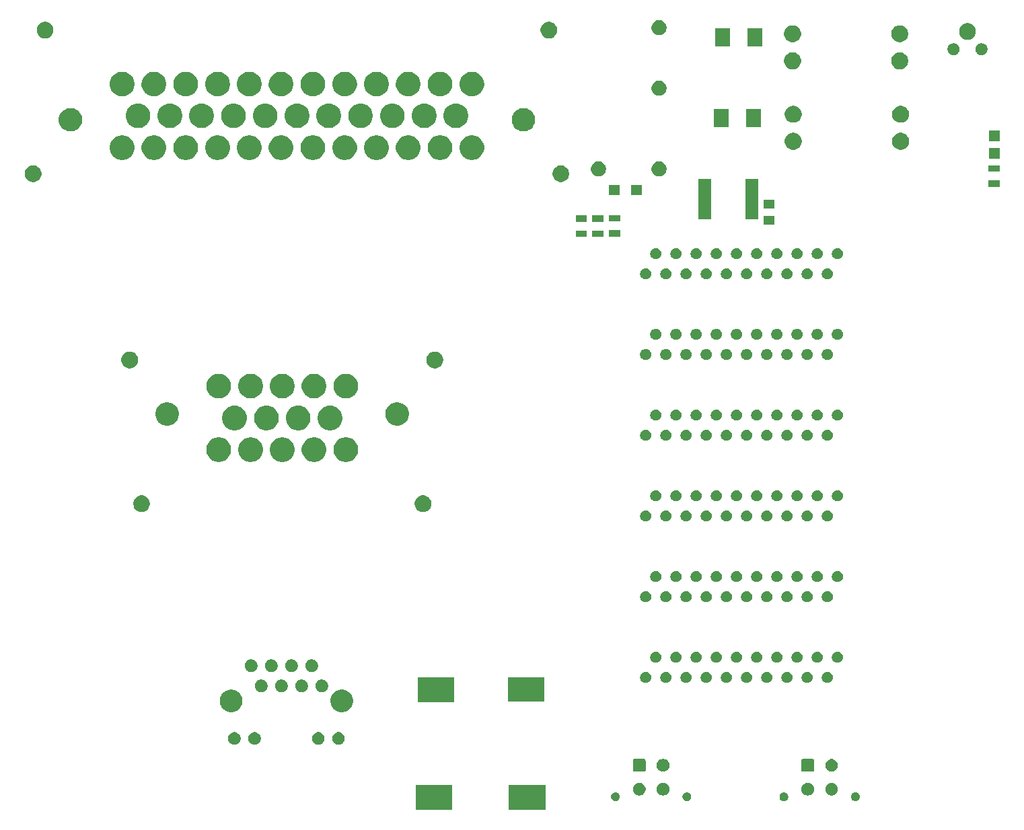
<source format=gts>
G04 #@! TF.GenerationSoftware,KiCad,Pcbnew,5.0.2-bee76a0~70~ubuntu18.04.1*
G04 #@! TF.CreationDate,2021-09-27T14:10:48-04:00*
G04 #@! TF.ProjectId,LV Interface,4c562049-6e74-4657-9266-6163652e6b69,rev?*
G04 #@! TF.SameCoordinates,Original*
G04 #@! TF.FileFunction,Soldermask,Top*
G04 #@! TF.FilePolarity,Negative*
%FSLAX46Y46*%
G04 Gerber Fmt 4.6, Leading zero omitted, Abs format (unit mm)*
G04 Created by KiCad (PCBNEW 5.0.2-bee76a0~70~ubuntu18.04.1) date Mon 27 Sep 2021 02:10:48 PM EDT*
%MOMM*%
%LPD*%
G01*
G04 APERTURE LIST*
%ADD10C,0.100000*%
G04 APERTURE END LIST*
D10*
G36*
X73575940Y-117347060D02*
X68973940Y-117347060D01*
X68973940Y-114245060D01*
X73575940Y-114245060D01*
X73575940Y-117347060D01*
X73575940Y-117347060D01*
G37*
G36*
X85318360Y-117314040D02*
X80716360Y-117314040D01*
X80716360Y-114212040D01*
X85318360Y-114212040D01*
X85318360Y-117314040D01*
X85318360Y-117314040D01*
G37*
G36*
X124486621Y-115162554D02*
X124586895Y-115204089D01*
X124677145Y-115264392D01*
X124753888Y-115341135D01*
X124814191Y-115431385D01*
X124855726Y-115531659D01*
X124876900Y-115638110D01*
X124876900Y-115746650D01*
X124855726Y-115853101D01*
X124814191Y-115953375D01*
X124753888Y-116043625D01*
X124677145Y-116120368D01*
X124586895Y-116180671D01*
X124486621Y-116222206D01*
X124380170Y-116243380D01*
X124271630Y-116243380D01*
X124165179Y-116222206D01*
X124064905Y-116180671D01*
X123974655Y-116120368D01*
X123897912Y-116043625D01*
X123837609Y-115953375D01*
X123796074Y-115853101D01*
X123774900Y-115746650D01*
X123774900Y-115638110D01*
X123796074Y-115531659D01*
X123837609Y-115431385D01*
X123897912Y-115341135D01*
X123974655Y-115264392D01*
X124064905Y-115204089D01*
X124165179Y-115162554D01*
X124271630Y-115141380D01*
X124380170Y-115141380D01*
X124486621Y-115162554D01*
X124486621Y-115162554D01*
G37*
G36*
X115486621Y-115162554D02*
X115586895Y-115204089D01*
X115677145Y-115264392D01*
X115753888Y-115341135D01*
X115814191Y-115431385D01*
X115855726Y-115531659D01*
X115876900Y-115638110D01*
X115876900Y-115746650D01*
X115855726Y-115853101D01*
X115814191Y-115953375D01*
X115753888Y-116043625D01*
X115677145Y-116120368D01*
X115586895Y-116180671D01*
X115486621Y-116222206D01*
X115380170Y-116243380D01*
X115271630Y-116243380D01*
X115165179Y-116222206D01*
X115064905Y-116180671D01*
X114974655Y-116120368D01*
X114897912Y-116043625D01*
X114837609Y-115953375D01*
X114796074Y-115853101D01*
X114774900Y-115746650D01*
X114774900Y-115638110D01*
X114796074Y-115531659D01*
X114837609Y-115431385D01*
X114897912Y-115341135D01*
X114974655Y-115264392D01*
X115064905Y-115204089D01*
X115165179Y-115162554D01*
X115271630Y-115141380D01*
X115380170Y-115141380D01*
X115486621Y-115162554D01*
X115486621Y-115162554D01*
G37*
G36*
X94280161Y-115149854D02*
X94380435Y-115191389D01*
X94470685Y-115251692D01*
X94547428Y-115328435D01*
X94607731Y-115418685D01*
X94649266Y-115518959D01*
X94670440Y-115625410D01*
X94670440Y-115733950D01*
X94649266Y-115840401D01*
X94607731Y-115940675D01*
X94547428Y-116030925D01*
X94470685Y-116107668D01*
X94380435Y-116167971D01*
X94280161Y-116209506D01*
X94173710Y-116230680D01*
X94065170Y-116230680D01*
X93958719Y-116209506D01*
X93858445Y-116167971D01*
X93768195Y-116107668D01*
X93691452Y-116030925D01*
X93631149Y-115940675D01*
X93589614Y-115840401D01*
X93568440Y-115733950D01*
X93568440Y-115625410D01*
X93589614Y-115518959D01*
X93631149Y-115418685D01*
X93691452Y-115328435D01*
X93768195Y-115251692D01*
X93858445Y-115191389D01*
X93958719Y-115149854D01*
X94065170Y-115128680D01*
X94173710Y-115128680D01*
X94280161Y-115149854D01*
X94280161Y-115149854D01*
G37*
G36*
X103280161Y-115149854D02*
X103380435Y-115191389D01*
X103470685Y-115251692D01*
X103547428Y-115328435D01*
X103607731Y-115418685D01*
X103649266Y-115518959D01*
X103670440Y-115625410D01*
X103670440Y-115733950D01*
X103649266Y-115840401D01*
X103607731Y-115940675D01*
X103547428Y-116030925D01*
X103470685Y-116107668D01*
X103380435Y-116167971D01*
X103280161Y-116209506D01*
X103173710Y-116230680D01*
X103065170Y-116230680D01*
X102958719Y-116209506D01*
X102858445Y-116167971D01*
X102768195Y-116107668D01*
X102691452Y-116030925D01*
X102631149Y-115940675D01*
X102589614Y-115840401D01*
X102568440Y-115733950D01*
X102568440Y-115625410D01*
X102589614Y-115518959D01*
X102631149Y-115418685D01*
X102691452Y-115328435D01*
X102768195Y-115251692D01*
X102858445Y-115191389D01*
X102958719Y-115149854D01*
X103065170Y-115128680D01*
X103173710Y-115128680D01*
X103280161Y-115149854D01*
X103280161Y-115149854D01*
G37*
G36*
X121559543Y-113982161D02*
X121705315Y-114042542D01*
X121836511Y-114130204D01*
X121948076Y-114241769D01*
X122035738Y-114372965D01*
X122096119Y-114518737D01*
X122126900Y-114673487D01*
X122126900Y-114831273D01*
X122096119Y-114986023D01*
X122035738Y-115131795D01*
X121948076Y-115262991D01*
X121836511Y-115374556D01*
X121705315Y-115462218D01*
X121559543Y-115522599D01*
X121404793Y-115553380D01*
X121247007Y-115553380D01*
X121092257Y-115522599D01*
X120946485Y-115462218D01*
X120815289Y-115374556D01*
X120703724Y-115262991D01*
X120616062Y-115131795D01*
X120555681Y-114986023D01*
X120524900Y-114831273D01*
X120524900Y-114673487D01*
X120555681Y-114518737D01*
X120616062Y-114372965D01*
X120703724Y-114241769D01*
X120815289Y-114130204D01*
X120946485Y-114042542D01*
X121092257Y-113982161D01*
X121247007Y-113951380D01*
X121404793Y-113951380D01*
X121559543Y-113982161D01*
X121559543Y-113982161D01*
G37*
G36*
X118559543Y-113982161D02*
X118705315Y-114042542D01*
X118836511Y-114130204D01*
X118948076Y-114241769D01*
X119035738Y-114372965D01*
X119096119Y-114518737D01*
X119126900Y-114673487D01*
X119126900Y-114831273D01*
X119096119Y-114986023D01*
X119035738Y-115131795D01*
X118948076Y-115262991D01*
X118836511Y-115374556D01*
X118705315Y-115462218D01*
X118559543Y-115522599D01*
X118404793Y-115553380D01*
X118247007Y-115553380D01*
X118092257Y-115522599D01*
X117946485Y-115462218D01*
X117815289Y-115374556D01*
X117703724Y-115262991D01*
X117616062Y-115131795D01*
X117555681Y-114986023D01*
X117524900Y-114831273D01*
X117524900Y-114673487D01*
X117555681Y-114518737D01*
X117616062Y-114372965D01*
X117703724Y-114241769D01*
X117815289Y-114130204D01*
X117946485Y-114042542D01*
X118092257Y-113982161D01*
X118247007Y-113951380D01*
X118404793Y-113951380D01*
X118559543Y-113982161D01*
X118559543Y-113982161D01*
G37*
G36*
X100353083Y-113969461D02*
X100498855Y-114029842D01*
X100630051Y-114117504D01*
X100741616Y-114229069D01*
X100829278Y-114360265D01*
X100889659Y-114506037D01*
X100920440Y-114660787D01*
X100920440Y-114818573D01*
X100889659Y-114973323D01*
X100829278Y-115119095D01*
X100741616Y-115250291D01*
X100630051Y-115361856D01*
X100498855Y-115449518D01*
X100353083Y-115509899D01*
X100198333Y-115540680D01*
X100040547Y-115540680D01*
X99885797Y-115509899D01*
X99740025Y-115449518D01*
X99608829Y-115361856D01*
X99497264Y-115250291D01*
X99409602Y-115119095D01*
X99349221Y-114973323D01*
X99318440Y-114818573D01*
X99318440Y-114660787D01*
X99349221Y-114506037D01*
X99409602Y-114360265D01*
X99497264Y-114229069D01*
X99608829Y-114117504D01*
X99740025Y-114029842D01*
X99885797Y-113969461D01*
X100040547Y-113938680D01*
X100198333Y-113938680D01*
X100353083Y-113969461D01*
X100353083Y-113969461D01*
G37*
G36*
X97353083Y-113969461D02*
X97498855Y-114029842D01*
X97630051Y-114117504D01*
X97741616Y-114229069D01*
X97829278Y-114360265D01*
X97889659Y-114506037D01*
X97920440Y-114660787D01*
X97920440Y-114818573D01*
X97889659Y-114973323D01*
X97829278Y-115119095D01*
X97741616Y-115250291D01*
X97630051Y-115361856D01*
X97498855Y-115449518D01*
X97353083Y-115509899D01*
X97198333Y-115540680D01*
X97040547Y-115540680D01*
X96885797Y-115509899D01*
X96740025Y-115449518D01*
X96608829Y-115361856D01*
X96497264Y-115250291D01*
X96409602Y-115119095D01*
X96349221Y-114973323D01*
X96318440Y-114818573D01*
X96318440Y-114660787D01*
X96349221Y-114506037D01*
X96409602Y-114360265D01*
X96497264Y-114229069D01*
X96608829Y-114117504D01*
X96740025Y-114029842D01*
X96885797Y-113969461D01*
X97040547Y-113938680D01*
X97198333Y-113938680D01*
X97353083Y-113969461D01*
X97353083Y-113969461D01*
G37*
G36*
X118978943Y-110955502D02*
X119013290Y-110965921D01*
X119044935Y-110982836D01*
X119072677Y-111005603D01*
X119095444Y-111033345D01*
X119112359Y-111064990D01*
X119122778Y-111099337D01*
X119126900Y-111141187D01*
X119126900Y-112363573D01*
X119122778Y-112405423D01*
X119112359Y-112439770D01*
X119095444Y-112471415D01*
X119072677Y-112499157D01*
X119044935Y-112521924D01*
X119013290Y-112538839D01*
X118978943Y-112549258D01*
X118937093Y-112553380D01*
X117714707Y-112553380D01*
X117672857Y-112549258D01*
X117638510Y-112538839D01*
X117606865Y-112521924D01*
X117579123Y-112499157D01*
X117556356Y-112471415D01*
X117539441Y-112439770D01*
X117529022Y-112405423D01*
X117524900Y-112363573D01*
X117524900Y-111141187D01*
X117529022Y-111099337D01*
X117539441Y-111064990D01*
X117556356Y-111033345D01*
X117579123Y-111005603D01*
X117606865Y-110982836D01*
X117638510Y-110965921D01*
X117672857Y-110955502D01*
X117714707Y-110951380D01*
X118937093Y-110951380D01*
X118978943Y-110955502D01*
X118978943Y-110955502D01*
G37*
G36*
X121559543Y-110982161D02*
X121705315Y-111042542D01*
X121836511Y-111130204D01*
X121948076Y-111241769D01*
X122035738Y-111372965D01*
X122096119Y-111518737D01*
X122126900Y-111673487D01*
X122126900Y-111831273D01*
X122096119Y-111986023D01*
X122035738Y-112131795D01*
X121948076Y-112262991D01*
X121836511Y-112374556D01*
X121705315Y-112462218D01*
X121559543Y-112522599D01*
X121404793Y-112553380D01*
X121247007Y-112553380D01*
X121092257Y-112522599D01*
X120946485Y-112462218D01*
X120815289Y-112374556D01*
X120703724Y-112262991D01*
X120616062Y-112131795D01*
X120555681Y-111986023D01*
X120524900Y-111831273D01*
X120524900Y-111673487D01*
X120555681Y-111518737D01*
X120616062Y-111372965D01*
X120703724Y-111241769D01*
X120815289Y-111130204D01*
X120946485Y-111042542D01*
X121092257Y-110982161D01*
X121247007Y-110951380D01*
X121404793Y-110951380D01*
X121559543Y-110982161D01*
X121559543Y-110982161D01*
G37*
G36*
X100353083Y-110969461D02*
X100498855Y-111029842D01*
X100630051Y-111117504D01*
X100741616Y-111229069D01*
X100829278Y-111360265D01*
X100889659Y-111506037D01*
X100920440Y-111660787D01*
X100920440Y-111818573D01*
X100889659Y-111973323D01*
X100829278Y-112119095D01*
X100741616Y-112250291D01*
X100630051Y-112361856D01*
X100498855Y-112449518D01*
X100353083Y-112509899D01*
X100198333Y-112540680D01*
X100040547Y-112540680D01*
X99885797Y-112509899D01*
X99740025Y-112449518D01*
X99608829Y-112361856D01*
X99497264Y-112250291D01*
X99409602Y-112119095D01*
X99349221Y-111973323D01*
X99318440Y-111818573D01*
X99318440Y-111660787D01*
X99349221Y-111506037D01*
X99409602Y-111360265D01*
X99497264Y-111229069D01*
X99608829Y-111117504D01*
X99740025Y-111029842D01*
X99885797Y-110969461D01*
X100040547Y-110938680D01*
X100198333Y-110938680D01*
X100353083Y-110969461D01*
X100353083Y-110969461D01*
G37*
G36*
X97772483Y-110942802D02*
X97806830Y-110953221D01*
X97838475Y-110970136D01*
X97866217Y-110992903D01*
X97888984Y-111020645D01*
X97905899Y-111052290D01*
X97916318Y-111086637D01*
X97920440Y-111128487D01*
X97920440Y-112350873D01*
X97916318Y-112392723D01*
X97905899Y-112427070D01*
X97888984Y-112458715D01*
X97866217Y-112486457D01*
X97838475Y-112509224D01*
X97806830Y-112526139D01*
X97772483Y-112536558D01*
X97730633Y-112540680D01*
X96508247Y-112540680D01*
X96466397Y-112536558D01*
X96432050Y-112526139D01*
X96400405Y-112509224D01*
X96372663Y-112486457D01*
X96349896Y-112458715D01*
X96332981Y-112427070D01*
X96322562Y-112392723D01*
X96318440Y-112350873D01*
X96318440Y-111128487D01*
X96322562Y-111086637D01*
X96332981Y-111052290D01*
X96349896Y-111020645D01*
X96372663Y-110992903D01*
X96400405Y-110970136D01*
X96432050Y-110953221D01*
X96466397Y-110942802D01*
X96508247Y-110938680D01*
X97730633Y-110938680D01*
X97772483Y-110942802D01*
X97772483Y-110942802D01*
G37*
G36*
X46402003Y-107593801D02*
X46547775Y-107654182D01*
X46678971Y-107741844D01*
X46790536Y-107853409D01*
X46878198Y-107984605D01*
X46938579Y-108130377D01*
X46969360Y-108285127D01*
X46969360Y-108442913D01*
X46938579Y-108597663D01*
X46878198Y-108743435D01*
X46790536Y-108874631D01*
X46678971Y-108986196D01*
X46547775Y-109073858D01*
X46402003Y-109134239D01*
X46247253Y-109165020D01*
X46089467Y-109165020D01*
X45934717Y-109134239D01*
X45788945Y-109073858D01*
X45657749Y-108986196D01*
X45546184Y-108874631D01*
X45458522Y-108743435D01*
X45398141Y-108597663D01*
X45367360Y-108442913D01*
X45367360Y-108285127D01*
X45398141Y-108130377D01*
X45458522Y-107984605D01*
X45546184Y-107853409D01*
X45657749Y-107741844D01*
X45788945Y-107654182D01*
X45934717Y-107593801D01*
X46089467Y-107563020D01*
X46247253Y-107563020D01*
X46402003Y-107593801D01*
X46402003Y-107593801D01*
G37*
G36*
X56962003Y-107593801D02*
X57107775Y-107654182D01*
X57238971Y-107741844D01*
X57350536Y-107853409D01*
X57438198Y-107984605D01*
X57498579Y-108130377D01*
X57529360Y-108285127D01*
X57529360Y-108442913D01*
X57498579Y-108597663D01*
X57438198Y-108743435D01*
X57350536Y-108874631D01*
X57238971Y-108986196D01*
X57107775Y-109073858D01*
X56962003Y-109134239D01*
X56807253Y-109165020D01*
X56649467Y-109165020D01*
X56494717Y-109134239D01*
X56348945Y-109073858D01*
X56217749Y-108986196D01*
X56106184Y-108874631D01*
X56018522Y-108743435D01*
X55958141Y-108597663D01*
X55927360Y-108442913D01*
X55927360Y-108285127D01*
X55958141Y-108130377D01*
X56018522Y-107984605D01*
X56106184Y-107853409D01*
X56217749Y-107741844D01*
X56348945Y-107654182D01*
X56494717Y-107593801D01*
X56649467Y-107563020D01*
X56807253Y-107563020D01*
X56962003Y-107593801D01*
X56962003Y-107593801D01*
G37*
G36*
X48942003Y-107593801D02*
X49087775Y-107654182D01*
X49218971Y-107741844D01*
X49330536Y-107853409D01*
X49418198Y-107984605D01*
X49478579Y-108130377D01*
X49509360Y-108285127D01*
X49509360Y-108442913D01*
X49478579Y-108597663D01*
X49418198Y-108743435D01*
X49330536Y-108874631D01*
X49218971Y-108986196D01*
X49087775Y-109073858D01*
X48942003Y-109134239D01*
X48787253Y-109165020D01*
X48629467Y-109165020D01*
X48474717Y-109134239D01*
X48328945Y-109073858D01*
X48197749Y-108986196D01*
X48086184Y-108874631D01*
X47998522Y-108743435D01*
X47938141Y-108597663D01*
X47907360Y-108442913D01*
X47907360Y-108285127D01*
X47938141Y-108130377D01*
X47998522Y-107984605D01*
X48086184Y-107853409D01*
X48197749Y-107741844D01*
X48328945Y-107654182D01*
X48474717Y-107593801D01*
X48629467Y-107563020D01*
X48787253Y-107563020D01*
X48942003Y-107593801D01*
X48942003Y-107593801D01*
G37*
G36*
X59502003Y-107593801D02*
X59647775Y-107654182D01*
X59778971Y-107741844D01*
X59890536Y-107853409D01*
X59978198Y-107984605D01*
X60038579Y-108130377D01*
X60069360Y-108285127D01*
X60069360Y-108442913D01*
X60038579Y-108597663D01*
X59978198Y-108743435D01*
X59890536Y-108874631D01*
X59778971Y-108986196D01*
X59647775Y-109073858D01*
X59502003Y-109134239D01*
X59347253Y-109165020D01*
X59189467Y-109165020D01*
X59034717Y-109134239D01*
X58888945Y-109073858D01*
X58757749Y-108986196D01*
X58646184Y-108874631D01*
X58558522Y-108743435D01*
X58498141Y-108597663D01*
X58467360Y-108442913D01*
X58467360Y-108285127D01*
X58498141Y-108130377D01*
X58558522Y-107984605D01*
X58646184Y-107853409D01*
X58757749Y-107741844D01*
X58888945Y-107654182D01*
X59034717Y-107593801D01*
X59189467Y-107563020D01*
X59347253Y-107563020D01*
X59502003Y-107593801D01*
X59502003Y-107593801D01*
G37*
G36*
X60084309Y-102242820D02*
X60343823Y-102350314D01*
X60577385Y-102506375D01*
X60776005Y-102704995D01*
X60932066Y-102938557D01*
X61039560Y-103198071D01*
X61094360Y-103473570D01*
X61094360Y-103754470D01*
X61039560Y-104029969D01*
X60932066Y-104289483D01*
X60776005Y-104523045D01*
X60577385Y-104721665D01*
X60343823Y-104877726D01*
X60084309Y-104985220D01*
X59808810Y-105040020D01*
X59527910Y-105040020D01*
X59252411Y-104985220D01*
X58992897Y-104877726D01*
X58759335Y-104721665D01*
X58560715Y-104523045D01*
X58404654Y-104289483D01*
X58297160Y-104029969D01*
X58242360Y-103754470D01*
X58242360Y-103473570D01*
X58297160Y-103198071D01*
X58404654Y-102938557D01*
X58560715Y-102704995D01*
X58759335Y-102506375D01*
X58992897Y-102350314D01*
X59252411Y-102242820D01*
X59527910Y-102188020D01*
X59808810Y-102188020D01*
X60084309Y-102242820D01*
X60084309Y-102242820D01*
G37*
G36*
X46184309Y-102242820D02*
X46443823Y-102350314D01*
X46677385Y-102506375D01*
X46876005Y-102704995D01*
X47032066Y-102938557D01*
X47139560Y-103198071D01*
X47194360Y-103473570D01*
X47194360Y-103754470D01*
X47139560Y-104029969D01*
X47032066Y-104289483D01*
X46876005Y-104523045D01*
X46677385Y-104721665D01*
X46443823Y-104877726D01*
X46184309Y-104985220D01*
X45908810Y-105040020D01*
X45627910Y-105040020D01*
X45352411Y-104985220D01*
X45092897Y-104877726D01*
X44859335Y-104721665D01*
X44660715Y-104523045D01*
X44504654Y-104289483D01*
X44397160Y-104029969D01*
X44342360Y-103754470D01*
X44342360Y-103473570D01*
X44397160Y-103198071D01*
X44504654Y-102938557D01*
X44660715Y-102704995D01*
X44859335Y-102506375D01*
X45092897Y-102350314D01*
X45352411Y-102242820D01*
X45627910Y-102188020D01*
X45908810Y-102188020D01*
X46184309Y-102242820D01*
X46184309Y-102242820D01*
G37*
G36*
X73862960Y-103808860D02*
X69260960Y-103808860D01*
X69260960Y-100706860D01*
X73862960Y-100706860D01*
X73862960Y-103808860D01*
X73862960Y-103808860D01*
G37*
G36*
X85201520Y-103735200D02*
X80599520Y-103735200D01*
X80599520Y-100633200D01*
X85201520Y-100633200D01*
X85201520Y-103735200D01*
X85201520Y-103735200D01*
G37*
G36*
X54862003Y-100963801D02*
X55007775Y-101024182D01*
X55138971Y-101111844D01*
X55250536Y-101223409D01*
X55338198Y-101354605D01*
X55398579Y-101500377D01*
X55429360Y-101655127D01*
X55429360Y-101812913D01*
X55398579Y-101967663D01*
X55338198Y-102113435D01*
X55250536Y-102244631D01*
X55138971Y-102356196D01*
X55007775Y-102443858D01*
X54862003Y-102504239D01*
X54707253Y-102535020D01*
X54549467Y-102535020D01*
X54394717Y-102504239D01*
X54248945Y-102443858D01*
X54117749Y-102356196D01*
X54006184Y-102244631D01*
X53918522Y-102113435D01*
X53858141Y-101967663D01*
X53827360Y-101812913D01*
X53827360Y-101655127D01*
X53858141Y-101500377D01*
X53918522Y-101354605D01*
X54006184Y-101223409D01*
X54117749Y-101111844D01*
X54248945Y-101024182D01*
X54394717Y-100963801D01*
X54549467Y-100933020D01*
X54707253Y-100933020D01*
X54862003Y-100963801D01*
X54862003Y-100963801D01*
G37*
G36*
X57402003Y-100963801D02*
X57547775Y-101024182D01*
X57678971Y-101111844D01*
X57790536Y-101223409D01*
X57878198Y-101354605D01*
X57938579Y-101500377D01*
X57969360Y-101655127D01*
X57969360Y-101812913D01*
X57938579Y-101967663D01*
X57878198Y-102113435D01*
X57790536Y-102244631D01*
X57678971Y-102356196D01*
X57547775Y-102443858D01*
X57402003Y-102504239D01*
X57247253Y-102535020D01*
X57089467Y-102535020D01*
X56934717Y-102504239D01*
X56788945Y-102443858D01*
X56657749Y-102356196D01*
X56546184Y-102244631D01*
X56458522Y-102113435D01*
X56398141Y-101967663D01*
X56367360Y-101812913D01*
X56367360Y-101655127D01*
X56398141Y-101500377D01*
X56458522Y-101354605D01*
X56546184Y-101223409D01*
X56657749Y-101111844D01*
X56788945Y-101024182D01*
X56934717Y-100963801D01*
X57089467Y-100933020D01*
X57247253Y-100933020D01*
X57402003Y-100963801D01*
X57402003Y-100963801D01*
G37*
G36*
X52322003Y-100963801D02*
X52467775Y-101024182D01*
X52598971Y-101111844D01*
X52710536Y-101223409D01*
X52798198Y-101354605D01*
X52858579Y-101500377D01*
X52889360Y-101655127D01*
X52889360Y-101812913D01*
X52858579Y-101967663D01*
X52798198Y-102113435D01*
X52710536Y-102244631D01*
X52598971Y-102356196D01*
X52467775Y-102443858D01*
X52322003Y-102504239D01*
X52167253Y-102535020D01*
X52009467Y-102535020D01*
X51854717Y-102504239D01*
X51708945Y-102443858D01*
X51577749Y-102356196D01*
X51466184Y-102244631D01*
X51378522Y-102113435D01*
X51318141Y-101967663D01*
X51287360Y-101812913D01*
X51287360Y-101655127D01*
X51318141Y-101500377D01*
X51378522Y-101354605D01*
X51466184Y-101223409D01*
X51577749Y-101111844D01*
X51708945Y-101024182D01*
X51854717Y-100963801D01*
X52009467Y-100933020D01*
X52167253Y-100933020D01*
X52322003Y-100963801D01*
X52322003Y-100963801D01*
G37*
G36*
X49782003Y-100963801D02*
X49927775Y-101024182D01*
X50058971Y-101111844D01*
X50170536Y-101223409D01*
X50258198Y-101354605D01*
X50318579Y-101500377D01*
X50349360Y-101655127D01*
X50349360Y-101812913D01*
X50318579Y-101967663D01*
X50258198Y-102113435D01*
X50170536Y-102244631D01*
X50058971Y-102356196D01*
X49927775Y-102443858D01*
X49782003Y-102504239D01*
X49627253Y-102535020D01*
X49469467Y-102535020D01*
X49314717Y-102504239D01*
X49168945Y-102443858D01*
X49037749Y-102356196D01*
X48926184Y-102244631D01*
X48838522Y-102113435D01*
X48778141Y-101967663D01*
X48747360Y-101812913D01*
X48747360Y-101655127D01*
X48778141Y-101500377D01*
X48838522Y-101354605D01*
X48926184Y-101223409D01*
X49037749Y-101111844D01*
X49168945Y-101024182D01*
X49314717Y-100963801D01*
X49469467Y-100933020D01*
X49627253Y-100933020D01*
X49782003Y-100963801D01*
X49782003Y-100963801D01*
G37*
G36*
X105764332Y-99998838D02*
X105891909Y-100051682D01*
X106006725Y-100128400D01*
X106104360Y-100226035D01*
X106181078Y-100340851D01*
X106233922Y-100468428D01*
X106260860Y-100603856D01*
X106260860Y-100741944D01*
X106233922Y-100877372D01*
X106181078Y-101004949D01*
X106104360Y-101119765D01*
X106006725Y-101217400D01*
X105891909Y-101294118D01*
X105764332Y-101346962D01*
X105628904Y-101373900D01*
X105490816Y-101373900D01*
X105355388Y-101346962D01*
X105227811Y-101294118D01*
X105112995Y-101217400D01*
X105015360Y-101119765D01*
X104938642Y-101004949D01*
X104885798Y-100877372D01*
X104858860Y-100741944D01*
X104858860Y-100603856D01*
X104885798Y-100468428D01*
X104938642Y-100340851D01*
X105015360Y-100226035D01*
X105112995Y-100128400D01*
X105227811Y-100051682D01*
X105355388Y-99998838D01*
X105490816Y-99971900D01*
X105628904Y-99971900D01*
X105764332Y-99998838D01*
X105764332Y-99998838D01*
G37*
G36*
X98144332Y-99998838D02*
X98271909Y-100051682D01*
X98386725Y-100128400D01*
X98484360Y-100226035D01*
X98561078Y-100340851D01*
X98613922Y-100468428D01*
X98640860Y-100603856D01*
X98640860Y-100741944D01*
X98613922Y-100877372D01*
X98561078Y-101004949D01*
X98484360Y-101119765D01*
X98386725Y-101217400D01*
X98271909Y-101294118D01*
X98144332Y-101346962D01*
X98008904Y-101373900D01*
X97870816Y-101373900D01*
X97735388Y-101346962D01*
X97607811Y-101294118D01*
X97492995Y-101217400D01*
X97395360Y-101119765D01*
X97318642Y-101004949D01*
X97265798Y-100877372D01*
X97238860Y-100741944D01*
X97238860Y-100603856D01*
X97265798Y-100468428D01*
X97318642Y-100340851D01*
X97395360Y-100226035D01*
X97492995Y-100128400D01*
X97607811Y-100051682D01*
X97735388Y-99998838D01*
X97870816Y-99971900D01*
X98008904Y-99971900D01*
X98144332Y-99998838D01*
X98144332Y-99998838D01*
G37*
G36*
X100684332Y-99998838D02*
X100811909Y-100051682D01*
X100926725Y-100128400D01*
X101024360Y-100226035D01*
X101101078Y-100340851D01*
X101153922Y-100468428D01*
X101180860Y-100603856D01*
X101180860Y-100741944D01*
X101153922Y-100877372D01*
X101101078Y-101004949D01*
X101024360Y-101119765D01*
X100926725Y-101217400D01*
X100811909Y-101294118D01*
X100684332Y-101346962D01*
X100548904Y-101373900D01*
X100410816Y-101373900D01*
X100275388Y-101346962D01*
X100147811Y-101294118D01*
X100032995Y-101217400D01*
X99935360Y-101119765D01*
X99858642Y-101004949D01*
X99805798Y-100877372D01*
X99778860Y-100741944D01*
X99778860Y-100603856D01*
X99805798Y-100468428D01*
X99858642Y-100340851D01*
X99935360Y-100226035D01*
X100032995Y-100128400D01*
X100147811Y-100051682D01*
X100275388Y-99998838D01*
X100410816Y-99971900D01*
X100548904Y-99971900D01*
X100684332Y-99998838D01*
X100684332Y-99998838D01*
G37*
G36*
X103224332Y-99998838D02*
X103351909Y-100051682D01*
X103466725Y-100128400D01*
X103564360Y-100226035D01*
X103641078Y-100340851D01*
X103693922Y-100468428D01*
X103720860Y-100603856D01*
X103720860Y-100741944D01*
X103693922Y-100877372D01*
X103641078Y-101004949D01*
X103564360Y-101119765D01*
X103466725Y-101217400D01*
X103351909Y-101294118D01*
X103224332Y-101346962D01*
X103088904Y-101373900D01*
X102950816Y-101373900D01*
X102815388Y-101346962D01*
X102687811Y-101294118D01*
X102572995Y-101217400D01*
X102475360Y-101119765D01*
X102398642Y-101004949D01*
X102345798Y-100877372D01*
X102318860Y-100741944D01*
X102318860Y-100603856D01*
X102345798Y-100468428D01*
X102398642Y-100340851D01*
X102475360Y-100226035D01*
X102572995Y-100128400D01*
X102687811Y-100051682D01*
X102815388Y-99998838D01*
X102950816Y-99971900D01*
X103088904Y-99971900D01*
X103224332Y-99998838D01*
X103224332Y-99998838D01*
G37*
G36*
X108304332Y-99998838D02*
X108431909Y-100051682D01*
X108546725Y-100128400D01*
X108644360Y-100226035D01*
X108721078Y-100340851D01*
X108773922Y-100468428D01*
X108800860Y-100603856D01*
X108800860Y-100741944D01*
X108773922Y-100877372D01*
X108721078Y-101004949D01*
X108644360Y-101119765D01*
X108546725Y-101217400D01*
X108431909Y-101294118D01*
X108304332Y-101346962D01*
X108168904Y-101373900D01*
X108030816Y-101373900D01*
X107895388Y-101346962D01*
X107767811Y-101294118D01*
X107652995Y-101217400D01*
X107555360Y-101119765D01*
X107478642Y-101004949D01*
X107425798Y-100877372D01*
X107398860Y-100741944D01*
X107398860Y-100603856D01*
X107425798Y-100468428D01*
X107478642Y-100340851D01*
X107555360Y-100226035D01*
X107652995Y-100128400D01*
X107767811Y-100051682D01*
X107895388Y-99998838D01*
X108030816Y-99971900D01*
X108168904Y-99971900D01*
X108304332Y-99998838D01*
X108304332Y-99998838D01*
G37*
G36*
X110844332Y-99998838D02*
X110971909Y-100051682D01*
X111086725Y-100128400D01*
X111184360Y-100226035D01*
X111261078Y-100340851D01*
X111313922Y-100468428D01*
X111340860Y-100603856D01*
X111340860Y-100741944D01*
X111313922Y-100877372D01*
X111261078Y-101004949D01*
X111184360Y-101119765D01*
X111086725Y-101217400D01*
X110971909Y-101294118D01*
X110844332Y-101346962D01*
X110708904Y-101373900D01*
X110570816Y-101373900D01*
X110435388Y-101346962D01*
X110307811Y-101294118D01*
X110192995Y-101217400D01*
X110095360Y-101119765D01*
X110018642Y-101004949D01*
X109965798Y-100877372D01*
X109938860Y-100741944D01*
X109938860Y-100603856D01*
X109965798Y-100468428D01*
X110018642Y-100340851D01*
X110095360Y-100226035D01*
X110192995Y-100128400D01*
X110307811Y-100051682D01*
X110435388Y-99998838D01*
X110570816Y-99971900D01*
X110708904Y-99971900D01*
X110844332Y-99998838D01*
X110844332Y-99998838D01*
G37*
G36*
X113384332Y-99998838D02*
X113511909Y-100051682D01*
X113626725Y-100128400D01*
X113724360Y-100226035D01*
X113801078Y-100340851D01*
X113853922Y-100468428D01*
X113880860Y-100603856D01*
X113880860Y-100741944D01*
X113853922Y-100877372D01*
X113801078Y-101004949D01*
X113724360Y-101119765D01*
X113626725Y-101217400D01*
X113511909Y-101294118D01*
X113384332Y-101346962D01*
X113248904Y-101373900D01*
X113110816Y-101373900D01*
X112975388Y-101346962D01*
X112847811Y-101294118D01*
X112732995Y-101217400D01*
X112635360Y-101119765D01*
X112558642Y-101004949D01*
X112505798Y-100877372D01*
X112478860Y-100741944D01*
X112478860Y-100603856D01*
X112505798Y-100468428D01*
X112558642Y-100340851D01*
X112635360Y-100226035D01*
X112732995Y-100128400D01*
X112847811Y-100051682D01*
X112975388Y-99998838D01*
X113110816Y-99971900D01*
X113248904Y-99971900D01*
X113384332Y-99998838D01*
X113384332Y-99998838D01*
G37*
G36*
X115924332Y-99998838D02*
X116051909Y-100051682D01*
X116166725Y-100128400D01*
X116264360Y-100226035D01*
X116341078Y-100340851D01*
X116393922Y-100468428D01*
X116420860Y-100603856D01*
X116420860Y-100741944D01*
X116393922Y-100877372D01*
X116341078Y-101004949D01*
X116264360Y-101119765D01*
X116166725Y-101217400D01*
X116051909Y-101294118D01*
X115924332Y-101346962D01*
X115788904Y-101373900D01*
X115650816Y-101373900D01*
X115515388Y-101346962D01*
X115387811Y-101294118D01*
X115272995Y-101217400D01*
X115175360Y-101119765D01*
X115098642Y-101004949D01*
X115045798Y-100877372D01*
X115018860Y-100741944D01*
X115018860Y-100603856D01*
X115045798Y-100468428D01*
X115098642Y-100340851D01*
X115175360Y-100226035D01*
X115272995Y-100128400D01*
X115387811Y-100051682D01*
X115515388Y-99998838D01*
X115650816Y-99971900D01*
X115788904Y-99971900D01*
X115924332Y-99998838D01*
X115924332Y-99998838D01*
G37*
G36*
X118464332Y-99998838D02*
X118591909Y-100051682D01*
X118706725Y-100128400D01*
X118804360Y-100226035D01*
X118881078Y-100340851D01*
X118933922Y-100468428D01*
X118960860Y-100603856D01*
X118960860Y-100741944D01*
X118933922Y-100877372D01*
X118881078Y-101004949D01*
X118804360Y-101119765D01*
X118706725Y-101217400D01*
X118591909Y-101294118D01*
X118464332Y-101346962D01*
X118328904Y-101373900D01*
X118190816Y-101373900D01*
X118055388Y-101346962D01*
X117927811Y-101294118D01*
X117812995Y-101217400D01*
X117715360Y-101119765D01*
X117638642Y-101004949D01*
X117585798Y-100877372D01*
X117558860Y-100741944D01*
X117558860Y-100603856D01*
X117585798Y-100468428D01*
X117638642Y-100340851D01*
X117715360Y-100226035D01*
X117812995Y-100128400D01*
X117927811Y-100051682D01*
X118055388Y-99998838D01*
X118190816Y-99971900D01*
X118328904Y-99971900D01*
X118464332Y-99998838D01*
X118464332Y-99998838D01*
G37*
G36*
X121004332Y-99998838D02*
X121131909Y-100051682D01*
X121246725Y-100128400D01*
X121344360Y-100226035D01*
X121421078Y-100340851D01*
X121473922Y-100468428D01*
X121500860Y-100603856D01*
X121500860Y-100741944D01*
X121473922Y-100877372D01*
X121421078Y-101004949D01*
X121344360Y-101119765D01*
X121246725Y-101217400D01*
X121131909Y-101294118D01*
X121004332Y-101346962D01*
X120868904Y-101373900D01*
X120730816Y-101373900D01*
X120595388Y-101346962D01*
X120467811Y-101294118D01*
X120352995Y-101217400D01*
X120255360Y-101119765D01*
X120178642Y-101004949D01*
X120125798Y-100877372D01*
X120098860Y-100741944D01*
X120098860Y-100603856D01*
X120125798Y-100468428D01*
X120178642Y-100340851D01*
X120255360Y-100226035D01*
X120352995Y-100128400D01*
X120467811Y-100051682D01*
X120595388Y-99998838D01*
X120730816Y-99971900D01*
X120868904Y-99971900D01*
X121004332Y-99998838D01*
X121004332Y-99998838D01*
G37*
G36*
X51052003Y-98423801D02*
X51197775Y-98484182D01*
X51328971Y-98571844D01*
X51440536Y-98683409D01*
X51528198Y-98814605D01*
X51588579Y-98960377D01*
X51619360Y-99115127D01*
X51619360Y-99272913D01*
X51588579Y-99427663D01*
X51528198Y-99573435D01*
X51440536Y-99704631D01*
X51328971Y-99816196D01*
X51197775Y-99903858D01*
X51052003Y-99964239D01*
X50897253Y-99995020D01*
X50739467Y-99995020D01*
X50584717Y-99964239D01*
X50438945Y-99903858D01*
X50307749Y-99816196D01*
X50196184Y-99704631D01*
X50108522Y-99573435D01*
X50048141Y-99427663D01*
X50017360Y-99272913D01*
X50017360Y-99115127D01*
X50048141Y-98960377D01*
X50108522Y-98814605D01*
X50196184Y-98683409D01*
X50307749Y-98571844D01*
X50438945Y-98484182D01*
X50584717Y-98423801D01*
X50739467Y-98393020D01*
X50897253Y-98393020D01*
X51052003Y-98423801D01*
X51052003Y-98423801D01*
G37*
G36*
X48512003Y-98423801D02*
X48657775Y-98484182D01*
X48788971Y-98571844D01*
X48900536Y-98683409D01*
X48988198Y-98814605D01*
X49048579Y-98960377D01*
X49079360Y-99115127D01*
X49079360Y-99272913D01*
X49048579Y-99427663D01*
X48988198Y-99573435D01*
X48900536Y-99704631D01*
X48788971Y-99816196D01*
X48657775Y-99903858D01*
X48512003Y-99964239D01*
X48357253Y-99995020D01*
X48199467Y-99995020D01*
X48044717Y-99964239D01*
X47898945Y-99903858D01*
X47767749Y-99816196D01*
X47656184Y-99704631D01*
X47568522Y-99573435D01*
X47508141Y-99427663D01*
X47477360Y-99272913D01*
X47477360Y-99115127D01*
X47508141Y-98960377D01*
X47568522Y-98814605D01*
X47656184Y-98683409D01*
X47767749Y-98571844D01*
X47898945Y-98484182D01*
X48044717Y-98423801D01*
X48199467Y-98393020D01*
X48357253Y-98393020D01*
X48512003Y-98423801D01*
X48512003Y-98423801D01*
G37*
G36*
X53592003Y-98423801D02*
X53737775Y-98484182D01*
X53868971Y-98571844D01*
X53980536Y-98683409D01*
X54068198Y-98814605D01*
X54128579Y-98960377D01*
X54159360Y-99115127D01*
X54159360Y-99272913D01*
X54128579Y-99427663D01*
X54068198Y-99573435D01*
X53980536Y-99704631D01*
X53868971Y-99816196D01*
X53737775Y-99903858D01*
X53592003Y-99964239D01*
X53437253Y-99995020D01*
X53279467Y-99995020D01*
X53124717Y-99964239D01*
X52978945Y-99903858D01*
X52847749Y-99816196D01*
X52736184Y-99704631D01*
X52648522Y-99573435D01*
X52588141Y-99427663D01*
X52557360Y-99272913D01*
X52557360Y-99115127D01*
X52588141Y-98960377D01*
X52648522Y-98814605D01*
X52736184Y-98683409D01*
X52847749Y-98571844D01*
X52978945Y-98484182D01*
X53124717Y-98423801D01*
X53279467Y-98393020D01*
X53437253Y-98393020D01*
X53592003Y-98423801D01*
X53592003Y-98423801D01*
G37*
G36*
X56132003Y-98423801D02*
X56277775Y-98484182D01*
X56408971Y-98571844D01*
X56520536Y-98683409D01*
X56608198Y-98814605D01*
X56668579Y-98960377D01*
X56699360Y-99115127D01*
X56699360Y-99272913D01*
X56668579Y-99427663D01*
X56608198Y-99573435D01*
X56520536Y-99704631D01*
X56408971Y-99816196D01*
X56277775Y-99903858D01*
X56132003Y-99964239D01*
X55977253Y-99995020D01*
X55819467Y-99995020D01*
X55664717Y-99964239D01*
X55518945Y-99903858D01*
X55387749Y-99816196D01*
X55276184Y-99704631D01*
X55188522Y-99573435D01*
X55128141Y-99427663D01*
X55097360Y-99272913D01*
X55097360Y-99115127D01*
X55128141Y-98960377D01*
X55188522Y-98814605D01*
X55276184Y-98683409D01*
X55387749Y-98571844D01*
X55518945Y-98484182D01*
X55664717Y-98423801D01*
X55819467Y-98393020D01*
X55977253Y-98393020D01*
X56132003Y-98423801D01*
X56132003Y-98423801D01*
G37*
G36*
X104494332Y-97458838D02*
X104621909Y-97511682D01*
X104736725Y-97588400D01*
X104834360Y-97686035D01*
X104911078Y-97800851D01*
X104963922Y-97928428D01*
X104990860Y-98063856D01*
X104990860Y-98201944D01*
X104963922Y-98337372D01*
X104911078Y-98464949D01*
X104834360Y-98579765D01*
X104736725Y-98677400D01*
X104621909Y-98754118D01*
X104494332Y-98806962D01*
X104358904Y-98833900D01*
X104220816Y-98833900D01*
X104085388Y-98806962D01*
X103957811Y-98754118D01*
X103842995Y-98677400D01*
X103745360Y-98579765D01*
X103668642Y-98464949D01*
X103615798Y-98337372D01*
X103588860Y-98201944D01*
X103588860Y-98063856D01*
X103615798Y-97928428D01*
X103668642Y-97800851D01*
X103745360Y-97686035D01*
X103842995Y-97588400D01*
X103957811Y-97511682D01*
X104085388Y-97458838D01*
X104220816Y-97431900D01*
X104358904Y-97431900D01*
X104494332Y-97458838D01*
X104494332Y-97458838D01*
G37*
G36*
X107034332Y-97458838D02*
X107161909Y-97511682D01*
X107276725Y-97588400D01*
X107374360Y-97686035D01*
X107451078Y-97800851D01*
X107503922Y-97928428D01*
X107530860Y-98063856D01*
X107530860Y-98201944D01*
X107503922Y-98337372D01*
X107451078Y-98464949D01*
X107374360Y-98579765D01*
X107276725Y-98677400D01*
X107161909Y-98754118D01*
X107034332Y-98806962D01*
X106898904Y-98833900D01*
X106760816Y-98833900D01*
X106625388Y-98806962D01*
X106497811Y-98754118D01*
X106382995Y-98677400D01*
X106285360Y-98579765D01*
X106208642Y-98464949D01*
X106155798Y-98337372D01*
X106128860Y-98201944D01*
X106128860Y-98063856D01*
X106155798Y-97928428D01*
X106208642Y-97800851D01*
X106285360Y-97686035D01*
X106382995Y-97588400D01*
X106497811Y-97511682D01*
X106625388Y-97458838D01*
X106760816Y-97431900D01*
X106898904Y-97431900D01*
X107034332Y-97458838D01*
X107034332Y-97458838D01*
G37*
G36*
X109574332Y-97458838D02*
X109701909Y-97511682D01*
X109816725Y-97588400D01*
X109914360Y-97686035D01*
X109991078Y-97800851D01*
X110043922Y-97928428D01*
X110070860Y-98063856D01*
X110070860Y-98201944D01*
X110043922Y-98337372D01*
X109991078Y-98464949D01*
X109914360Y-98579765D01*
X109816725Y-98677400D01*
X109701909Y-98754118D01*
X109574332Y-98806962D01*
X109438904Y-98833900D01*
X109300816Y-98833900D01*
X109165388Y-98806962D01*
X109037811Y-98754118D01*
X108922995Y-98677400D01*
X108825360Y-98579765D01*
X108748642Y-98464949D01*
X108695798Y-98337372D01*
X108668860Y-98201944D01*
X108668860Y-98063856D01*
X108695798Y-97928428D01*
X108748642Y-97800851D01*
X108825360Y-97686035D01*
X108922995Y-97588400D01*
X109037811Y-97511682D01*
X109165388Y-97458838D01*
X109300816Y-97431900D01*
X109438904Y-97431900D01*
X109574332Y-97458838D01*
X109574332Y-97458838D01*
G37*
G36*
X112114332Y-97458838D02*
X112241909Y-97511682D01*
X112356725Y-97588400D01*
X112454360Y-97686035D01*
X112531078Y-97800851D01*
X112583922Y-97928428D01*
X112610860Y-98063856D01*
X112610860Y-98201944D01*
X112583922Y-98337372D01*
X112531078Y-98464949D01*
X112454360Y-98579765D01*
X112356725Y-98677400D01*
X112241909Y-98754118D01*
X112114332Y-98806962D01*
X111978904Y-98833900D01*
X111840816Y-98833900D01*
X111705388Y-98806962D01*
X111577811Y-98754118D01*
X111462995Y-98677400D01*
X111365360Y-98579765D01*
X111288642Y-98464949D01*
X111235798Y-98337372D01*
X111208860Y-98201944D01*
X111208860Y-98063856D01*
X111235798Y-97928428D01*
X111288642Y-97800851D01*
X111365360Y-97686035D01*
X111462995Y-97588400D01*
X111577811Y-97511682D01*
X111705388Y-97458838D01*
X111840816Y-97431900D01*
X111978904Y-97431900D01*
X112114332Y-97458838D01*
X112114332Y-97458838D01*
G37*
G36*
X114654332Y-97458838D02*
X114781909Y-97511682D01*
X114896725Y-97588400D01*
X114994360Y-97686035D01*
X115071078Y-97800851D01*
X115123922Y-97928428D01*
X115150860Y-98063856D01*
X115150860Y-98201944D01*
X115123922Y-98337372D01*
X115071078Y-98464949D01*
X114994360Y-98579765D01*
X114896725Y-98677400D01*
X114781909Y-98754118D01*
X114654332Y-98806962D01*
X114518904Y-98833900D01*
X114380816Y-98833900D01*
X114245388Y-98806962D01*
X114117811Y-98754118D01*
X114002995Y-98677400D01*
X113905360Y-98579765D01*
X113828642Y-98464949D01*
X113775798Y-98337372D01*
X113748860Y-98201944D01*
X113748860Y-98063856D01*
X113775798Y-97928428D01*
X113828642Y-97800851D01*
X113905360Y-97686035D01*
X114002995Y-97588400D01*
X114117811Y-97511682D01*
X114245388Y-97458838D01*
X114380816Y-97431900D01*
X114518904Y-97431900D01*
X114654332Y-97458838D01*
X114654332Y-97458838D01*
G37*
G36*
X122274332Y-97458838D02*
X122401909Y-97511682D01*
X122516725Y-97588400D01*
X122614360Y-97686035D01*
X122691078Y-97800851D01*
X122743922Y-97928428D01*
X122770860Y-98063856D01*
X122770860Y-98201944D01*
X122743922Y-98337372D01*
X122691078Y-98464949D01*
X122614360Y-98579765D01*
X122516725Y-98677400D01*
X122401909Y-98754118D01*
X122274332Y-98806962D01*
X122138904Y-98833900D01*
X122000816Y-98833900D01*
X121865388Y-98806962D01*
X121737811Y-98754118D01*
X121622995Y-98677400D01*
X121525360Y-98579765D01*
X121448642Y-98464949D01*
X121395798Y-98337372D01*
X121368860Y-98201944D01*
X121368860Y-98063856D01*
X121395798Y-97928428D01*
X121448642Y-97800851D01*
X121525360Y-97686035D01*
X121622995Y-97588400D01*
X121737811Y-97511682D01*
X121865388Y-97458838D01*
X122000816Y-97431900D01*
X122138904Y-97431900D01*
X122274332Y-97458838D01*
X122274332Y-97458838D01*
G37*
G36*
X119734332Y-97458838D02*
X119861909Y-97511682D01*
X119976725Y-97588400D01*
X120074360Y-97686035D01*
X120151078Y-97800851D01*
X120203922Y-97928428D01*
X120230860Y-98063856D01*
X120230860Y-98201944D01*
X120203922Y-98337372D01*
X120151078Y-98464949D01*
X120074360Y-98579765D01*
X119976725Y-98677400D01*
X119861909Y-98754118D01*
X119734332Y-98806962D01*
X119598904Y-98833900D01*
X119460816Y-98833900D01*
X119325388Y-98806962D01*
X119197811Y-98754118D01*
X119082995Y-98677400D01*
X118985360Y-98579765D01*
X118908642Y-98464949D01*
X118855798Y-98337372D01*
X118828860Y-98201944D01*
X118828860Y-98063856D01*
X118855798Y-97928428D01*
X118908642Y-97800851D01*
X118985360Y-97686035D01*
X119082995Y-97588400D01*
X119197811Y-97511682D01*
X119325388Y-97458838D01*
X119460816Y-97431900D01*
X119598904Y-97431900D01*
X119734332Y-97458838D01*
X119734332Y-97458838D01*
G37*
G36*
X99414332Y-97458838D02*
X99541909Y-97511682D01*
X99656725Y-97588400D01*
X99754360Y-97686035D01*
X99831078Y-97800851D01*
X99883922Y-97928428D01*
X99910860Y-98063856D01*
X99910860Y-98201944D01*
X99883922Y-98337372D01*
X99831078Y-98464949D01*
X99754360Y-98579765D01*
X99656725Y-98677400D01*
X99541909Y-98754118D01*
X99414332Y-98806962D01*
X99278904Y-98833900D01*
X99140816Y-98833900D01*
X99005388Y-98806962D01*
X98877811Y-98754118D01*
X98762995Y-98677400D01*
X98665360Y-98579765D01*
X98588642Y-98464949D01*
X98535798Y-98337372D01*
X98508860Y-98201944D01*
X98508860Y-98063856D01*
X98535798Y-97928428D01*
X98588642Y-97800851D01*
X98665360Y-97686035D01*
X98762995Y-97588400D01*
X98877811Y-97511682D01*
X99005388Y-97458838D01*
X99140816Y-97431900D01*
X99278904Y-97431900D01*
X99414332Y-97458838D01*
X99414332Y-97458838D01*
G37*
G36*
X117194332Y-97458838D02*
X117321909Y-97511682D01*
X117436725Y-97588400D01*
X117534360Y-97686035D01*
X117611078Y-97800851D01*
X117663922Y-97928428D01*
X117690860Y-98063856D01*
X117690860Y-98201944D01*
X117663922Y-98337372D01*
X117611078Y-98464949D01*
X117534360Y-98579765D01*
X117436725Y-98677400D01*
X117321909Y-98754118D01*
X117194332Y-98806962D01*
X117058904Y-98833900D01*
X116920816Y-98833900D01*
X116785388Y-98806962D01*
X116657811Y-98754118D01*
X116542995Y-98677400D01*
X116445360Y-98579765D01*
X116368642Y-98464949D01*
X116315798Y-98337372D01*
X116288860Y-98201944D01*
X116288860Y-98063856D01*
X116315798Y-97928428D01*
X116368642Y-97800851D01*
X116445360Y-97686035D01*
X116542995Y-97588400D01*
X116657811Y-97511682D01*
X116785388Y-97458838D01*
X116920816Y-97431900D01*
X117058904Y-97431900D01*
X117194332Y-97458838D01*
X117194332Y-97458838D01*
G37*
G36*
X101954332Y-97458838D02*
X102081909Y-97511682D01*
X102196725Y-97588400D01*
X102294360Y-97686035D01*
X102371078Y-97800851D01*
X102423922Y-97928428D01*
X102450860Y-98063856D01*
X102450860Y-98201944D01*
X102423922Y-98337372D01*
X102371078Y-98464949D01*
X102294360Y-98579765D01*
X102196725Y-98677400D01*
X102081909Y-98754118D01*
X101954332Y-98806962D01*
X101818904Y-98833900D01*
X101680816Y-98833900D01*
X101545388Y-98806962D01*
X101417811Y-98754118D01*
X101302995Y-98677400D01*
X101205360Y-98579765D01*
X101128642Y-98464949D01*
X101075798Y-98337372D01*
X101048860Y-98201944D01*
X101048860Y-98063856D01*
X101075798Y-97928428D01*
X101128642Y-97800851D01*
X101205360Y-97686035D01*
X101302995Y-97588400D01*
X101417811Y-97511682D01*
X101545388Y-97458838D01*
X101680816Y-97431900D01*
X101818904Y-97431900D01*
X101954332Y-97458838D01*
X101954332Y-97458838D01*
G37*
G36*
X120991632Y-89841378D02*
X121119209Y-89894222D01*
X121234025Y-89970940D01*
X121331660Y-90068575D01*
X121408378Y-90183391D01*
X121461222Y-90310968D01*
X121488160Y-90446396D01*
X121488160Y-90584484D01*
X121461222Y-90719912D01*
X121408378Y-90847489D01*
X121331660Y-90962305D01*
X121234025Y-91059940D01*
X121119209Y-91136658D01*
X120991632Y-91189502D01*
X120856204Y-91216440D01*
X120718116Y-91216440D01*
X120582688Y-91189502D01*
X120455111Y-91136658D01*
X120340295Y-91059940D01*
X120242660Y-90962305D01*
X120165942Y-90847489D01*
X120113098Y-90719912D01*
X120086160Y-90584484D01*
X120086160Y-90446396D01*
X120113098Y-90310968D01*
X120165942Y-90183391D01*
X120242660Y-90068575D01*
X120340295Y-89970940D01*
X120455111Y-89894222D01*
X120582688Y-89841378D01*
X120718116Y-89814440D01*
X120856204Y-89814440D01*
X120991632Y-89841378D01*
X120991632Y-89841378D01*
G37*
G36*
X118451632Y-89841378D02*
X118579209Y-89894222D01*
X118694025Y-89970940D01*
X118791660Y-90068575D01*
X118868378Y-90183391D01*
X118921222Y-90310968D01*
X118948160Y-90446396D01*
X118948160Y-90584484D01*
X118921222Y-90719912D01*
X118868378Y-90847489D01*
X118791660Y-90962305D01*
X118694025Y-91059940D01*
X118579209Y-91136658D01*
X118451632Y-91189502D01*
X118316204Y-91216440D01*
X118178116Y-91216440D01*
X118042688Y-91189502D01*
X117915111Y-91136658D01*
X117800295Y-91059940D01*
X117702660Y-90962305D01*
X117625942Y-90847489D01*
X117573098Y-90719912D01*
X117546160Y-90584484D01*
X117546160Y-90446396D01*
X117573098Y-90310968D01*
X117625942Y-90183391D01*
X117702660Y-90068575D01*
X117800295Y-89970940D01*
X117915111Y-89894222D01*
X118042688Y-89841378D01*
X118178116Y-89814440D01*
X118316204Y-89814440D01*
X118451632Y-89841378D01*
X118451632Y-89841378D01*
G37*
G36*
X115911632Y-89841378D02*
X116039209Y-89894222D01*
X116154025Y-89970940D01*
X116251660Y-90068575D01*
X116328378Y-90183391D01*
X116381222Y-90310968D01*
X116408160Y-90446396D01*
X116408160Y-90584484D01*
X116381222Y-90719912D01*
X116328378Y-90847489D01*
X116251660Y-90962305D01*
X116154025Y-91059940D01*
X116039209Y-91136658D01*
X115911632Y-91189502D01*
X115776204Y-91216440D01*
X115638116Y-91216440D01*
X115502688Y-91189502D01*
X115375111Y-91136658D01*
X115260295Y-91059940D01*
X115162660Y-90962305D01*
X115085942Y-90847489D01*
X115033098Y-90719912D01*
X115006160Y-90584484D01*
X115006160Y-90446396D01*
X115033098Y-90310968D01*
X115085942Y-90183391D01*
X115162660Y-90068575D01*
X115260295Y-89970940D01*
X115375111Y-89894222D01*
X115502688Y-89841378D01*
X115638116Y-89814440D01*
X115776204Y-89814440D01*
X115911632Y-89841378D01*
X115911632Y-89841378D01*
G37*
G36*
X113371632Y-89841378D02*
X113499209Y-89894222D01*
X113614025Y-89970940D01*
X113711660Y-90068575D01*
X113788378Y-90183391D01*
X113841222Y-90310968D01*
X113868160Y-90446396D01*
X113868160Y-90584484D01*
X113841222Y-90719912D01*
X113788378Y-90847489D01*
X113711660Y-90962305D01*
X113614025Y-91059940D01*
X113499209Y-91136658D01*
X113371632Y-91189502D01*
X113236204Y-91216440D01*
X113098116Y-91216440D01*
X112962688Y-91189502D01*
X112835111Y-91136658D01*
X112720295Y-91059940D01*
X112622660Y-90962305D01*
X112545942Y-90847489D01*
X112493098Y-90719912D01*
X112466160Y-90584484D01*
X112466160Y-90446396D01*
X112493098Y-90310968D01*
X112545942Y-90183391D01*
X112622660Y-90068575D01*
X112720295Y-89970940D01*
X112835111Y-89894222D01*
X112962688Y-89841378D01*
X113098116Y-89814440D01*
X113236204Y-89814440D01*
X113371632Y-89841378D01*
X113371632Y-89841378D01*
G37*
G36*
X110831632Y-89841378D02*
X110959209Y-89894222D01*
X111074025Y-89970940D01*
X111171660Y-90068575D01*
X111248378Y-90183391D01*
X111301222Y-90310968D01*
X111328160Y-90446396D01*
X111328160Y-90584484D01*
X111301222Y-90719912D01*
X111248378Y-90847489D01*
X111171660Y-90962305D01*
X111074025Y-91059940D01*
X110959209Y-91136658D01*
X110831632Y-91189502D01*
X110696204Y-91216440D01*
X110558116Y-91216440D01*
X110422688Y-91189502D01*
X110295111Y-91136658D01*
X110180295Y-91059940D01*
X110082660Y-90962305D01*
X110005942Y-90847489D01*
X109953098Y-90719912D01*
X109926160Y-90584484D01*
X109926160Y-90446396D01*
X109953098Y-90310968D01*
X110005942Y-90183391D01*
X110082660Y-90068575D01*
X110180295Y-89970940D01*
X110295111Y-89894222D01*
X110422688Y-89841378D01*
X110558116Y-89814440D01*
X110696204Y-89814440D01*
X110831632Y-89841378D01*
X110831632Y-89841378D01*
G37*
G36*
X108291632Y-89841378D02*
X108419209Y-89894222D01*
X108534025Y-89970940D01*
X108631660Y-90068575D01*
X108708378Y-90183391D01*
X108761222Y-90310968D01*
X108788160Y-90446396D01*
X108788160Y-90584484D01*
X108761222Y-90719912D01*
X108708378Y-90847489D01*
X108631660Y-90962305D01*
X108534025Y-91059940D01*
X108419209Y-91136658D01*
X108291632Y-91189502D01*
X108156204Y-91216440D01*
X108018116Y-91216440D01*
X107882688Y-91189502D01*
X107755111Y-91136658D01*
X107640295Y-91059940D01*
X107542660Y-90962305D01*
X107465942Y-90847489D01*
X107413098Y-90719912D01*
X107386160Y-90584484D01*
X107386160Y-90446396D01*
X107413098Y-90310968D01*
X107465942Y-90183391D01*
X107542660Y-90068575D01*
X107640295Y-89970940D01*
X107755111Y-89894222D01*
X107882688Y-89841378D01*
X108018116Y-89814440D01*
X108156204Y-89814440D01*
X108291632Y-89841378D01*
X108291632Y-89841378D01*
G37*
G36*
X105751632Y-89841378D02*
X105879209Y-89894222D01*
X105994025Y-89970940D01*
X106091660Y-90068575D01*
X106168378Y-90183391D01*
X106221222Y-90310968D01*
X106248160Y-90446396D01*
X106248160Y-90584484D01*
X106221222Y-90719912D01*
X106168378Y-90847489D01*
X106091660Y-90962305D01*
X105994025Y-91059940D01*
X105879209Y-91136658D01*
X105751632Y-91189502D01*
X105616204Y-91216440D01*
X105478116Y-91216440D01*
X105342688Y-91189502D01*
X105215111Y-91136658D01*
X105100295Y-91059940D01*
X105002660Y-90962305D01*
X104925942Y-90847489D01*
X104873098Y-90719912D01*
X104846160Y-90584484D01*
X104846160Y-90446396D01*
X104873098Y-90310968D01*
X104925942Y-90183391D01*
X105002660Y-90068575D01*
X105100295Y-89970940D01*
X105215111Y-89894222D01*
X105342688Y-89841378D01*
X105478116Y-89814440D01*
X105616204Y-89814440D01*
X105751632Y-89841378D01*
X105751632Y-89841378D01*
G37*
G36*
X103211632Y-89841378D02*
X103339209Y-89894222D01*
X103454025Y-89970940D01*
X103551660Y-90068575D01*
X103628378Y-90183391D01*
X103681222Y-90310968D01*
X103708160Y-90446396D01*
X103708160Y-90584484D01*
X103681222Y-90719912D01*
X103628378Y-90847489D01*
X103551660Y-90962305D01*
X103454025Y-91059940D01*
X103339209Y-91136658D01*
X103211632Y-91189502D01*
X103076204Y-91216440D01*
X102938116Y-91216440D01*
X102802688Y-91189502D01*
X102675111Y-91136658D01*
X102560295Y-91059940D01*
X102462660Y-90962305D01*
X102385942Y-90847489D01*
X102333098Y-90719912D01*
X102306160Y-90584484D01*
X102306160Y-90446396D01*
X102333098Y-90310968D01*
X102385942Y-90183391D01*
X102462660Y-90068575D01*
X102560295Y-89970940D01*
X102675111Y-89894222D01*
X102802688Y-89841378D01*
X102938116Y-89814440D01*
X103076204Y-89814440D01*
X103211632Y-89841378D01*
X103211632Y-89841378D01*
G37*
G36*
X100671632Y-89841378D02*
X100799209Y-89894222D01*
X100914025Y-89970940D01*
X101011660Y-90068575D01*
X101088378Y-90183391D01*
X101141222Y-90310968D01*
X101168160Y-90446396D01*
X101168160Y-90584484D01*
X101141222Y-90719912D01*
X101088378Y-90847489D01*
X101011660Y-90962305D01*
X100914025Y-91059940D01*
X100799209Y-91136658D01*
X100671632Y-91189502D01*
X100536204Y-91216440D01*
X100398116Y-91216440D01*
X100262688Y-91189502D01*
X100135111Y-91136658D01*
X100020295Y-91059940D01*
X99922660Y-90962305D01*
X99845942Y-90847489D01*
X99793098Y-90719912D01*
X99766160Y-90584484D01*
X99766160Y-90446396D01*
X99793098Y-90310968D01*
X99845942Y-90183391D01*
X99922660Y-90068575D01*
X100020295Y-89970940D01*
X100135111Y-89894222D01*
X100262688Y-89841378D01*
X100398116Y-89814440D01*
X100536204Y-89814440D01*
X100671632Y-89841378D01*
X100671632Y-89841378D01*
G37*
G36*
X98131632Y-89841378D02*
X98259209Y-89894222D01*
X98374025Y-89970940D01*
X98471660Y-90068575D01*
X98548378Y-90183391D01*
X98601222Y-90310968D01*
X98628160Y-90446396D01*
X98628160Y-90584484D01*
X98601222Y-90719912D01*
X98548378Y-90847489D01*
X98471660Y-90962305D01*
X98374025Y-91059940D01*
X98259209Y-91136658D01*
X98131632Y-91189502D01*
X97996204Y-91216440D01*
X97858116Y-91216440D01*
X97722688Y-91189502D01*
X97595111Y-91136658D01*
X97480295Y-91059940D01*
X97382660Y-90962305D01*
X97305942Y-90847489D01*
X97253098Y-90719912D01*
X97226160Y-90584484D01*
X97226160Y-90446396D01*
X97253098Y-90310968D01*
X97305942Y-90183391D01*
X97382660Y-90068575D01*
X97480295Y-89970940D01*
X97595111Y-89894222D01*
X97722688Y-89841378D01*
X97858116Y-89814440D01*
X97996204Y-89814440D01*
X98131632Y-89841378D01*
X98131632Y-89841378D01*
G37*
G36*
X104481632Y-87301378D02*
X104609209Y-87354222D01*
X104724025Y-87430940D01*
X104821660Y-87528575D01*
X104898378Y-87643391D01*
X104951222Y-87770968D01*
X104978160Y-87906396D01*
X104978160Y-88044484D01*
X104951222Y-88179912D01*
X104898378Y-88307489D01*
X104821660Y-88422305D01*
X104724025Y-88519940D01*
X104609209Y-88596658D01*
X104481632Y-88649502D01*
X104346204Y-88676440D01*
X104208116Y-88676440D01*
X104072688Y-88649502D01*
X103945111Y-88596658D01*
X103830295Y-88519940D01*
X103732660Y-88422305D01*
X103655942Y-88307489D01*
X103603098Y-88179912D01*
X103576160Y-88044484D01*
X103576160Y-87906396D01*
X103603098Y-87770968D01*
X103655942Y-87643391D01*
X103732660Y-87528575D01*
X103830295Y-87430940D01*
X103945111Y-87354222D01*
X104072688Y-87301378D01*
X104208116Y-87274440D01*
X104346204Y-87274440D01*
X104481632Y-87301378D01*
X104481632Y-87301378D01*
G37*
G36*
X101941632Y-87301378D02*
X102069209Y-87354222D01*
X102184025Y-87430940D01*
X102281660Y-87528575D01*
X102358378Y-87643391D01*
X102411222Y-87770968D01*
X102438160Y-87906396D01*
X102438160Y-88044484D01*
X102411222Y-88179912D01*
X102358378Y-88307489D01*
X102281660Y-88422305D01*
X102184025Y-88519940D01*
X102069209Y-88596658D01*
X101941632Y-88649502D01*
X101806204Y-88676440D01*
X101668116Y-88676440D01*
X101532688Y-88649502D01*
X101405111Y-88596658D01*
X101290295Y-88519940D01*
X101192660Y-88422305D01*
X101115942Y-88307489D01*
X101063098Y-88179912D01*
X101036160Y-88044484D01*
X101036160Y-87906396D01*
X101063098Y-87770968D01*
X101115942Y-87643391D01*
X101192660Y-87528575D01*
X101290295Y-87430940D01*
X101405111Y-87354222D01*
X101532688Y-87301378D01*
X101668116Y-87274440D01*
X101806204Y-87274440D01*
X101941632Y-87301378D01*
X101941632Y-87301378D01*
G37*
G36*
X107021632Y-87301378D02*
X107149209Y-87354222D01*
X107264025Y-87430940D01*
X107361660Y-87528575D01*
X107438378Y-87643391D01*
X107491222Y-87770968D01*
X107518160Y-87906396D01*
X107518160Y-88044484D01*
X107491222Y-88179912D01*
X107438378Y-88307489D01*
X107361660Y-88422305D01*
X107264025Y-88519940D01*
X107149209Y-88596658D01*
X107021632Y-88649502D01*
X106886204Y-88676440D01*
X106748116Y-88676440D01*
X106612688Y-88649502D01*
X106485111Y-88596658D01*
X106370295Y-88519940D01*
X106272660Y-88422305D01*
X106195942Y-88307489D01*
X106143098Y-88179912D01*
X106116160Y-88044484D01*
X106116160Y-87906396D01*
X106143098Y-87770968D01*
X106195942Y-87643391D01*
X106272660Y-87528575D01*
X106370295Y-87430940D01*
X106485111Y-87354222D01*
X106612688Y-87301378D01*
X106748116Y-87274440D01*
X106886204Y-87274440D01*
X107021632Y-87301378D01*
X107021632Y-87301378D01*
G37*
G36*
X112101632Y-87301378D02*
X112229209Y-87354222D01*
X112344025Y-87430940D01*
X112441660Y-87528575D01*
X112518378Y-87643391D01*
X112571222Y-87770968D01*
X112598160Y-87906396D01*
X112598160Y-88044484D01*
X112571222Y-88179912D01*
X112518378Y-88307489D01*
X112441660Y-88422305D01*
X112344025Y-88519940D01*
X112229209Y-88596658D01*
X112101632Y-88649502D01*
X111966204Y-88676440D01*
X111828116Y-88676440D01*
X111692688Y-88649502D01*
X111565111Y-88596658D01*
X111450295Y-88519940D01*
X111352660Y-88422305D01*
X111275942Y-88307489D01*
X111223098Y-88179912D01*
X111196160Y-88044484D01*
X111196160Y-87906396D01*
X111223098Y-87770968D01*
X111275942Y-87643391D01*
X111352660Y-87528575D01*
X111450295Y-87430940D01*
X111565111Y-87354222D01*
X111692688Y-87301378D01*
X111828116Y-87274440D01*
X111966204Y-87274440D01*
X112101632Y-87301378D01*
X112101632Y-87301378D01*
G37*
G36*
X109561632Y-87301378D02*
X109689209Y-87354222D01*
X109804025Y-87430940D01*
X109901660Y-87528575D01*
X109978378Y-87643391D01*
X110031222Y-87770968D01*
X110058160Y-87906396D01*
X110058160Y-88044484D01*
X110031222Y-88179912D01*
X109978378Y-88307489D01*
X109901660Y-88422305D01*
X109804025Y-88519940D01*
X109689209Y-88596658D01*
X109561632Y-88649502D01*
X109426204Y-88676440D01*
X109288116Y-88676440D01*
X109152688Y-88649502D01*
X109025111Y-88596658D01*
X108910295Y-88519940D01*
X108812660Y-88422305D01*
X108735942Y-88307489D01*
X108683098Y-88179912D01*
X108656160Y-88044484D01*
X108656160Y-87906396D01*
X108683098Y-87770968D01*
X108735942Y-87643391D01*
X108812660Y-87528575D01*
X108910295Y-87430940D01*
X109025111Y-87354222D01*
X109152688Y-87301378D01*
X109288116Y-87274440D01*
X109426204Y-87274440D01*
X109561632Y-87301378D01*
X109561632Y-87301378D01*
G37*
G36*
X114641632Y-87301378D02*
X114769209Y-87354222D01*
X114884025Y-87430940D01*
X114981660Y-87528575D01*
X115058378Y-87643391D01*
X115111222Y-87770968D01*
X115138160Y-87906396D01*
X115138160Y-88044484D01*
X115111222Y-88179912D01*
X115058378Y-88307489D01*
X114981660Y-88422305D01*
X114884025Y-88519940D01*
X114769209Y-88596658D01*
X114641632Y-88649502D01*
X114506204Y-88676440D01*
X114368116Y-88676440D01*
X114232688Y-88649502D01*
X114105111Y-88596658D01*
X113990295Y-88519940D01*
X113892660Y-88422305D01*
X113815942Y-88307489D01*
X113763098Y-88179912D01*
X113736160Y-88044484D01*
X113736160Y-87906396D01*
X113763098Y-87770968D01*
X113815942Y-87643391D01*
X113892660Y-87528575D01*
X113990295Y-87430940D01*
X114105111Y-87354222D01*
X114232688Y-87301378D01*
X114368116Y-87274440D01*
X114506204Y-87274440D01*
X114641632Y-87301378D01*
X114641632Y-87301378D01*
G37*
G36*
X99401632Y-87301378D02*
X99529209Y-87354222D01*
X99644025Y-87430940D01*
X99741660Y-87528575D01*
X99818378Y-87643391D01*
X99871222Y-87770968D01*
X99898160Y-87906396D01*
X99898160Y-88044484D01*
X99871222Y-88179912D01*
X99818378Y-88307489D01*
X99741660Y-88422305D01*
X99644025Y-88519940D01*
X99529209Y-88596658D01*
X99401632Y-88649502D01*
X99266204Y-88676440D01*
X99128116Y-88676440D01*
X98992688Y-88649502D01*
X98865111Y-88596658D01*
X98750295Y-88519940D01*
X98652660Y-88422305D01*
X98575942Y-88307489D01*
X98523098Y-88179912D01*
X98496160Y-88044484D01*
X98496160Y-87906396D01*
X98523098Y-87770968D01*
X98575942Y-87643391D01*
X98652660Y-87528575D01*
X98750295Y-87430940D01*
X98865111Y-87354222D01*
X98992688Y-87301378D01*
X99128116Y-87274440D01*
X99266204Y-87274440D01*
X99401632Y-87301378D01*
X99401632Y-87301378D01*
G37*
G36*
X119721632Y-87301378D02*
X119849209Y-87354222D01*
X119964025Y-87430940D01*
X120061660Y-87528575D01*
X120138378Y-87643391D01*
X120191222Y-87770968D01*
X120218160Y-87906396D01*
X120218160Y-88044484D01*
X120191222Y-88179912D01*
X120138378Y-88307489D01*
X120061660Y-88422305D01*
X119964025Y-88519940D01*
X119849209Y-88596658D01*
X119721632Y-88649502D01*
X119586204Y-88676440D01*
X119448116Y-88676440D01*
X119312688Y-88649502D01*
X119185111Y-88596658D01*
X119070295Y-88519940D01*
X118972660Y-88422305D01*
X118895942Y-88307489D01*
X118843098Y-88179912D01*
X118816160Y-88044484D01*
X118816160Y-87906396D01*
X118843098Y-87770968D01*
X118895942Y-87643391D01*
X118972660Y-87528575D01*
X119070295Y-87430940D01*
X119185111Y-87354222D01*
X119312688Y-87301378D01*
X119448116Y-87274440D01*
X119586204Y-87274440D01*
X119721632Y-87301378D01*
X119721632Y-87301378D01*
G37*
G36*
X122261632Y-87301378D02*
X122389209Y-87354222D01*
X122504025Y-87430940D01*
X122601660Y-87528575D01*
X122678378Y-87643391D01*
X122731222Y-87770968D01*
X122758160Y-87906396D01*
X122758160Y-88044484D01*
X122731222Y-88179912D01*
X122678378Y-88307489D01*
X122601660Y-88422305D01*
X122504025Y-88519940D01*
X122389209Y-88596658D01*
X122261632Y-88649502D01*
X122126204Y-88676440D01*
X121988116Y-88676440D01*
X121852688Y-88649502D01*
X121725111Y-88596658D01*
X121610295Y-88519940D01*
X121512660Y-88422305D01*
X121435942Y-88307489D01*
X121383098Y-88179912D01*
X121356160Y-88044484D01*
X121356160Y-87906396D01*
X121383098Y-87770968D01*
X121435942Y-87643391D01*
X121512660Y-87528575D01*
X121610295Y-87430940D01*
X121725111Y-87354222D01*
X121852688Y-87301378D01*
X121988116Y-87274440D01*
X122126204Y-87274440D01*
X122261632Y-87301378D01*
X122261632Y-87301378D01*
G37*
G36*
X117181632Y-87301378D02*
X117309209Y-87354222D01*
X117424025Y-87430940D01*
X117521660Y-87528575D01*
X117598378Y-87643391D01*
X117651222Y-87770968D01*
X117678160Y-87906396D01*
X117678160Y-88044484D01*
X117651222Y-88179912D01*
X117598378Y-88307489D01*
X117521660Y-88422305D01*
X117424025Y-88519940D01*
X117309209Y-88596658D01*
X117181632Y-88649502D01*
X117046204Y-88676440D01*
X116908116Y-88676440D01*
X116772688Y-88649502D01*
X116645111Y-88596658D01*
X116530295Y-88519940D01*
X116432660Y-88422305D01*
X116355942Y-88307489D01*
X116303098Y-88179912D01*
X116276160Y-88044484D01*
X116276160Y-87906396D01*
X116303098Y-87770968D01*
X116355942Y-87643391D01*
X116432660Y-87528575D01*
X116530295Y-87430940D01*
X116645111Y-87354222D01*
X116772688Y-87301378D01*
X116908116Y-87274440D01*
X117046204Y-87274440D01*
X117181632Y-87301378D01*
X117181632Y-87301378D01*
G37*
G36*
X98131632Y-79666138D02*
X98259209Y-79718982D01*
X98374025Y-79795700D01*
X98471660Y-79893335D01*
X98548378Y-80008151D01*
X98601222Y-80135728D01*
X98628160Y-80271156D01*
X98628160Y-80409244D01*
X98601222Y-80544672D01*
X98548378Y-80672249D01*
X98471660Y-80787065D01*
X98374025Y-80884700D01*
X98259209Y-80961418D01*
X98131632Y-81014262D01*
X97996204Y-81041200D01*
X97858116Y-81041200D01*
X97722688Y-81014262D01*
X97595111Y-80961418D01*
X97480295Y-80884700D01*
X97382660Y-80787065D01*
X97305942Y-80672249D01*
X97253098Y-80544672D01*
X97226160Y-80409244D01*
X97226160Y-80271156D01*
X97253098Y-80135728D01*
X97305942Y-80008151D01*
X97382660Y-79893335D01*
X97480295Y-79795700D01*
X97595111Y-79718982D01*
X97722688Y-79666138D01*
X97858116Y-79639200D01*
X97996204Y-79639200D01*
X98131632Y-79666138D01*
X98131632Y-79666138D01*
G37*
G36*
X110831632Y-79666138D02*
X110959209Y-79718982D01*
X111074025Y-79795700D01*
X111171660Y-79893335D01*
X111248378Y-80008151D01*
X111301222Y-80135728D01*
X111328160Y-80271156D01*
X111328160Y-80409244D01*
X111301222Y-80544672D01*
X111248378Y-80672249D01*
X111171660Y-80787065D01*
X111074025Y-80884700D01*
X110959209Y-80961418D01*
X110831632Y-81014262D01*
X110696204Y-81041200D01*
X110558116Y-81041200D01*
X110422688Y-81014262D01*
X110295111Y-80961418D01*
X110180295Y-80884700D01*
X110082660Y-80787065D01*
X110005942Y-80672249D01*
X109953098Y-80544672D01*
X109926160Y-80409244D01*
X109926160Y-80271156D01*
X109953098Y-80135728D01*
X110005942Y-80008151D01*
X110082660Y-79893335D01*
X110180295Y-79795700D01*
X110295111Y-79718982D01*
X110422688Y-79666138D01*
X110558116Y-79639200D01*
X110696204Y-79639200D01*
X110831632Y-79666138D01*
X110831632Y-79666138D01*
G37*
G36*
X100671632Y-79666138D02*
X100799209Y-79718982D01*
X100914025Y-79795700D01*
X101011660Y-79893335D01*
X101088378Y-80008151D01*
X101141222Y-80135728D01*
X101168160Y-80271156D01*
X101168160Y-80409244D01*
X101141222Y-80544672D01*
X101088378Y-80672249D01*
X101011660Y-80787065D01*
X100914025Y-80884700D01*
X100799209Y-80961418D01*
X100671632Y-81014262D01*
X100536204Y-81041200D01*
X100398116Y-81041200D01*
X100262688Y-81014262D01*
X100135111Y-80961418D01*
X100020295Y-80884700D01*
X99922660Y-80787065D01*
X99845942Y-80672249D01*
X99793098Y-80544672D01*
X99766160Y-80409244D01*
X99766160Y-80271156D01*
X99793098Y-80135728D01*
X99845942Y-80008151D01*
X99922660Y-79893335D01*
X100020295Y-79795700D01*
X100135111Y-79718982D01*
X100262688Y-79666138D01*
X100398116Y-79639200D01*
X100536204Y-79639200D01*
X100671632Y-79666138D01*
X100671632Y-79666138D01*
G37*
G36*
X120991632Y-79666138D02*
X121119209Y-79718982D01*
X121234025Y-79795700D01*
X121331660Y-79893335D01*
X121408378Y-80008151D01*
X121461222Y-80135728D01*
X121488160Y-80271156D01*
X121488160Y-80409244D01*
X121461222Y-80544672D01*
X121408378Y-80672249D01*
X121331660Y-80787065D01*
X121234025Y-80884700D01*
X121119209Y-80961418D01*
X120991632Y-81014262D01*
X120856204Y-81041200D01*
X120718116Y-81041200D01*
X120582688Y-81014262D01*
X120455111Y-80961418D01*
X120340295Y-80884700D01*
X120242660Y-80787065D01*
X120165942Y-80672249D01*
X120113098Y-80544672D01*
X120086160Y-80409244D01*
X120086160Y-80271156D01*
X120113098Y-80135728D01*
X120165942Y-80008151D01*
X120242660Y-79893335D01*
X120340295Y-79795700D01*
X120455111Y-79718982D01*
X120582688Y-79666138D01*
X120718116Y-79639200D01*
X120856204Y-79639200D01*
X120991632Y-79666138D01*
X120991632Y-79666138D01*
G37*
G36*
X103211632Y-79666138D02*
X103339209Y-79718982D01*
X103454025Y-79795700D01*
X103551660Y-79893335D01*
X103628378Y-80008151D01*
X103681222Y-80135728D01*
X103708160Y-80271156D01*
X103708160Y-80409244D01*
X103681222Y-80544672D01*
X103628378Y-80672249D01*
X103551660Y-80787065D01*
X103454025Y-80884700D01*
X103339209Y-80961418D01*
X103211632Y-81014262D01*
X103076204Y-81041200D01*
X102938116Y-81041200D01*
X102802688Y-81014262D01*
X102675111Y-80961418D01*
X102560295Y-80884700D01*
X102462660Y-80787065D01*
X102385942Y-80672249D01*
X102333098Y-80544672D01*
X102306160Y-80409244D01*
X102306160Y-80271156D01*
X102333098Y-80135728D01*
X102385942Y-80008151D01*
X102462660Y-79893335D01*
X102560295Y-79795700D01*
X102675111Y-79718982D01*
X102802688Y-79666138D01*
X102938116Y-79639200D01*
X103076204Y-79639200D01*
X103211632Y-79666138D01*
X103211632Y-79666138D01*
G37*
G36*
X113371632Y-79666138D02*
X113499209Y-79718982D01*
X113614025Y-79795700D01*
X113711660Y-79893335D01*
X113788378Y-80008151D01*
X113841222Y-80135728D01*
X113868160Y-80271156D01*
X113868160Y-80409244D01*
X113841222Y-80544672D01*
X113788378Y-80672249D01*
X113711660Y-80787065D01*
X113614025Y-80884700D01*
X113499209Y-80961418D01*
X113371632Y-81014262D01*
X113236204Y-81041200D01*
X113098116Y-81041200D01*
X112962688Y-81014262D01*
X112835111Y-80961418D01*
X112720295Y-80884700D01*
X112622660Y-80787065D01*
X112545942Y-80672249D01*
X112493098Y-80544672D01*
X112466160Y-80409244D01*
X112466160Y-80271156D01*
X112493098Y-80135728D01*
X112545942Y-80008151D01*
X112622660Y-79893335D01*
X112720295Y-79795700D01*
X112835111Y-79718982D01*
X112962688Y-79666138D01*
X113098116Y-79639200D01*
X113236204Y-79639200D01*
X113371632Y-79666138D01*
X113371632Y-79666138D01*
G37*
G36*
X105751632Y-79666138D02*
X105879209Y-79718982D01*
X105994025Y-79795700D01*
X106091660Y-79893335D01*
X106168378Y-80008151D01*
X106221222Y-80135728D01*
X106248160Y-80271156D01*
X106248160Y-80409244D01*
X106221222Y-80544672D01*
X106168378Y-80672249D01*
X106091660Y-80787065D01*
X105994025Y-80884700D01*
X105879209Y-80961418D01*
X105751632Y-81014262D01*
X105616204Y-81041200D01*
X105478116Y-81041200D01*
X105342688Y-81014262D01*
X105215111Y-80961418D01*
X105100295Y-80884700D01*
X105002660Y-80787065D01*
X104925942Y-80672249D01*
X104873098Y-80544672D01*
X104846160Y-80409244D01*
X104846160Y-80271156D01*
X104873098Y-80135728D01*
X104925942Y-80008151D01*
X105002660Y-79893335D01*
X105100295Y-79795700D01*
X105215111Y-79718982D01*
X105342688Y-79666138D01*
X105478116Y-79639200D01*
X105616204Y-79639200D01*
X105751632Y-79666138D01*
X105751632Y-79666138D01*
G37*
G36*
X115911632Y-79666138D02*
X116039209Y-79718982D01*
X116154025Y-79795700D01*
X116251660Y-79893335D01*
X116328378Y-80008151D01*
X116381222Y-80135728D01*
X116408160Y-80271156D01*
X116408160Y-80409244D01*
X116381222Y-80544672D01*
X116328378Y-80672249D01*
X116251660Y-80787065D01*
X116154025Y-80884700D01*
X116039209Y-80961418D01*
X115911632Y-81014262D01*
X115776204Y-81041200D01*
X115638116Y-81041200D01*
X115502688Y-81014262D01*
X115375111Y-80961418D01*
X115260295Y-80884700D01*
X115162660Y-80787065D01*
X115085942Y-80672249D01*
X115033098Y-80544672D01*
X115006160Y-80409244D01*
X115006160Y-80271156D01*
X115033098Y-80135728D01*
X115085942Y-80008151D01*
X115162660Y-79893335D01*
X115260295Y-79795700D01*
X115375111Y-79718982D01*
X115502688Y-79666138D01*
X115638116Y-79639200D01*
X115776204Y-79639200D01*
X115911632Y-79666138D01*
X115911632Y-79666138D01*
G37*
G36*
X108291632Y-79666138D02*
X108419209Y-79718982D01*
X108534025Y-79795700D01*
X108631660Y-79893335D01*
X108708378Y-80008151D01*
X108761222Y-80135728D01*
X108788160Y-80271156D01*
X108788160Y-80409244D01*
X108761222Y-80544672D01*
X108708378Y-80672249D01*
X108631660Y-80787065D01*
X108534025Y-80884700D01*
X108419209Y-80961418D01*
X108291632Y-81014262D01*
X108156204Y-81041200D01*
X108018116Y-81041200D01*
X107882688Y-81014262D01*
X107755111Y-80961418D01*
X107640295Y-80884700D01*
X107542660Y-80787065D01*
X107465942Y-80672249D01*
X107413098Y-80544672D01*
X107386160Y-80409244D01*
X107386160Y-80271156D01*
X107413098Y-80135728D01*
X107465942Y-80008151D01*
X107542660Y-79893335D01*
X107640295Y-79795700D01*
X107755111Y-79718982D01*
X107882688Y-79666138D01*
X108018116Y-79639200D01*
X108156204Y-79639200D01*
X108291632Y-79666138D01*
X108291632Y-79666138D01*
G37*
G36*
X118451632Y-79666138D02*
X118579209Y-79718982D01*
X118694025Y-79795700D01*
X118791660Y-79893335D01*
X118868378Y-80008151D01*
X118921222Y-80135728D01*
X118948160Y-80271156D01*
X118948160Y-80409244D01*
X118921222Y-80544672D01*
X118868378Y-80672249D01*
X118791660Y-80787065D01*
X118694025Y-80884700D01*
X118579209Y-80961418D01*
X118451632Y-81014262D01*
X118316204Y-81041200D01*
X118178116Y-81041200D01*
X118042688Y-81014262D01*
X117915111Y-80961418D01*
X117800295Y-80884700D01*
X117702660Y-80787065D01*
X117625942Y-80672249D01*
X117573098Y-80544672D01*
X117546160Y-80409244D01*
X117546160Y-80271156D01*
X117573098Y-80135728D01*
X117625942Y-80008151D01*
X117702660Y-79893335D01*
X117800295Y-79795700D01*
X117915111Y-79718982D01*
X118042688Y-79666138D01*
X118178116Y-79639200D01*
X118316204Y-79639200D01*
X118451632Y-79666138D01*
X118451632Y-79666138D01*
G37*
G36*
X70207785Y-77800049D02*
X70399054Y-77879275D01*
X70571196Y-77994297D01*
X70717583Y-78140684D01*
X70832605Y-78312826D01*
X70911831Y-78504095D01*
X70952220Y-78707144D01*
X70952220Y-78914176D01*
X70911831Y-79117225D01*
X70832605Y-79308494D01*
X70717583Y-79480636D01*
X70571196Y-79627023D01*
X70399054Y-79742045D01*
X70207785Y-79821271D01*
X70004736Y-79861660D01*
X69797704Y-79861660D01*
X69594655Y-79821271D01*
X69403386Y-79742045D01*
X69231244Y-79627023D01*
X69084857Y-79480636D01*
X68969835Y-79308494D01*
X68890609Y-79117225D01*
X68850220Y-78914176D01*
X68850220Y-78707144D01*
X68890609Y-78504095D01*
X68969835Y-78312826D01*
X69084857Y-78140684D01*
X69231244Y-77994297D01*
X69403386Y-77879275D01*
X69594655Y-77800049D01*
X69797704Y-77759660D01*
X70004736Y-77759660D01*
X70207785Y-77800049D01*
X70207785Y-77800049D01*
G37*
G36*
X34807785Y-77800049D02*
X34999054Y-77879275D01*
X35171196Y-77994297D01*
X35317583Y-78140684D01*
X35432605Y-78312826D01*
X35511831Y-78504095D01*
X35552220Y-78707144D01*
X35552220Y-78914176D01*
X35511831Y-79117225D01*
X35432605Y-79308494D01*
X35317583Y-79480636D01*
X35171196Y-79627023D01*
X34999054Y-79742045D01*
X34807785Y-79821271D01*
X34604736Y-79861660D01*
X34397704Y-79861660D01*
X34194655Y-79821271D01*
X34003386Y-79742045D01*
X33831244Y-79627023D01*
X33684857Y-79480636D01*
X33569835Y-79308494D01*
X33490609Y-79117225D01*
X33450220Y-78914176D01*
X33450220Y-78707144D01*
X33490609Y-78504095D01*
X33569835Y-78312826D01*
X33684857Y-78140684D01*
X33831244Y-77994297D01*
X34003386Y-77879275D01*
X34194655Y-77800049D01*
X34397704Y-77759660D01*
X34604736Y-77759660D01*
X34807785Y-77800049D01*
X34807785Y-77800049D01*
G37*
G36*
X114641632Y-77126138D02*
X114769209Y-77178982D01*
X114884025Y-77255700D01*
X114981660Y-77353335D01*
X115058378Y-77468151D01*
X115111222Y-77595728D01*
X115138160Y-77731156D01*
X115138160Y-77869244D01*
X115111222Y-78004672D01*
X115058378Y-78132249D01*
X114981660Y-78247065D01*
X114884025Y-78344700D01*
X114769209Y-78421418D01*
X114641632Y-78474262D01*
X114506204Y-78501200D01*
X114368116Y-78501200D01*
X114232688Y-78474262D01*
X114105111Y-78421418D01*
X113990295Y-78344700D01*
X113892660Y-78247065D01*
X113815942Y-78132249D01*
X113763098Y-78004672D01*
X113736160Y-77869244D01*
X113736160Y-77731156D01*
X113763098Y-77595728D01*
X113815942Y-77468151D01*
X113892660Y-77353335D01*
X113990295Y-77255700D01*
X114105111Y-77178982D01*
X114232688Y-77126138D01*
X114368116Y-77099200D01*
X114506204Y-77099200D01*
X114641632Y-77126138D01*
X114641632Y-77126138D01*
G37*
G36*
X122261632Y-77126138D02*
X122389209Y-77178982D01*
X122504025Y-77255700D01*
X122601660Y-77353335D01*
X122678378Y-77468151D01*
X122731222Y-77595728D01*
X122758160Y-77731156D01*
X122758160Y-77869244D01*
X122731222Y-78004672D01*
X122678378Y-78132249D01*
X122601660Y-78247065D01*
X122504025Y-78344700D01*
X122389209Y-78421418D01*
X122261632Y-78474262D01*
X122126204Y-78501200D01*
X121988116Y-78501200D01*
X121852688Y-78474262D01*
X121725111Y-78421418D01*
X121610295Y-78344700D01*
X121512660Y-78247065D01*
X121435942Y-78132249D01*
X121383098Y-78004672D01*
X121356160Y-77869244D01*
X121356160Y-77731156D01*
X121383098Y-77595728D01*
X121435942Y-77468151D01*
X121512660Y-77353335D01*
X121610295Y-77255700D01*
X121725111Y-77178982D01*
X121852688Y-77126138D01*
X121988116Y-77099200D01*
X122126204Y-77099200D01*
X122261632Y-77126138D01*
X122261632Y-77126138D01*
G37*
G36*
X119721632Y-77126138D02*
X119849209Y-77178982D01*
X119964025Y-77255700D01*
X120061660Y-77353335D01*
X120138378Y-77468151D01*
X120191222Y-77595728D01*
X120218160Y-77731156D01*
X120218160Y-77869244D01*
X120191222Y-78004672D01*
X120138378Y-78132249D01*
X120061660Y-78247065D01*
X119964025Y-78344700D01*
X119849209Y-78421418D01*
X119721632Y-78474262D01*
X119586204Y-78501200D01*
X119448116Y-78501200D01*
X119312688Y-78474262D01*
X119185111Y-78421418D01*
X119070295Y-78344700D01*
X118972660Y-78247065D01*
X118895942Y-78132249D01*
X118843098Y-78004672D01*
X118816160Y-77869244D01*
X118816160Y-77731156D01*
X118843098Y-77595728D01*
X118895942Y-77468151D01*
X118972660Y-77353335D01*
X119070295Y-77255700D01*
X119185111Y-77178982D01*
X119312688Y-77126138D01*
X119448116Y-77099200D01*
X119586204Y-77099200D01*
X119721632Y-77126138D01*
X119721632Y-77126138D01*
G37*
G36*
X109561632Y-77126138D02*
X109689209Y-77178982D01*
X109804025Y-77255700D01*
X109901660Y-77353335D01*
X109978378Y-77468151D01*
X110031222Y-77595728D01*
X110058160Y-77731156D01*
X110058160Y-77869244D01*
X110031222Y-78004672D01*
X109978378Y-78132249D01*
X109901660Y-78247065D01*
X109804025Y-78344700D01*
X109689209Y-78421418D01*
X109561632Y-78474262D01*
X109426204Y-78501200D01*
X109288116Y-78501200D01*
X109152688Y-78474262D01*
X109025111Y-78421418D01*
X108910295Y-78344700D01*
X108812660Y-78247065D01*
X108735942Y-78132249D01*
X108683098Y-78004672D01*
X108656160Y-77869244D01*
X108656160Y-77731156D01*
X108683098Y-77595728D01*
X108735942Y-77468151D01*
X108812660Y-77353335D01*
X108910295Y-77255700D01*
X109025111Y-77178982D01*
X109152688Y-77126138D01*
X109288116Y-77099200D01*
X109426204Y-77099200D01*
X109561632Y-77126138D01*
X109561632Y-77126138D01*
G37*
G36*
X117181632Y-77126138D02*
X117309209Y-77178982D01*
X117424025Y-77255700D01*
X117521660Y-77353335D01*
X117598378Y-77468151D01*
X117651222Y-77595728D01*
X117678160Y-77731156D01*
X117678160Y-77869244D01*
X117651222Y-78004672D01*
X117598378Y-78132249D01*
X117521660Y-78247065D01*
X117424025Y-78344700D01*
X117309209Y-78421418D01*
X117181632Y-78474262D01*
X117046204Y-78501200D01*
X116908116Y-78501200D01*
X116772688Y-78474262D01*
X116645111Y-78421418D01*
X116530295Y-78344700D01*
X116432660Y-78247065D01*
X116355942Y-78132249D01*
X116303098Y-78004672D01*
X116276160Y-77869244D01*
X116276160Y-77731156D01*
X116303098Y-77595728D01*
X116355942Y-77468151D01*
X116432660Y-77353335D01*
X116530295Y-77255700D01*
X116645111Y-77178982D01*
X116772688Y-77126138D01*
X116908116Y-77099200D01*
X117046204Y-77099200D01*
X117181632Y-77126138D01*
X117181632Y-77126138D01*
G37*
G36*
X112101632Y-77126138D02*
X112229209Y-77178982D01*
X112344025Y-77255700D01*
X112441660Y-77353335D01*
X112518378Y-77468151D01*
X112571222Y-77595728D01*
X112598160Y-77731156D01*
X112598160Y-77869244D01*
X112571222Y-78004672D01*
X112518378Y-78132249D01*
X112441660Y-78247065D01*
X112344025Y-78344700D01*
X112229209Y-78421418D01*
X112101632Y-78474262D01*
X111966204Y-78501200D01*
X111828116Y-78501200D01*
X111692688Y-78474262D01*
X111565111Y-78421418D01*
X111450295Y-78344700D01*
X111352660Y-78247065D01*
X111275942Y-78132249D01*
X111223098Y-78004672D01*
X111196160Y-77869244D01*
X111196160Y-77731156D01*
X111223098Y-77595728D01*
X111275942Y-77468151D01*
X111352660Y-77353335D01*
X111450295Y-77255700D01*
X111565111Y-77178982D01*
X111692688Y-77126138D01*
X111828116Y-77099200D01*
X111966204Y-77099200D01*
X112101632Y-77126138D01*
X112101632Y-77126138D01*
G37*
G36*
X99401632Y-77126138D02*
X99529209Y-77178982D01*
X99644025Y-77255700D01*
X99741660Y-77353335D01*
X99818378Y-77468151D01*
X99871222Y-77595728D01*
X99898160Y-77731156D01*
X99898160Y-77869244D01*
X99871222Y-78004672D01*
X99818378Y-78132249D01*
X99741660Y-78247065D01*
X99644025Y-78344700D01*
X99529209Y-78421418D01*
X99401632Y-78474262D01*
X99266204Y-78501200D01*
X99128116Y-78501200D01*
X98992688Y-78474262D01*
X98865111Y-78421418D01*
X98750295Y-78344700D01*
X98652660Y-78247065D01*
X98575942Y-78132249D01*
X98523098Y-78004672D01*
X98496160Y-77869244D01*
X98496160Y-77731156D01*
X98523098Y-77595728D01*
X98575942Y-77468151D01*
X98652660Y-77353335D01*
X98750295Y-77255700D01*
X98865111Y-77178982D01*
X98992688Y-77126138D01*
X99128116Y-77099200D01*
X99266204Y-77099200D01*
X99401632Y-77126138D01*
X99401632Y-77126138D01*
G37*
G36*
X101941632Y-77126138D02*
X102069209Y-77178982D01*
X102184025Y-77255700D01*
X102281660Y-77353335D01*
X102358378Y-77468151D01*
X102411222Y-77595728D01*
X102438160Y-77731156D01*
X102438160Y-77869244D01*
X102411222Y-78004672D01*
X102358378Y-78132249D01*
X102281660Y-78247065D01*
X102184025Y-78344700D01*
X102069209Y-78421418D01*
X101941632Y-78474262D01*
X101806204Y-78501200D01*
X101668116Y-78501200D01*
X101532688Y-78474262D01*
X101405111Y-78421418D01*
X101290295Y-78344700D01*
X101192660Y-78247065D01*
X101115942Y-78132249D01*
X101063098Y-78004672D01*
X101036160Y-77869244D01*
X101036160Y-77731156D01*
X101063098Y-77595728D01*
X101115942Y-77468151D01*
X101192660Y-77353335D01*
X101290295Y-77255700D01*
X101405111Y-77178982D01*
X101532688Y-77126138D01*
X101668116Y-77099200D01*
X101806204Y-77099200D01*
X101941632Y-77126138D01*
X101941632Y-77126138D01*
G37*
G36*
X104481632Y-77126138D02*
X104609209Y-77178982D01*
X104724025Y-77255700D01*
X104821660Y-77353335D01*
X104898378Y-77468151D01*
X104951222Y-77595728D01*
X104978160Y-77731156D01*
X104978160Y-77869244D01*
X104951222Y-78004672D01*
X104898378Y-78132249D01*
X104821660Y-78247065D01*
X104724025Y-78344700D01*
X104609209Y-78421418D01*
X104481632Y-78474262D01*
X104346204Y-78501200D01*
X104208116Y-78501200D01*
X104072688Y-78474262D01*
X103945111Y-78421418D01*
X103830295Y-78344700D01*
X103732660Y-78247065D01*
X103655942Y-78132249D01*
X103603098Y-78004672D01*
X103576160Y-77869244D01*
X103576160Y-77731156D01*
X103603098Y-77595728D01*
X103655942Y-77468151D01*
X103732660Y-77353335D01*
X103830295Y-77255700D01*
X103945111Y-77178982D01*
X104072688Y-77126138D01*
X104208116Y-77099200D01*
X104346204Y-77099200D01*
X104481632Y-77126138D01*
X104481632Y-77126138D01*
G37*
G36*
X107021632Y-77126138D02*
X107149209Y-77178982D01*
X107264025Y-77255700D01*
X107361660Y-77353335D01*
X107438378Y-77468151D01*
X107491222Y-77595728D01*
X107518160Y-77731156D01*
X107518160Y-77869244D01*
X107491222Y-78004672D01*
X107438378Y-78132249D01*
X107361660Y-78247065D01*
X107264025Y-78344700D01*
X107149209Y-78421418D01*
X107021632Y-78474262D01*
X106886204Y-78501200D01*
X106748116Y-78501200D01*
X106612688Y-78474262D01*
X106485111Y-78421418D01*
X106370295Y-78344700D01*
X106272660Y-78247065D01*
X106195942Y-78132249D01*
X106143098Y-78004672D01*
X106116160Y-77869244D01*
X106116160Y-77731156D01*
X106143098Y-77595728D01*
X106195942Y-77468151D01*
X106272660Y-77353335D01*
X106370295Y-77255700D01*
X106485111Y-77178982D01*
X106612688Y-77126138D01*
X106748116Y-77099200D01*
X106886204Y-77099200D01*
X107021632Y-77126138D01*
X107021632Y-77126138D01*
G37*
G36*
X56553747Y-70499396D02*
X56653630Y-70519264D01*
X56935894Y-70636181D01*
X57189925Y-70805919D01*
X57405961Y-71021955D01*
X57575699Y-71275986D01*
X57692616Y-71558250D01*
X57752220Y-71857900D01*
X57752220Y-72163420D01*
X57692616Y-72463070D01*
X57575699Y-72745334D01*
X57405961Y-72999365D01*
X57189925Y-73215401D01*
X56935894Y-73385139D01*
X56653630Y-73502056D01*
X56553747Y-73521924D01*
X56353982Y-73561660D01*
X56048458Y-73561660D01*
X55848693Y-73521924D01*
X55748810Y-73502056D01*
X55466546Y-73385139D01*
X55212515Y-73215401D01*
X54996479Y-72999365D01*
X54826741Y-72745334D01*
X54709824Y-72463070D01*
X54650220Y-72163420D01*
X54650220Y-71857900D01*
X54709824Y-71558250D01*
X54826741Y-71275986D01*
X54996479Y-71021955D01*
X55212515Y-70805919D01*
X55466546Y-70636181D01*
X55748810Y-70519264D01*
X55848693Y-70499396D01*
X56048458Y-70459660D01*
X56353982Y-70459660D01*
X56553747Y-70499396D01*
X56553747Y-70499396D01*
G37*
G36*
X48553747Y-70499396D02*
X48653630Y-70519264D01*
X48935894Y-70636181D01*
X49189925Y-70805919D01*
X49405961Y-71021955D01*
X49575699Y-71275986D01*
X49692616Y-71558250D01*
X49752220Y-71857900D01*
X49752220Y-72163420D01*
X49692616Y-72463070D01*
X49575699Y-72745334D01*
X49405961Y-72999365D01*
X49189925Y-73215401D01*
X48935894Y-73385139D01*
X48653630Y-73502056D01*
X48553747Y-73521924D01*
X48353982Y-73561660D01*
X48048458Y-73561660D01*
X47848693Y-73521924D01*
X47748810Y-73502056D01*
X47466546Y-73385139D01*
X47212515Y-73215401D01*
X46996479Y-72999365D01*
X46826741Y-72745334D01*
X46709824Y-72463070D01*
X46650220Y-72163420D01*
X46650220Y-71857900D01*
X46709824Y-71558250D01*
X46826741Y-71275986D01*
X46996479Y-71021955D01*
X47212515Y-70805919D01*
X47466546Y-70636181D01*
X47748810Y-70519264D01*
X47848693Y-70499396D01*
X48048458Y-70459660D01*
X48353982Y-70459660D01*
X48553747Y-70499396D01*
X48553747Y-70499396D01*
G37*
G36*
X44553747Y-70499396D02*
X44653630Y-70519264D01*
X44935894Y-70636181D01*
X45189925Y-70805919D01*
X45405961Y-71021955D01*
X45575699Y-71275986D01*
X45692616Y-71558250D01*
X45752220Y-71857900D01*
X45752220Y-72163420D01*
X45692616Y-72463070D01*
X45575699Y-72745334D01*
X45405961Y-72999365D01*
X45189925Y-73215401D01*
X44935894Y-73385139D01*
X44653630Y-73502056D01*
X44553747Y-73521924D01*
X44353982Y-73561660D01*
X44048458Y-73561660D01*
X43848693Y-73521924D01*
X43748810Y-73502056D01*
X43466546Y-73385139D01*
X43212515Y-73215401D01*
X42996479Y-72999365D01*
X42826741Y-72745334D01*
X42709824Y-72463070D01*
X42650220Y-72163420D01*
X42650220Y-71857900D01*
X42709824Y-71558250D01*
X42826741Y-71275986D01*
X42996479Y-71021955D01*
X43212515Y-70805919D01*
X43466546Y-70636181D01*
X43748810Y-70519264D01*
X43848693Y-70499396D01*
X44048458Y-70459660D01*
X44353982Y-70459660D01*
X44553747Y-70499396D01*
X44553747Y-70499396D01*
G37*
G36*
X52553747Y-70499396D02*
X52653630Y-70519264D01*
X52935894Y-70636181D01*
X53189925Y-70805919D01*
X53405961Y-71021955D01*
X53575699Y-71275986D01*
X53692616Y-71558250D01*
X53752220Y-71857900D01*
X53752220Y-72163420D01*
X53692616Y-72463070D01*
X53575699Y-72745334D01*
X53405961Y-72999365D01*
X53189925Y-73215401D01*
X52935894Y-73385139D01*
X52653630Y-73502056D01*
X52553747Y-73521924D01*
X52353982Y-73561660D01*
X52048458Y-73561660D01*
X51848693Y-73521924D01*
X51748810Y-73502056D01*
X51466546Y-73385139D01*
X51212515Y-73215401D01*
X50996479Y-72999365D01*
X50826741Y-72745334D01*
X50709824Y-72463070D01*
X50650220Y-72163420D01*
X50650220Y-71857900D01*
X50709824Y-71558250D01*
X50826741Y-71275986D01*
X50996479Y-71021955D01*
X51212515Y-70805919D01*
X51466546Y-70636181D01*
X51748810Y-70519264D01*
X51848693Y-70499396D01*
X52048458Y-70459660D01*
X52353982Y-70459660D01*
X52553747Y-70499396D01*
X52553747Y-70499396D01*
G37*
G36*
X60553747Y-70499396D02*
X60653630Y-70519264D01*
X60935894Y-70636181D01*
X61189925Y-70805919D01*
X61405961Y-71021955D01*
X61575699Y-71275986D01*
X61692616Y-71558250D01*
X61752220Y-71857900D01*
X61752220Y-72163420D01*
X61692616Y-72463070D01*
X61575699Y-72745334D01*
X61405961Y-72999365D01*
X61189925Y-73215401D01*
X60935894Y-73385139D01*
X60653630Y-73502056D01*
X60553747Y-73521924D01*
X60353982Y-73561660D01*
X60048458Y-73561660D01*
X59848693Y-73521924D01*
X59748810Y-73502056D01*
X59466546Y-73385139D01*
X59212515Y-73215401D01*
X58996479Y-72999365D01*
X58826741Y-72745334D01*
X58709824Y-72463070D01*
X58650220Y-72163420D01*
X58650220Y-71857900D01*
X58709824Y-71558250D01*
X58826741Y-71275986D01*
X58996479Y-71021955D01*
X59212515Y-70805919D01*
X59466546Y-70636181D01*
X59748810Y-70519264D01*
X59848693Y-70499396D01*
X60048458Y-70459660D01*
X60353982Y-70459660D01*
X60553747Y-70499396D01*
X60553747Y-70499396D01*
G37*
G36*
X110844332Y-69516298D02*
X110971909Y-69569142D01*
X111086725Y-69645860D01*
X111184360Y-69743495D01*
X111261078Y-69858311D01*
X111313922Y-69985888D01*
X111340860Y-70121316D01*
X111340860Y-70259404D01*
X111313922Y-70394832D01*
X111261078Y-70522409D01*
X111184360Y-70637225D01*
X111086725Y-70734860D01*
X110971909Y-70811578D01*
X110844332Y-70864422D01*
X110708904Y-70891360D01*
X110570816Y-70891360D01*
X110435388Y-70864422D01*
X110307811Y-70811578D01*
X110192995Y-70734860D01*
X110095360Y-70637225D01*
X110018642Y-70522409D01*
X109965798Y-70394832D01*
X109938860Y-70259404D01*
X109938860Y-70121316D01*
X109965798Y-69985888D01*
X110018642Y-69858311D01*
X110095360Y-69743495D01*
X110192995Y-69645860D01*
X110307811Y-69569142D01*
X110435388Y-69516298D01*
X110570816Y-69489360D01*
X110708904Y-69489360D01*
X110844332Y-69516298D01*
X110844332Y-69516298D01*
G37*
G36*
X103224332Y-69516298D02*
X103351909Y-69569142D01*
X103466725Y-69645860D01*
X103564360Y-69743495D01*
X103641078Y-69858311D01*
X103693922Y-69985888D01*
X103720860Y-70121316D01*
X103720860Y-70259404D01*
X103693922Y-70394832D01*
X103641078Y-70522409D01*
X103564360Y-70637225D01*
X103466725Y-70734860D01*
X103351909Y-70811578D01*
X103224332Y-70864422D01*
X103088904Y-70891360D01*
X102950816Y-70891360D01*
X102815388Y-70864422D01*
X102687811Y-70811578D01*
X102572995Y-70734860D01*
X102475360Y-70637225D01*
X102398642Y-70522409D01*
X102345798Y-70394832D01*
X102318860Y-70259404D01*
X102318860Y-70121316D01*
X102345798Y-69985888D01*
X102398642Y-69858311D01*
X102475360Y-69743495D01*
X102572995Y-69645860D01*
X102687811Y-69569142D01*
X102815388Y-69516298D01*
X102950816Y-69489360D01*
X103088904Y-69489360D01*
X103224332Y-69516298D01*
X103224332Y-69516298D01*
G37*
G36*
X108304332Y-69516298D02*
X108431909Y-69569142D01*
X108546725Y-69645860D01*
X108644360Y-69743495D01*
X108721078Y-69858311D01*
X108773922Y-69985888D01*
X108800860Y-70121316D01*
X108800860Y-70259404D01*
X108773922Y-70394832D01*
X108721078Y-70522409D01*
X108644360Y-70637225D01*
X108546725Y-70734860D01*
X108431909Y-70811578D01*
X108304332Y-70864422D01*
X108168904Y-70891360D01*
X108030816Y-70891360D01*
X107895388Y-70864422D01*
X107767811Y-70811578D01*
X107652995Y-70734860D01*
X107555360Y-70637225D01*
X107478642Y-70522409D01*
X107425798Y-70394832D01*
X107398860Y-70259404D01*
X107398860Y-70121316D01*
X107425798Y-69985888D01*
X107478642Y-69858311D01*
X107555360Y-69743495D01*
X107652995Y-69645860D01*
X107767811Y-69569142D01*
X107895388Y-69516298D01*
X108030816Y-69489360D01*
X108168904Y-69489360D01*
X108304332Y-69516298D01*
X108304332Y-69516298D01*
G37*
G36*
X113384332Y-69516298D02*
X113511909Y-69569142D01*
X113626725Y-69645860D01*
X113724360Y-69743495D01*
X113801078Y-69858311D01*
X113853922Y-69985888D01*
X113880860Y-70121316D01*
X113880860Y-70259404D01*
X113853922Y-70394832D01*
X113801078Y-70522409D01*
X113724360Y-70637225D01*
X113626725Y-70734860D01*
X113511909Y-70811578D01*
X113384332Y-70864422D01*
X113248904Y-70891360D01*
X113110816Y-70891360D01*
X112975388Y-70864422D01*
X112847811Y-70811578D01*
X112732995Y-70734860D01*
X112635360Y-70637225D01*
X112558642Y-70522409D01*
X112505798Y-70394832D01*
X112478860Y-70259404D01*
X112478860Y-70121316D01*
X112505798Y-69985888D01*
X112558642Y-69858311D01*
X112635360Y-69743495D01*
X112732995Y-69645860D01*
X112847811Y-69569142D01*
X112975388Y-69516298D01*
X113110816Y-69489360D01*
X113248904Y-69489360D01*
X113384332Y-69516298D01*
X113384332Y-69516298D01*
G37*
G36*
X115924332Y-69516298D02*
X116051909Y-69569142D01*
X116166725Y-69645860D01*
X116264360Y-69743495D01*
X116341078Y-69858311D01*
X116393922Y-69985888D01*
X116420860Y-70121316D01*
X116420860Y-70259404D01*
X116393922Y-70394832D01*
X116341078Y-70522409D01*
X116264360Y-70637225D01*
X116166725Y-70734860D01*
X116051909Y-70811578D01*
X115924332Y-70864422D01*
X115788904Y-70891360D01*
X115650816Y-70891360D01*
X115515388Y-70864422D01*
X115387811Y-70811578D01*
X115272995Y-70734860D01*
X115175360Y-70637225D01*
X115098642Y-70522409D01*
X115045798Y-70394832D01*
X115018860Y-70259404D01*
X115018860Y-70121316D01*
X115045798Y-69985888D01*
X115098642Y-69858311D01*
X115175360Y-69743495D01*
X115272995Y-69645860D01*
X115387811Y-69569142D01*
X115515388Y-69516298D01*
X115650816Y-69489360D01*
X115788904Y-69489360D01*
X115924332Y-69516298D01*
X115924332Y-69516298D01*
G37*
G36*
X118464332Y-69516298D02*
X118591909Y-69569142D01*
X118706725Y-69645860D01*
X118804360Y-69743495D01*
X118881078Y-69858311D01*
X118933922Y-69985888D01*
X118960860Y-70121316D01*
X118960860Y-70259404D01*
X118933922Y-70394832D01*
X118881078Y-70522409D01*
X118804360Y-70637225D01*
X118706725Y-70734860D01*
X118591909Y-70811578D01*
X118464332Y-70864422D01*
X118328904Y-70891360D01*
X118190816Y-70891360D01*
X118055388Y-70864422D01*
X117927811Y-70811578D01*
X117812995Y-70734860D01*
X117715360Y-70637225D01*
X117638642Y-70522409D01*
X117585798Y-70394832D01*
X117558860Y-70259404D01*
X117558860Y-70121316D01*
X117585798Y-69985888D01*
X117638642Y-69858311D01*
X117715360Y-69743495D01*
X117812995Y-69645860D01*
X117927811Y-69569142D01*
X118055388Y-69516298D01*
X118190816Y-69489360D01*
X118328904Y-69489360D01*
X118464332Y-69516298D01*
X118464332Y-69516298D01*
G37*
G36*
X121004332Y-69516298D02*
X121131909Y-69569142D01*
X121246725Y-69645860D01*
X121344360Y-69743495D01*
X121421078Y-69858311D01*
X121473922Y-69985888D01*
X121500860Y-70121316D01*
X121500860Y-70259404D01*
X121473922Y-70394832D01*
X121421078Y-70522409D01*
X121344360Y-70637225D01*
X121246725Y-70734860D01*
X121131909Y-70811578D01*
X121004332Y-70864422D01*
X120868904Y-70891360D01*
X120730816Y-70891360D01*
X120595388Y-70864422D01*
X120467811Y-70811578D01*
X120352995Y-70734860D01*
X120255360Y-70637225D01*
X120178642Y-70522409D01*
X120125798Y-70394832D01*
X120098860Y-70259404D01*
X120098860Y-70121316D01*
X120125798Y-69985888D01*
X120178642Y-69858311D01*
X120255360Y-69743495D01*
X120352995Y-69645860D01*
X120467811Y-69569142D01*
X120595388Y-69516298D01*
X120730816Y-69489360D01*
X120868904Y-69489360D01*
X121004332Y-69516298D01*
X121004332Y-69516298D01*
G37*
G36*
X105764332Y-69516298D02*
X105891909Y-69569142D01*
X106006725Y-69645860D01*
X106104360Y-69743495D01*
X106181078Y-69858311D01*
X106233922Y-69985888D01*
X106260860Y-70121316D01*
X106260860Y-70259404D01*
X106233922Y-70394832D01*
X106181078Y-70522409D01*
X106104360Y-70637225D01*
X106006725Y-70734860D01*
X105891909Y-70811578D01*
X105764332Y-70864422D01*
X105628904Y-70891360D01*
X105490816Y-70891360D01*
X105355388Y-70864422D01*
X105227811Y-70811578D01*
X105112995Y-70734860D01*
X105015360Y-70637225D01*
X104938642Y-70522409D01*
X104885798Y-70394832D01*
X104858860Y-70259404D01*
X104858860Y-70121316D01*
X104885798Y-69985888D01*
X104938642Y-69858311D01*
X105015360Y-69743495D01*
X105112995Y-69645860D01*
X105227811Y-69569142D01*
X105355388Y-69516298D01*
X105490816Y-69489360D01*
X105628904Y-69489360D01*
X105764332Y-69516298D01*
X105764332Y-69516298D01*
G37*
G36*
X98144332Y-69516298D02*
X98271909Y-69569142D01*
X98386725Y-69645860D01*
X98484360Y-69743495D01*
X98561078Y-69858311D01*
X98613922Y-69985888D01*
X98640860Y-70121316D01*
X98640860Y-70259404D01*
X98613922Y-70394832D01*
X98561078Y-70522409D01*
X98484360Y-70637225D01*
X98386725Y-70734860D01*
X98271909Y-70811578D01*
X98144332Y-70864422D01*
X98008904Y-70891360D01*
X97870816Y-70891360D01*
X97735388Y-70864422D01*
X97607811Y-70811578D01*
X97492995Y-70734860D01*
X97395360Y-70637225D01*
X97318642Y-70522409D01*
X97265798Y-70394832D01*
X97238860Y-70259404D01*
X97238860Y-70121316D01*
X97265798Y-69985888D01*
X97318642Y-69858311D01*
X97395360Y-69743495D01*
X97492995Y-69645860D01*
X97607811Y-69569142D01*
X97735388Y-69516298D01*
X97870816Y-69489360D01*
X98008904Y-69489360D01*
X98144332Y-69516298D01*
X98144332Y-69516298D01*
G37*
G36*
X100684332Y-69516298D02*
X100811909Y-69569142D01*
X100926725Y-69645860D01*
X101024360Y-69743495D01*
X101101078Y-69858311D01*
X101153922Y-69985888D01*
X101180860Y-70121316D01*
X101180860Y-70259404D01*
X101153922Y-70394832D01*
X101101078Y-70522409D01*
X101024360Y-70637225D01*
X100926725Y-70734860D01*
X100811909Y-70811578D01*
X100684332Y-70864422D01*
X100548904Y-70891360D01*
X100410816Y-70891360D01*
X100275388Y-70864422D01*
X100147811Y-70811578D01*
X100032995Y-70734860D01*
X99935360Y-70637225D01*
X99858642Y-70522409D01*
X99805798Y-70394832D01*
X99778860Y-70259404D01*
X99778860Y-70121316D01*
X99805798Y-69985888D01*
X99858642Y-69858311D01*
X99935360Y-69743495D01*
X100032995Y-69645860D01*
X100147811Y-69569142D01*
X100275388Y-69516298D01*
X100410816Y-69489360D01*
X100548904Y-69489360D01*
X100684332Y-69516298D01*
X100684332Y-69516298D01*
G37*
G36*
X50553747Y-66499396D02*
X50653630Y-66519264D01*
X50935894Y-66636181D01*
X51189925Y-66805919D01*
X51405961Y-67021955D01*
X51575699Y-67275986D01*
X51692616Y-67558250D01*
X51712066Y-67656033D01*
X51752220Y-67857898D01*
X51752220Y-68163422D01*
X51745966Y-68194862D01*
X51692616Y-68463070D01*
X51575699Y-68745334D01*
X51405961Y-68999365D01*
X51189925Y-69215401D01*
X50935894Y-69385139D01*
X50653630Y-69502056D01*
X50582025Y-69516299D01*
X50353982Y-69561660D01*
X50048458Y-69561660D01*
X49820415Y-69516299D01*
X49748810Y-69502056D01*
X49466546Y-69385139D01*
X49212515Y-69215401D01*
X48996479Y-68999365D01*
X48826741Y-68745334D01*
X48709824Y-68463070D01*
X48656474Y-68194862D01*
X48650220Y-68163422D01*
X48650220Y-67857898D01*
X48690374Y-67656033D01*
X48709824Y-67558250D01*
X48826741Y-67275986D01*
X48996479Y-67021955D01*
X49212515Y-66805919D01*
X49466546Y-66636181D01*
X49748810Y-66519264D01*
X49848693Y-66499396D01*
X50048458Y-66459660D01*
X50353982Y-66459660D01*
X50553747Y-66499396D01*
X50553747Y-66499396D01*
G37*
G36*
X54553747Y-66499396D02*
X54653630Y-66519264D01*
X54935894Y-66636181D01*
X55189925Y-66805919D01*
X55405961Y-67021955D01*
X55575699Y-67275986D01*
X55692616Y-67558250D01*
X55712066Y-67656033D01*
X55752220Y-67857898D01*
X55752220Y-68163422D01*
X55745966Y-68194862D01*
X55692616Y-68463070D01*
X55575699Y-68745334D01*
X55405961Y-68999365D01*
X55189925Y-69215401D01*
X54935894Y-69385139D01*
X54653630Y-69502056D01*
X54582025Y-69516299D01*
X54353982Y-69561660D01*
X54048458Y-69561660D01*
X53820415Y-69516299D01*
X53748810Y-69502056D01*
X53466546Y-69385139D01*
X53212515Y-69215401D01*
X52996479Y-68999365D01*
X52826741Y-68745334D01*
X52709824Y-68463070D01*
X52656474Y-68194862D01*
X52650220Y-68163422D01*
X52650220Y-67857898D01*
X52690374Y-67656033D01*
X52709824Y-67558250D01*
X52826741Y-67275986D01*
X52996479Y-67021955D01*
X53212515Y-66805919D01*
X53466546Y-66636181D01*
X53748810Y-66519264D01*
X53848693Y-66499396D01*
X54048458Y-66459660D01*
X54353982Y-66459660D01*
X54553747Y-66499396D01*
X54553747Y-66499396D01*
G37*
G36*
X46553747Y-66499396D02*
X46653630Y-66519264D01*
X46935894Y-66636181D01*
X47189925Y-66805919D01*
X47405961Y-67021955D01*
X47575699Y-67275986D01*
X47692616Y-67558250D01*
X47712066Y-67656033D01*
X47752220Y-67857898D01*
X47752220Y-68163422D01*
X47745966Y-68194862D01*
X47692616Y-68463070D01*
X47575699Y-68745334D01*
X47405961Y-68999365D01*
X47189925Y-69215401D01*
X46935894Y-69385139D01*
X46653630Y-69502056D01*
X46582025Y-69516299D01*
X46353982Y-69561660D01*
X46048458Y-69561660D01*
X45820415Y-69516299D01*
X45748810Y-69502056D01*
X45466546Y-69385139D01*
X45212515Y-69215401D01*
X44996479Y-68999365D01*
X44826741Y-68745334D01*
X44709824Y-68463070D01*
X44656474Y-68194862D01*
X44650220Y-68163422D01*
X44650220Y-67857898D01*
X44690374Y-67656033D01*
X44709824Y-67558250D01*
X44826741Y-67275986D01*
X44996479Y-67021955D01*
X45212515Y-66805919D01*
X45466546Y-66636181D01*
X45748810Y-66519264D01*
X45848693Y-66499396D01*
X46048458Y-66459660D01*
X46353982Y-66459660D01*
X46553747Y-66499396D01*
X46553747Y-66499396D01*
G37*
G36*
X58553747Y-66499396D02*
X58653630Y-66519264D01*
X58935894Y-66636181D01*
X59189925Y-66805919D01*
X59405961Y-67021955D01*
X59575699Y-67275986D01*
X59692616Y-67558250D01*
X59712066Y-67656033D01*
X59752220Y-67857898D01*
X59752220Y-68163422D01*
X59745966Y-68194862D01*
X59692616Y-68463070D01*
X59575699Y-68745334D01*
X59405961Y-68999365D01*
X59189925Y-69215401D01*
X58935894Y-69385139D01*
X58653630Y-69502056D01*
X58582025Y-69516299D01*
X58353982Y-69561660D01*
X58048458Y-69561660D01*
X57820415Y-69516299D01*
X57748810Y-69502056D01*
X57466546Y-69385139D01*
X57212515Y-69215401D01*
X56996479Y-68999365D01*
X56826741Y-68745334D01*
X56709824Y-68463070D01*
X56656474Y-68194862D01*
X56650220Y-68163422D01*
X56650220Y-67857898D01*
X56690374Y-67656033D01*
X56709824Y-67558250D01*
X56826741Y-67275986D01*
X56996479Y-67021955D01*
X57212515Y-66805919D01*
X57466546Y-66636181D01*
X57748810Y-66519264D01*
X57848693Y-66499396D01*
X58048458Y-66459660D01*
X58353982Y-66459660D01*
X58553747Y-66499396D01*
X58553747Y-66499396D01*
G37*
G36*
X38131751Y-66091381D02*
X38400369Y-66202646D01*
X38642118Y-66364178D01*
X38847702Y-66569762D01*
X39009234Y-66811511D01*
X39120499Y-67080129D01*
X39177220Y-67365285D01*
X39177220Y-67656035D01*
X39120499Y-67941191D01*
X39009234Y-68209809D01*
X38847702Y-68451558D01*
X38642118Y-68657142D01*
X38400369Y-68818674D01*
X38131751Y-68929939D01*
X37846595Y-68986660D01*
X37555845Y-68986660D01*
X37270689Y-68929939D01*
X37002071Y-68818674D01*
X36760322Y-68657142D01*
X36554738Y-68451558D01*
X36393206Y-68209809D01*
X36281941Y-67941191D01*
X36225220Y-67656035D01*
X36225220Y-67365285D01*
X36281941Y-67080129D01*
X36393206Y-66811511D01*
X36554738Y-66569762D01*
X36760322Y-66364178D01*
X37002071Y-66202646D01*
X37270689Y-66091381D01*
X37555845Y-66034660D01*
X37846595Y-66034660D01*
X38131751Y-66091381D01*
X38131751Y-66091381D01*
G37*
G36*
X67081751Y-66091381D02*
X67350369Y-66202646D01*
X67592118Y-66364178D01*
X67797702Y-66569762D01*
X67959234Y-66811511D01*
X68070499Y-67080129D01*
X68127220Y-67365285D01*
X68127220Y-67656035D01*
X68070499Y-67941191D01*
X67959234Y-68209809D01*
X67797702Y-68451558D01*
X67592118Y-68657142D01*
X67350369Y-68818674D01*
X67081751Y-68929939D01*
X66796595Y-68986660D01*
X66505845Y-68986660D01*
X66220689Y-68929939D01*
X65952071Y-68818674D01*
X65710322Y-68657142D01*
X65504738Y-68451558D01*
X65343206Y-68209809D01*
X65231941Y-67941191D01*
X65175220Y-67656035D01*
X65175220Y-67365285D01*
X65231941Y-67080129D01*
X65343206Y-66811511D01*
X65504738Y-66569762D01*
X65710322Y-66364178D01*
X65952071Y-66202646D01*
X66220689Y-66091381D01*
X66505845Y-66034660D01*
X66796595Y-66034660D01*
X67081751Y-66091381D01*
X67081751Y-66091381D01*
G37*
G36*
X114654332Y-66976298D02*
X114781909Y-67029142D01*
X114896725Y-67105860D01*
X114994360Y-67203495D01*
X115071078Y-67318311D01*
X115123922Y-67445888D01*
X115150860Y-67581316D01*
X115150860Y-67719404D01*
X115123922Y-67854832D01*
X115071078Y-67982409D01*
X114994360Y-68097225D01*
X114896725Y-68194860D01*
X114781909Y-68271578D01*
X114654332Y-68324422D01*
X114518904Y-68351360D01*
X114380816Y-68351360D01*
X114245388Y-68324422D01*
X114117811Y-68271578D01*
X114002995Y-68194860D01*
X113905360Y-68097225D01*
X113828642Y-67982409D01*
X113775798Y-67854832D01*
X113748860Y-67719404D01*
X113748860Y-67581316D01*
X113775798Y-67445888D01*
X113828642Y-67318311D01*
X113905360Y-67203495D01*
X114002995Y-67105860D01*
X114117811Y-67029142D01*
X114245388Y-66976298D01*
X114380816Y-66949360D01*
X114518904Y-66949360D01*
X114654332Y-66976298D01*
X114654332Y-66976298D01*
G37*
G36*
X99414332Y-66976298D02*
X99541909Y-67029142D01*
X99656725Y-67105860D01*
X99754360Y-67203495D01*
X99831078Y-67318311D01*
X99883922Y-67445888D01*
X99910860Y-67581316D01*
X99910860Y-67719404D01*
X99883922Y-67854832D01*
X99831078Y-67982409D01*
X99754360Y-68097225D01*
X99656725Y-68194860D01*
X99541909Y-68271578D01*
X99414332Y-68324422D01*
X99278904Y-68351360D01*
X99140816Y-68351360D01*
X99005388Y-68324422D01*
X98877811Y-68271578D01*
X98762995Y-68194860D01*
X98665360Y-68097225D01*
X98588642Y-67982409D01*
X98535798Y-67854832D01*
X98508860Y-67719404D01*
X98508860Y-67581316D01*
X98535798Y-67445888D01*
X98588642Y-67318311D01*
X98665360Y-67203495D01*
X98762995Y-67105860D01*
X98877811Y-67029142D01*
X99005388Y-66976298D01*
X99140816Y-66949360D01*
X99278904Y-66949360D01*
X99414332Y-66976298D01*
X99414332Y-66976298D01*
G37*
G36*
X101954332Y-66976298D02*
X102081909Y-67029142D01*
X102196725Y-67105860D01*
X102294360Y-67203495D01*
X102371078Y-67318311D01*
X102423922Y-67445888D01*
X102450860Y-67581316D01*
X102450860Y-67719404D01*
X102423922Y-67854832D01*
X102371078Y-67982409D01*
X102294360Y-68097225D01*
X102196725Y-68194860D01*
X102081909Y-68271578D01*
X101954332Y-68324422D01*
X101818904Y-68351360D01*
X101680816Y-68351360D01*
X101545388Y-68324422D01*
X101417811Y-68271578D01*
X101302995Y-68194860D01*
X101205360Y-68097225D01*
X101128642Y-67982409D01*
X101075798Y-67854832D01*
X101048860Y-67719404D01*
X101048860Y-67581316D01*
X101075798Y-67445888D01*
X101128642Y-67318311D01*
X101205360Y-67203495D01*
X101302995Y-67105860D01*
X101417811Y-67029142D01*
X101545388Y-66976298D01*
X101680816Y-66949360D01*
X101818904Y-66949360D01*
X101954332Y-66976298D01*
X101954332Y-66976298D01*
G37*
G36*
X107034332Y-66976298D02*
X107161909Y-67029142D01*
X107276725Y-67105860D01*
X107374360Y-67203495D01*
X107451078Y-67318311D01*
X107503922Y-67445888D01*
X107530860Y-67581316D01*
X107530860Y-67719404D01*
X107503922Y-67854832D01*
X107451078Y-67982409D01*
X107374360Y-68097225D01*
X107276725Y-68194860D01*
X107161909Y-68271578D01*
X107034332Y-68324422D01*
X106898904Y-68351360D01*
X106760816Y-68351360D01*
X106625388Y-68324422D01*
X106497811Y-68271578D01*
X106382995Y-68194860D01*
X106285360Y-68097225D01*
X106208642Y-67982409D01*
X106155798Y-67854832D01*
X106128860Y-67719404D01*
X106128860Y-67581316D01*
X106155798Y-67445888D01*
X106208642Y-67318311D01*
X106285360Y-67203495D01*
X106382995Y-67105860D01*
X106497811Y-67029142D01*
X106625388Y-66976298D01*
X106760816Y-66949360D01*
X106898904Y-66949360D01*
X107034332Y-66976298D01*
X107034332Y-66976298D01*
G37*
G36*
X109574332Y-66976298D02*
X109701909Y-67029142D01*
X109816725Y-67105860D01*
X109914360Y-67203495D01*
X109991078Y-67318311D01*
X110043922Y-67445888D01*
X110070860Y-67581316D01*
X110070860Y-67719404D01*
X110043922Y-67854832D01*
X109991078Y-67982409D01*
X109914360Y-68097225D01*
X109816725Y-68194860D01*
X109701909Y-68271578D01*
X109574332Y-68324422D01*
X109438904Y-68351360D01*
X109300816Y-68351360D01*
X109165388Y-68324422D01*
X109037811Y-68271578D01*
X108922995Y-68194860D01*
X108825360Y-68097225D01*
X108748642Y-67982409D01*
X108695798Y-67854832D01*
X108668860Y-67719404D01*
X108668860Y-67581316D01*
X108695798Y-67445888D01*
X108748642Y-67318311D01*
X108825360Y-67203495D01*
X108922995Y-67105860D01*
X109037811Y-67029142D01*
X109165388Y-66976298D01*
X109300816Y-66949360D01*
X109438904Y-66949360D01*
X109574332Y-66976298D01*
X109574332Y-66976298D01*
G37*
G36*
X112114332Y-66976298D02*
X112241909Y-67029142D01*
X112356725Y-67105860D01*
X112454360Y-67203495D01*
X112531078Y-67318311D01*
X112583922Y-67445888D01*
X112610860Y-67581316D01*
X112610860Y-67719404D01*
X112583922Y-67854832D01*
X112531078Y-67982409D01*
X112454360Y-68097225D01*
X112356725Y-68194860D01*
X112241909Y-68271578D01*
X112114332Y-68324422D01*
X111978904Y-68351360D01*
X111840816Y-68351360D01*
X111705388Y-68324422D01*
X111577811Y-68271578D01*
X111462995Y-68194860D01*
X111365360Y-68097225D01*
X111288642Y-67982409D01*
X111235798Y-67854832D01*
X111208860Y-67719404D01*
X111208860Y-67581316D01*
X111235798Y-67445888D01*
X111288642Y-67318311D01*
X111365360Y-67203495D01*
X111462995Y-67105860D01*
X111577811Y-67029142D01*
X111705388Y-66976298D01*
X111840816Y-66949360D01*
X111978904Y-66949360D01*
X112114332Y-66976298D01*
X112114332Y-66976298D01*
G37*
G36*
X117194332Y-66976298D02*
X117321909Y-67029142D01*
X117436725Y-67105860D01*
X117534360Y-67203495D01*
X117611078Y-67318311D01*
X117663922Y-67445888D01*
X117690860Y-67581316D01*
X117690860Y-67719404D01*
X117663922Y-67854832D01*
X117611078Y-67982409D01*
X117534360Y-68097225D01*
X117436725Y-68194860D01*
X117321909Y-68271578D01*
X117194332Y-68324422D01*
X117058904Y-68351360D01*
X116920816Y-68351360D01*
X116785388Y-68324422D01*
X116657811Y-68271578D01*
X116542995Y-68194860D01*
X116445360Y-68097225D01*
X116368642Y-67982409D01*
X116315798Y-67854832D01*
X116288860Y-67719404D01*
X116288860Y-67581316D01*
X116315798Y-67445888D01*
X116368642Y-67318311D01*
X116445360Y-67203495D01*
X116542995Y-67105860D01*
X116657811Y-67029142D01*
X116785388Y-66976298D01*
X116920816Y-66949360D01*
X117058904Y-66949360D01*
X117194332Y-66976298D01*
X117194332Y-66976298D01*
G37*
G36*
X119734332Y-66976298D02*
X119861909Y-67029142D01*
X119976725Y-67105860D01*
X120074360Y-67203495D01*
X120151078Y-67318311D01*
X120203922Y-67445888D01*
X120230860Y-67581316D01*
X120230860Y-67719404D01*
X120203922Y-67854832D01*
X120151078Y-67982409D01*
X120074360Y-68097225D01*
X119976725Y-68194860D01*
X119861909Y-68271578D01*
X119734332Y-68324422D01*
X119598904Y-68351360D01*
X119460816Y-68351360D01*
X119325388Y-68324422D01*
X119197811Y-68271578D01*
X119082995Y-68194860D01*
X118985360Y-68097225D01*
X118908642Y-67982409D01*
X118855798Y-67854832D01*
X118828860Y-67719404D01*
X118828860Y-67581316D01*
X118855798Y-67445888D01*
X118908642Y-67318311D01*
X118985360Y-67203495D01*
X119082995Y-67105860D01*
X119197811Y-67029142D01*
X119325388Y-66976298D01*
X119460816Y-66949360D01*
X119598904Y-66949360D01*
X119734332Y-66976298D01*
X119734332Y-66976298D01*
G37*
G36*
X122274332Y-66976298D02*
X122401909Y-67029142D01*
X122516725Y-67105860D01*
X122614360Y-67203495D01*
X122691078Y-67318311D01*
X122743922Y-67445888D01*
X122770860Y-67581316D01*
X122770860Y-67719404D01*
X122743922Y-67854832D01*
X122691078Y-67982409D01*
X122614360Y-68097225D01*
X122516725Y-68194860D01*
X122401909Y-68271578D01*
X122274332Y-68324422D01*
X122138904Y-68351360D01*
X122000816Y-68351360D01*
X121865388Y-68324422D01*
X121737811Y-68271578D01*
X121622995Y-68194860D01*
X121525360Y-68097225D01*
X121448642Y-67982409D01*
X121395798Y-67854832D01*
X121368860Y-67719404D01*
X121368860Y-67581316D01*
X121395798Y-67445888D01*
X121448642Y-67318311D01*
X121525360Y-67203495D01*
X121622995Y-67105860D01*
X121737811Y-67029142D01*
X121865388Y-66976298D01*
X122000816Y-66949360D01*
X122138904Y-66949360D01*
X122274332Y-66976298D01*
X122274332Y-66976298D01*
G37*
G36*
X104494332Y-66976298D02*
X104621909Y-67029142D01*
X104736725Y-67105860D01*
X104834360Y-67203495D01*
X104911078Y-67318311D01*
X104963922Y-67445888D01*
X104990860Y-67581316D01*
X104990860Y-67719404D01*
X104963922Y-67854832D01*
X104911078Y-67982409D01*
X104834360Y-68097225D01*
X104736725Y-68194860D01*
X104621909Y-68271578D01*
X104494332Y-68324422D01*
X104358904Y-68351360D01*
X104220816Y-68351360D01*
X104085388Y-68324422D01*
X103957811Y-68271578D01*
X103842995Y-68194860D01*
X103745360Y-68097225D01*
X103668642Y-67982409D01*
X103615798Y-67854832D01*
X103588860Y-67719404D01*
X103588860Y-67581316D01*
X103615798Y-67445888D01*
X103668642Y-67318311D01*
X103745360Y-67203495D01*
X103842995Y-67105860D01*
X103957811Y-67029142D01*
X104085388Y-66976298D01*
X104220816Y-66949360D01*
X104358904Y-66949360D01*
X104494332Y-66976298D01*
X104494332Y-66976298D01*
G37*
G36*
X44553747Y-62499396D02*
X44653630Y-62519264D01*
X44935894Y-62636181D01*
X45189925Y-62805919D01*
X45405961Y-63021955D01*
X45575699Y-63275986D01*
X45692616Y-63558250D01*
X45752220Y-63857900D01*
X45752220Y-64163420D01*
X45692616Y-64463070D01*
X45575699Y-64745334D01*
X45405961Y-64999365D01*
X45189925Y-65215401D01*
X44935894Y-65385139D01*
X44653630Y-65502056D01*
X44553747Y-65521924D01*
X44353982Y-65561660D01*
X44048458Y-65561660D01*
X43848693Y-65521924D01*
X43748810Y-65502056D01*
X43466546Y-65385139D01*
X43212515Y-65215401D01*
X42996479Y-64999365D01*
X42826741Y-64745334D01*
X42709824Y-64463070D01*
X42650220Y-64163420D01*
X42650220Y-63857900D01*
X42709824Y-63558250D01*
X42826741Y-63275986D01*
X42996479Y-63021955D01*
X43212515Y-62805919D01*
X43466546Y-62636181D01*
X43748810Y-62519264D01*
X43848693Y-62499396D01*
X44048458Y-62459660D01*
X44353982Y-62459660D01*
X44553747Y-62499396D01*
X44553747Y-62499396D01*
G37*
G36*
X56553747Y-62499396D02*
X56653630Y-62519264D01*
X56935894Y-62636181D01*
X57189925Y-62805919D01*
X57405961Y-63021955D01*
X57575699Y-63275986D01*
X57692616Y-63558250D01*
X57752220Y-63857900D01*
X57752220Y-64163420D01*
X57692616Y-64463070D01*
X57575699Y-64745334D01*
X57405961Y-64999365D01*
X57189925Y-65215401D01*
X56935894Y-65385139D01*
X56653630Y-65502056D01*
X56553747Y-65521924D01*
X56353982Y-65561660D01*
X56048458Y-65561660D01*
X55848693Y-65521924D01*
X55748810Y-65502056D01*
X55466546Y-65385139D01*
X55212515Y-65215401D01*
X54996479Y-64999365D01*
X54826741Y-64745334D01*
X54709824Y-64463070D01*
X54650220Y-64163420D01*
X54650220Y-63857900D01*
X54709824Y-63558250D01*
X54826741Y-63275986D01*
X54996479Y-63021955D01*
X55212515Y-62805919D01*
X55466546Y-62636181D01*
X55748810Y-62519264D01*
X55848693Y-62499396D01*
X56048458Y-62459660D01*
X56353982Y-62459660D01*
X56553747Y-62499396D01*
X56553747Y-62499396D01*
G37*
G36*
X52553747Y-62499396D02*
X52653630Y-62519264D01*
X52935894Y-62636181D01*
X53189925Y-62805919D01*
X53405961Y-63021955D01*
X53575699Y-63275986D01*
X53692616Y-63558250D01*
X53752220Y-63857900D01*
X53752220Y-64163420D01*
X53692616Y-64463070D01*
X53575699Y-64745334D01*
X53405961Y-64999365D01*
X53189925Y-65215401D01*
X52935894Y-65385139D01*
X52653630Y-65502056D01*
X52553747Y-65521924D01*
X52353982Y-65561660D01*
X52048458Y-65561660D01*
X51848693Y-65521924D01*
X51748810Y-65502056D01*
X51466546Y-65385139D01*
X51212515Y-65215401D01*
X50996479Y-64999365D01*
X50826741Y-64745334D01*
X50709824Y-64463070D01*
X50650220Y-64163420D01*
X50650220Y-63857900D01*
X50709824Y-63558250D01*
X50826741Y-63275986D01*
X50996479Y-63021955D01*
X51212515Y-62805919D01*
X51466546Y-62636181D01*
X51748810Y-62519264D01*
X51848693Y-62499396D01*
X52048458Y-62459660D01*
X52353982Y-62459660D01*
X52553747Y-62499396D01*
X52553747Y-62499396D01*
G37*
G36*
X48553747Y-62499396D02*
X48653630Y-62519264D01*
X48935894Y-62636181D01*
X49189925Y-62805919D01*
X49405961Y-63021955D01*
X49575699Y-63275986D01*
X49692616Y-63558250D01*
X49752220Y-63857900D01*
X49752220Y-64163420D01*
X49692616Y-64463070D01*
X49575699Y-64745334D01*
X49405961Y-64999365D01*
X49189925Y-65215401D01*
X48935894Y-65385139D01*
X48653630Y-65502056D01*
X48553747Y-65521924D01*
X48353982Y-65561660D01*
X48048458Y-65561660D01*
X47848693Y-65521924D01*
X47748810Y-65502056D01*
X47466546Y-65385139D01*
X47212515Y-65215401D01*
X46996479Y-64999365D01*
X46826741Y-64745334D01*
X46709824Y-64463070D01*
X46650220Y-64163420D01*
X46650220Y-63857900D01*
X46709824Y-63558250D01*
X46826741Y-63275986D01*
X46996479Y-63021955D01*
X47212515Y-62805919D01*
X47466546Y-62636181D01*
X47748810Y-62519264D01*
X47848693Y-62499396D01*
X48048458Y-62459660D01*
X48353982Y-62459660D01*
X48553747Y-62499396D01*
X48553747Y-62499396D01*
G37*
G36*
X60553747Y-62499396D02*
X60653630Y-62519264D01*
X60935894Y-62636181D01*
X61189925Y-62805919D01*
X61405961Y-63021955D01*
X61575699Y-63275986D01*
X61692616Y-63558250D01*
X61752220Y-63857900D01*
X61752220Y-64163420D01*
X61692616Y-64463070D01*
X61575699Y-64745334D01*
X61405961Y-64999365D01*
X61189925Y-65215401D01*
X60935894Y-65385139D01*
X60653630Y-65502056D01*
X60553747Y-65521924D01*
X60353982Y-65561660D01*
X60048458Y-65561660D01*
X59848693Y-65521924D01*
X59748810Y-65502056D01*
X59466546Y-65385139D01*
X59212515Y-65215401D01*
X58996479Y-64999365D01*
X58826741Y-64745334D01*
X58709824Y-64463070D01*
X58650220Y-64163420D01*
X58650220Y-63857900D01*
X58709824Y-63558250D01*
X58826741Y-63275986D01*
X58996479Y-63021955D01*
X59212515Y-62805919D01*
X59466546Y-62636181D01*
X59748810Y-62519264D01*
X59848693Y-62499396D01*
X60048458Y-62459660D01*
X60353982Y-62459660D01*
X60553747Y-62499396D01*
X60553747Y-62499396D01*
G37*
G36*
X33307785Y-59700049D02*
X33499054Y-59779275D01*
X33671196Y-59894297D01*
X33817583Y-60040684D01*
X33932605Y-60212826D01*
X34011831Y-60404095D01*
X34052220Y-60607144D01*
X34052220Y-60814176D01*
X34011831Y-61017225D01*
X33932605Y-61208494D01*
X33817583Y-61380636D01*
X33671196Y-61527023D01*
X33499054Y-61642045D01*
X33307785Y-61721271D01*
X33104736Y-61761660D01*
X32897704Y-61761660D01*
X32694655Y-61721271D01*
X32503386Y-61642045D01*
X32331244Y-61527023D01*
X32184857Y-61380636D01*
X32069835Y-61208494D01*
X31990609Y-61017225D01*
X31950220Y-60814176D01*
X31950220Y-60607144D01*
X31990609Y-60404095D01*
X32069835Y-60212826D01*
X32184857Y-60040684D01*
X32331244Y-59894297D01*
X32503386Y-59779275D01*
X32694655Y-59700049D01*
X32897704Y-59659660D01*
X33104736Y-59659660D01*
X33307785Y-59700049D01*
X33307785Y-59700049D01*
G37*
G36*
X71707785Y-59700049D02*
X71899054Y-59779275D01*
X72071196Y-59894297D01*
X72217583Y-60040684D01*
X72332605Y-60212826D01*
X72411831Y-60404095D01*
X72452220Y-60607144D01*
X72452220Y-60814176D01*
X72411831Y-61017225D01*
X72332605Y-61208494D01*
X72217583Y-61380636D01*
X72071196Y-61527023D01*
X71899054Y-61642045D01*
X71707785Y-61721271D01*
X71504736Y-61761660D01*
X71297704Y-61761660D01*
X71094655Y-61721271D01*
X70903386Y-61642045D01*
X70731244Y-61527023D01*
X70584857Y-61380636D01*
X70469835Y-61208494D01*
X70390609Y-61017225D01*
X70350220Y-60814176D01*
X70350220Y-60607144D01*
X70390609Y-60404095D01*
X70469835Y-60212826D01*
X70584857Y-60040684D01*
X70731244Y-59894297D01*
X70903386Y-59779275D01*
X71094655Y-59700049D01*
X71297704Y-59659660D01*
X71504736Y-59659660D01*
X71707785Y-59700049D01*
X71707785Y-59700049D01*
G37*
G36*
X98141792Y-59338518D02*
X98269369Y-59391362D01*
X98384185Y-59468080D01*
X98481820Y-59565715D01*
X98558538Y-59680531D01*
X98611382Y-59808108D01*
X98638320Y-59943536D01*
X98638320Y-60081624D01*
X98611382Y-60217052D01*
X98558538Y-60344629D01*
X98481820Y-60459445D01*
X98384185Y-60557080D01*
X98269369Y-60633798D01*
X98141792Y-60686642D01*
X98006364Y-60713580D01*
X97868276Y-60713580D01*
X97732848Y-60686642D01*
X97605271Y-60633798D01*
X97490455Y-60557080D01*
X97392820Y-60459445D01*
X97316102Y-60344629D01*
X97263258Y-60217052D01*
X97236320Y-60081624D01*
X97236320Y-59943536D01*
X97263258Y-59808108D01*
X97316102Y-59680531D01*
X97392820Y-59565715D01*
X97490455Y-59468080D01*
X97605271Y-59391362D01*
X97732848Y-59338518D01*
X97868276Y-59311580D01*
X98006364Y-59311580D01*
X98141792Y-59338518D01*
X98141792Y-59338518D01*
G37*
G36*
X103221792Y-59338518D02*
X103349369Y-59391362D01*
X103464185Y-59468080D01*
X103561820Y-59565715D01*
X103638538Y-59680531D01*
X103691382Y-59808108D01*
X103718320Y-59943536D01*
X103718320Y-60081624D01*
X103691382Y-60217052D01*
X103638538Y-60344629D01*
X103561820Y-60459445D01*
X103464185Y-60557080D01*
X103349369Y-60633798D01*
X103221792Y-60686642D01*
X103086364Y-60713580D01*
X102948276Y-60713580D01*
X102812848Y-60686642D01*
X102685271Y-60633798D01*
X102570455Y-60557080D01*
X102472820Y-60459445D01*
X102396102Y-60344629D01*
X102343258Y-60217052D01*
X102316320Y-60081624D01*
X102316320Y-59943536D01*
X102343258Y-59808108D01*
X102396102Y-59680531D01*
X102472820Y-59565715D01*
X102570455Y-59468080D01*
X102685271Y-59391362D01*
X102812848Y-59338518D01*
X102948276Y-59311580D01*
X103086364Y-59311580D01*
X103221792Y-59338518D01*
X103221792Y-59338518D01*
G37*
G36*
X100681792Y-59338518D02*
X100809369Y-59391362D01*
X100924185Y-59468080D01*
X101021820Y-59565715D01*
X101098538Y-59680531D01*
X101151382Y-59808108D01*
X101178320Y-59943536D01*
X101178320Y-60081624D01*
X101151382Y-60217052D01*
X101098538Y-60344629D01*
X101021820Y-60459445D01*
X100924185Y-60557080D01*
X100809369Y-60633798D01*
X100681792Y-60686642D01*
X100546364Y-60713580D01*
X100408276Y-60713580D01*
X100272848Y-60686642D01*
X100145271Y-60633798D01*
X100030455Y-60557080D01*
X99932820Y-60459445D01*
X99856102Y-60344629D01*
X99803258Y-60217052D01*
X99776320Y-60081624D01*
X99776320Y-59943536D01*
X99803258Y-59808108D01*
X99856102Y-59680531D01*
X99932820Y-59565715D01*
X100030455Y-59468080D01*
X100145271Y-59391362D01*
X100272848Y-59338518D01*
X100408276Y-59311580D01*
X100546364Y-59311580D01*
X100681792Y-59338518D01*
X100681792Y-59338518D01*
G37*
G36*
X108301792Y-59338518D02*
X108429369Y-59391362D01*
X108544185Y-59468080D01*
X108641820Y-59565715D01*
X108718538Y-59680531D01*
X108771382Y-59808108D01*
X108798320Y-59943536D01*
X108798320Y-60081624D01*
X108771382Y-60217052D01*
X108718538Y-60344629D01*
X108641820Y-60459445D01*
X108544185Y-60557080D01*
X108429369Y-60633798D01*
X108301792Y-60686642D01*
X108166364Y-60713580D01*
X108028276Y-60713580D01*
X107892848Y-60686642D01*
X107765271Y-60633798D01*
X107650455Y-60557080D01*
X107552820Y-60459445D01*
X107476102Y-60344629D01*
X107423258Y-60217052D01*
X107396320Y-60081624D01*
X107396320Y-59943536D01*
X107423258Y-59808108D01*
X107476102Y-59680531D01*
X107552820Y-59565715D01*
X107650455Y-59468080D01*
X107765271Y-59391362D01*
X107892848Y-59338518D01*
X108028276Y-59311580D01*
X108166364Y-59311580D01*
X108301792Y-59338518D01*
X108301792Y-59338518D01*
G37*
G36*
X105761792Y-59338518D02*
X105889369Y-59391362D01*
X106004185Y-59468080D01*
X106101820Y-59565715D01*
X106178538Y-59680531D01*
X106231382Y-59808108D01*
X106258320Y-59943536D01*
X106258320Y-60081624D01*
X106231382Y-60217052D01*
X106178538Y-60344629D01*
X106101820Y-60459445D01*
X106004185Y-60557080D01*
X105889369Y-60633798D01*
X105761792Y-60686642D01*
X105626364Y-60713580D01*
X105488276Y-60713580D01*
X105352848Y-60686642D01*
X105225271Y-60633798D01*
X105110455Y-60557080D01*
X105012820Y-60459445D01*
X104936102Y-60344629D01*
X104883258Y-60217052D01*
X104856320Y-60081624D01*
X104856320Y-59943536D01*
X104883258Y-59808108D01*
X104936102Y-59680531D01*
X105012820Y-59565715D01*
X105110455Y-59468080D01*
X105225271Y-59391362D01*
X105352848Y-59338518D01*
X105488276Y-59311580D01*
X105626364Y-59311580D01*
X105761792Y-59338518D01*
X105761792Y-59338518D01*
G37*
G36*
X121001792Y-59338518D02*
X121129369Y-59391362D01*
X121244185Y-59468080D01*
X121341820Y-59565715D01*
X121418538Y-59680531D01*
X121471382Y-59808108D01*
X121498320Y-59943536D01*
X121498320Y-60081624D01*
X121471382Y-60217052D01*
X121418538Y-60344629D01*
X121341820Y-60459445D01*
X121244185Y-60557080D01*
X121129369Y-60633798D01*
X121001792Y-60686642D01*
X120866364Y-60713580D01*
X120728276Y-60713580D01*
X120592848Y-60686642D01*
X120465271Y-60633798D01*
X120350455Y-60557080D01*
X120252820Y-60459445D01*
X120176102Y-60344629D01*
X120123258Y-60217052D01*
X120096320Y-60081624D01*
X120096320Y-59943536D01*
X120123258Y-59808108D01*
X120176102Y-59680531D01*
X120252820Y-59565715D01*
X120350455Y-59468080D01*
X120465271Y-59391362D01*
X120592848Y-59338518D01*
X120728276Y-59311580D01*
X120866364Y-59311580D01*
X121001792Y-59338518D01*
X121001792Y-59338518D01*
G37*
G36*
X118461792Y-59338518D02*
X118589369Y-59391362D01*
X118704185Y-59468080D01*
X118801820Y-59565715D01*
X118878538Y-59680531D01*
X118931382Y-59808108D01*
X118958320Y-59943536D01*
X118958320Y-60081624D01*
X118931382Y-60217052D01*
X118878538Y-60344629D01*
X118801820Y-60459445D01*
X118704185Y-60557080D01*
X118589369Y-60633798D01*
X118461792Y-60686642D01*
X118326364Y-60713580D01*
X118188276Y-60713580D01*
X118052848Y-60686642D01*
X117925271Y-60633798D01*
X117810455Y-60557080D01*
X117712820Y-60459445D01*
X117636102Y-60344629D01*
X117583258Y-60217052D01*
X117556320Y-60081624D01*
X117556320Y-59943536D01*
X117583258Y-59808108D01*
X117636102Y-59680531D01*
X117712820Y-59565715D01*
X117810455Y-59468080D01*
X117925271Y-59391362D01*
X118052848Y-59338518D01*
X118188276Y-59311580D01*
X118326364Y-59311580D01*
X118461792Y-59338518D01*
X118461792Y-59338518D01*
G37*
G36*
X115921792Y-59338518D02*
X116049369Y-59391362D01*
X116164185Y-59468080D01*
X116261820Y-59565715D01*
X116338538Y-59680531D01*
X116391382Y-59808108D01*
X116418320Y-59943536D01*
X116418320Y-60081624D01*
X116391382Y-60217052D01*
X116338538Y-60344629D01*
X116261820Y-60459445D01*
X116164185Y-60557080D01*
X116049369Y-60633798D01*
X115921792Y-60686642D01*
X115786364Y-60713580D01*
X115648276Y-60713580D01*
X115512848Y-60686642D01*
X115385271Y-60633798D01*
X115270455Y-60557080D01*
X115172820Y-60459445D01*
X115096102Y-60344629D01*
X115043258Y-60217052D01*
X115016320Y-60081624D01*
X115016320Y-59943536D01*
X115043258Y-59808108D01*
X115096102Y-59680531D01*
X115172820Y-59565715D01*
X115270455Y-59468080D01*
X115385271Y-59391362D01*
X115512848Y-59338518D01*
X115648276Y-59311580D01*
X115786364Y-59311580D01*
X115921792Y-59338518D01*
X115921792Y-59338518D01*
G37*
G36*
X113381792Y-59338518D02*
X113509369Y-59391362D01*
X113624185Y-59468080D01*
X113721820Y-59565715D01*
X113798538Y-59680531D01*
X113851382Y-59808108D01*
X113878320Y-59943536D01*
X113878320Y-60081624D01*
X113851382Y-60217052D01*
X113798538Y-60344629D01*
X113721820Y-60459445D01*
X113624185Y-60557080D01*
X113509369Y-60633798D01*
X113381792Y-60686642D01*
X113246364Y-60713580D01*
X113108276Y-60713580D01*
X112972848Y-60686642D01*
X112845271Y-60633798D01*
X112730455Y-60557080D01*
X112632820Y-60459445D01*
X112556102Y-60344629D01*
X112503258Y-60217052D01*
X112476320Y-60081624D01*
X112476320Y-59943536D01*
X112503258Y-59808108D01*
X112556102Y-59680531D01*
X112632820Y-59565715D01*
X112730455Y-59468080D01*
X112845271Y-59391362D01*
X112972848Y-59338518D01*
X113108276Y-59311580D01*
X113246364Y-59311580D01*
X113381792Y-59338518D01*
X113381792Y-59338518D01*
G37*
G36*
X110841792Y-59338518D02*
X110969369Y-59391362D01*
X111084185Y-59468080D01*
X111181820Y-59565715D01*
X111258538Y-59680531D01*
X111311382Y-59808108D01*
X111338320Y-59943536D01*
X111338320Y-60081624D01*
X111311382Y-60217052D01*
X111258538Y-60344629D01*
X111181820Y-60459445D01*
X111084185Y-60557080D01*
X110969369Y-60633798D01*
X110841792Y-60686642D01*
X110706364Y-60713580D01*
X110568276Y-60713580D01*
X110432848Y-60686642D01*
X110305271Y-60633798D01*
X110190455Y-60557080D01*
X110092820Y-60459445D01*
X110016102Y-60344629D01*
X109963258Y-60217052D01*
X109936320Y-60081624D01*
X109936320Y-59943536D01*
X109963258Y-59808108D01*
X110016102Y-59680531D01*
X110092820Y-59565715D01*
X110190455Y-59468080D01*
X110305271Y-59391362D01*
X110432848Y-59338518D01*
X110568276Y-59311580D01*
X110706364Y-59311580D01*
X110841792Y-59338518D01*
X110841792Y-59338518D01*
G37*
G36*
X112111792Y-56798518D02*
X112239369Y-56851362D01*
X112354185Y-56928080D01*
X112451820Y-57025715D01*
X112528538Y-57140531D01*
X112581382Y-57268108D01*
X112608320Y-57403536D01*
X112608320Y-57541624D01*
X112581382Y-57677052D01*
X112528538Y-57804629D01*
X112451820Y-57919445D01*
X112354185Y-58017080D01*
X112239369Y-58093798D01*
X112111792Y-58146642D01*
X111976364Y-58173580D01*
X111838276Y-58173580D01*
X111702848Y-58146642D01*
X111575271Y-58093798D01*
X111460455Y-58017080D01*
X111362820Y-57919445D01*
X111286102Y-57804629D01*
X111233258Y-57677052D01*
X111206320Y-57541624D01*
X111206320Y-57403536D01*
X111233258Y-57268108D01*
X111286102Y-57140531D01*
X111362820Y-57025715D01*
X111460455Y-56928080D01*
X111575271Y-56851362D01*
X111702848Y-56798518D01*
X111838276Y-56771580D01*
X111976364Y-56771580D01*
X112111792Y-56798518D01*
X112111792Y-56798518D01*
G37*
G36*
X117191792Y-56798518D02*
X117319369Y-56851362D01*
X117434185Y-56928080D01*
X117531820Y-57025715D01*
X117608538Y-57140531D01*
X117661382Y-57268108D01*
X117688320Y-57403536D01*
X117688320Y-57541624D01*
X117661382Y-57677052D01*
X117608538Y-57804629D01*
X117531820Y-57919445D01*
X117434185Y-58017080D01*
X117319369Y-58093798D01*
X117191792Y-58146642D01*
X117056364Y-58173580D01*
X116918276Y-58173580D01*
X116782848Y-58146642D01*
X116655271Y-58093798D01*
X116540455Y-58017080D01*
X116442820Y-57919445D01*
X116366102Y-57804629D01*
X116313258Y-57677052D01*
X116286320Y-57541624D01*
X116286320Y-57403536D01*
X116313258Y-57268108D01*
X116366102Y-57140531D01*
X116442820Y-57025715D01*
X116540455Y-56928080D01*
X116655271Y-56851362D01*
X116782848Y-56798518D01*
X116918276Y-56771580D01*
X117056364Y-56771580D01*
X117191792Y-56798518D01*
X117191792Y-56798518D01*
G37*
G36*
X99411792Y-56798518D02*
X99539369Y-56851362D01*
X99654185Y-56928080D01*
X99751820Y-57025715D01*
X99828538Y-57140531D01*
X99881382Y-57268108D01*
X99908320Y-57403536D01*
X99908320Y-57541624D01*
X99881382Y-57677052D01*
X99828538Y-57804629D01*
X99751820Y-57919445D01*
X99654185Y-58017080D01*
X99539369Y-58093798D01*
X99411792Y-58146642D01*
X99276364Y-58173580D01*
X99138276Y-58173580D01*
X99002848Y-58146642D01*
X98875271Y-58093798D01*
X98760455Y-58017080D01*
X98662820Y-57919445D01*
X98586102Y-57804629D01*
X98533258Y-57677052D01*
X98506320Y-57541624D01*
X98506320Y-57403536D01*
X98533258Y-57268108D01*
X98586102Y-57140531D01*
X98662820Y-57025715D01*
X98760455Y-56928080D01*
X98875271Y-56851362D01*
X99002848Y-56798518D01*
X99138276Y-56771580D01*
X99276364Y-56771580D01*
X99411792Y-56798518D01*
X99411792Y-56798518D01*
G37*
G36*
X101951792Y-56798518D02*
X102079369Y-56851362D01*
X102194185Y-56928080D01*
X102291820Y-57025715D01*
X102368538Y-57140531D01*
X102421382Y-57268108D01*
X102448320Y-57403536D01*
X102448320Y-57541624D01*
X102421382Y-57677052D01*
X102368538Y-57804629D01*
X102291820Y-57919445D01*
X102194185Y-58017080D01*
X102079369Y-58093798D01*
X101951792Y-58146642D01*
X101816364Y-58173580D01*
X101678276Y-58173580D01*
X101542848Y-58146642D01*
X101415271Y-58093798D01*
X101300455Y-58017080D01*
X101202820Y-57919445D01*
X101126102Y-57804629D01*
X101073258Y-57677052D01*
X101046320Y-57541624D01*
X101046320Y-57403536D01*
X101073258Y-57268108D01*
X101126102Y-57140531D01*
X101202820Y-57025715D01*
X101300455Y-56928080D01*
X101415271Y-56851362D01*
X101542848Y-56798518D01*
X101678276Y-56771580D01*
X101816364Y-56771580D01*
X101951792Y-56798518D01*
X101951792Y-56798518D01*
G37*
G36*
X119731792Y-56798518D02*
X119859369Y-56851362D01*
X119974185Y-56928080D01*
X120071820Y-57025715D01*
X120148538Y-57140531D01*
X120201382Y-57268108D01*
X120228320Y-57403536D01*
X120228320Y-57541624D01*
X120201382Y-57677052D01*
X120148538Y-57804629D01*
X120071820Y-57919445D01*
X119974185Y-58017080D01*
X119859369Y-58093798D01*
X119731792Y-58146642D01*
X119596364Y-58173580D01*
X119458276Y-58173580D01*
X119322848Y-58146642D01*
X119195271Y-58093798D01*
X119080455Y-58017080D01*
X118982820Y-57919445D01*
X118906102Y-57804629D01*
X118853258Y-57677052D01*
X118826320Y-57541624D01*
X118826320Y-57403536D01*
X118853258Y-57268108D01*
X118906102Y-57140531D01*
X118982820Y-57025715D01*
X119080455Y-56928080D01*
X119195271Y-56851362D01*
X119322848Y-56798518D01*
X119458276Y-56771580D01*
X119596364Y-56771580D01*
X119731792Y-56798518D01*
X119731792Y-56798518D01*
G37*
G36*
X122271792Y-56798518D02*
X122399369Y-56851362D01*
X122514185Y-56928080D01*
X122611820Y-57025715D01*
X122688538Y-57140531D01*
X122741382Y-57268108D01*
X122768320Y-57403536D01*
X122768320Y-57541624D01*
X122741382Y-57677052D01*
X122688538Y-57804629D01*
X122611820Y-57919445D01*
X122514185Y-58017080D01*
X122399369Y-58093798D01*
X122271792Y-58146642D01*
X122136364Y-58173580D01*
X121998276Y-58173580D01*
X121862848Y-58146642D01*
X121735271Y-58093798D01*
X121620455Y-58017080D01*
X121522820Y-57919445D01*
X121446102Y-57804629D01*
X121393258Y-57677052D01*
X121366320Y-57541624D01*
X121366320Y-57403536D01*
X121393258Y-57268108D01*
X121446102Y-57140531D01*
X121522820Y-57025715D01*
X121620455Y-56928080D01*
X121735271Y-56851362D01*
X121862848Y-56798518D01*
X121998276Y-56771580D01*
X122136364Y-56771580D01*
X122271792Y-56798518D01*
X122271792Y-56798518D01*
G37*
G36*
X114651792Y-56798518D02*
X114779369Y-56851362D01*
X114894185Y-56928080D01*
X114991820Y-57025715D01*
X115068538Y-57140531D01*
X115121382Y-57268108D01*
X115148320Y-57403536D01*
X115148320Y-57541624D01*
X115121382Y-57677052D01*
X115068538Y-57804629D01*
X114991820Y-57919445D01*
X114894185Y-58017080D01*
X114779369Y-58093798D01*
X114651792Y-58146642D01*
X114516364Y-58173580D01*
X114378276Y-58173580D01*
X114242848Y-58146642D01*
X114115271Y-58093798D01*
X114000455Y-58017080D01*
X113902820Y-57919445D01*
X113826102Y-57804629D01*
X113773258Y-57677052D01*
X113746320Y-57541624D01*
X113746320Y-57403536D01*
X113773258Y-57268108D01*
X113826102Y-57140531D01*
X113902820Y-57025715D01*
X114000455Y-56928080D01*
X114115271Y-56851362D01*
X114242848Y-56798518D01*
X114378276Y-56771580D01*
X114516364Y-56771580D01*
X114651792Y-56798518D01*
X114651792Y-56798518D01*
G37*
G36*
X104491792Y-56798518D02*
X104619369Y-56851362D01*
X104734185Y-56928080D01*
X104831820Y-57025715D01*
X104908538Y-57140531D01*
X104961382Y-57268108D01*
X104988320Y-57403536D01*
X104988320Y-57541624D01*
X104961382Y-57677052D01*
X104908538Y-57804629D01*
X104831820Y-57919445D01*
X104734185Y-58017080D01*
X104619369Y-58093798D01*
X104491792Y-58146642D01*
X104356364Y-58173580D01*
X104218276Y-58173580D01*
X104082848Y-58146642D01*
X103955271Y-58093798D01*
X103840455Y-58017080D01*
X103742820Y-57919445D01*
X103666102Y-57804629D01*
X103613258Y-57677052D01*
X103586320Y-57541624D01*
X103586320Y-57403536D01*
X103613258Y-57268108D01*
X103666102Y-57140531D01*
X103742820Y-57025715D01*
X103840455Y-56928080D01*
X103955271Y-56851362D01*
X104082848Y-56798518D01*
X104218276Y-56771580D01*
X104356364Y-56771580D01*
X104491792Y-56798518D01*
X104491792Y-56798518D01*
G37*
G36*
X107031792Y-56798518D02*
X107159369Y-56851362D01*
X107274185Y-56928080D01*
X107371820Y-57025715D01*
X107448538Y-57140531D01*
X107501382Y-57268108D01*
X107528320Y-57403536D01*
X107528320Y-57541624D01*
X107501382Y-57677052D01*
X107448538Y-57804629D01*
X107371820Y-57919445D01*
X107274185Y-58017080D01*
X107159369Y-58093798D01*
X107031792Y-58146642D01*
X106896364Y-58173580D01*
X106758276Y-58173580D01*
X106622848Y-58146642D01*
X106495271Y-58093798D01*
X106380455Y-58017080D01*
X106282820Y-57919445D01*
X106206102Y-57804629D01*
X106153258Y-57677052D01*
X106126320Y-57541624D01*
X106126320Y-57403536D01*
X106153258Y-57268108D01*
X106206102Y-57140531D01*
X106282820Y-57025715D01*
X106380455Y-56928080D01*
X106495271Y-56851362D01*
X106622848Y-56798518D01*
X106758276Y-56771580D01*
X106896364Y-56771580D01*
X107031792Y-56798518D01*
X107031792Y-56798518D01*
G37*
G36*
X109571792Y-56798518D02*
X109699369Y-56851362D01*
X109814185Y-56928080D01*
X109911820Y-57025715D01*
X109988538Y-57140531D01*
X110041382Y-57268108D01*
X110068320Y-57403536D01*
X110068320Y-57541624D01*
X110041382Y-57677052D01*
X109988538Y-57804629D01*
X109911820Y-57919445D01*
X109814185Y-58017080D01*
X109699369Y-58093798D01*
X109571792Y-58146642D01*
X109436364Y-58173580D01*
X109298276Y-58173580D01*
X109162848Y-58146642D01*
X109035271Y-58093798D01*
X108920455Y-58017080D01*
X108822820Y-57919445D01*
X108746102Y-57804629D01*
X108693258Y-57677052D01*
X108666320Y-57541624D01*
X108666320Y-57403536D01*
X108693258Y-57268108D01*
X108746102Y-57140531D01*
X108822820Y-57025715D01*
X108920455Y-56928080D01*
X109035271Y-56851362D01*
X109162848Y-56798518D01*
X109298276Y-56771580D01*
X109436364Y-56771580D01*
X109571792Y-56798518D01*
X109571792Y-56798518D01*
G37*
G36*
X115919252Y-49186138D02*
X116046829Y-49238982D01*
X116161645Y-49315700D01*
X116259280Y-49413335D01*
X116335998Y-49528151D01*
X116388842Y-49655728D01*
X116415780Y-49791156D01*
X116415780Y-49929244D01*
X116388842Y-50064672D01*
X116335998Y-50192249D01*
X116259280Y-50307065D01*
X116161645Y-50404700D01*
X116046829Y-50481418D01*
X115919252Y-50534262D01*
X115783824Y-50561200D01*
X115645736Y-50561200D01*
X115510308Y-50534262D01*
X115382731Y-50481418D01*
X115267915Y-50404700D01*
X115170280Y-50307065D01*
X115093562Y-50192249D01*
X115040718Y-50064672D01*
X115013780Y-49929244D01*
X115013780Y-49791156D01*
X115040718Y-49655728D01*
X115093562Y-49528151D01*
X115170280Y-49413335D01*
X115267915Y-49315700D01*
X115382731Y-49238982D01*
X115510308Y-49186138D01*
X115645736Y-49159200D01*
X115783824Y-49159200D01*
X115919252Y-49186138D01*
X115919252Y-49186138D01*
G37*
G36*
X98139252Y-49186138D02*
X98266829Y-49238982D01*
X98381645Y-49315700D01*
X98479280Y-49413335D01*
X98555998Y-49528151D01*
X98608842Y-49655728D01*
X98635780Y-49791156D01*
X98635780Y-49929244D01*
X98608842Y-50064672D01*
X98555998Y-50192249D01*
X98479280Y-50307065D01*
X98381645Y-50404700D01*
X98266829Y-50481418D01*
X98139252Y-50534262D01*
X98003824Y-50561200D01*
X97865736Y-50561200D01*
X97730308Y-50534262D01*
X97602731Y-50481418D01*
X97487915Y-50404700D01*
X97390280Y-50307065D01*
X97313562Y-50192249D01*
X97260718Y-50064672D01*
X97233780Y-49929244D01*
X97233780Y-49791156D01*
X97260718Y-49655728D01*
X97313562Y-49528151D01*
X97390280Y-49413335D01*
X97487915Y-49315700D01*
X97602731Y-49238982D01*
X97730308Y-49186138D01*
X97865736Y-49159200D01*
X98003824Y-49159200D01*
X98139252Y-49186138D01*
X98139252Y-49186138D01*
G37*
G36*
X118459252Y-49186138D02*
X118586829Y-49238982D01*
X118701645Y-49315700D01*
X118799280Y-49413335D01*
X118875998Y-49528151D01*
X118928842Y-49655728D01*
X118955780Y-49791156D01*
X118955780Y-49929244D01*
X118928842Y-50064672D01*
X118875998Y-50192249D01*
X118799280Y-50307065D01*
X118701645Y-50404700D01*
X118586829Y-50481418D01*
X118459252Y-50534262D01*
X118323824Y-50561200D01*
X118185736Y-50561200D01*
X118050308Y-50534262D01*
X117922731Y-50481418D01*
X117807915Y-50404700D01*
X117710280Y-50307065D01*
X117633562Y-50192249D01*
X117580718Y-50064672D01*
X117553780Y-49929244D01*
X117553780Y-49791156D01*
X117580718Y-49655728D01*
X117633562Y-49528151D01*
X117710280Y-49413335D01*
X117807915Y-49315700D01*
X117922731Y-49238982D01*
X118050308Y-49186138D01*
X118185736Y-49159200D01*
X118323824Y-49159200D01*
X118459252Y-49186138D01*
X118459252Y-49186138D01*
G37*
G36*
X113379252Y-49186138D02*
X113506829Y-49238982D01*
X113621645Y-49315700D01*
X113719280Y-49413335D01*
X113795998Y-49528151D01*
X113848842Y-49655728D01*
X113875780Y-49791156D01*
X113875780Y-49929244D01*
X113848842Y-50064672D01*
X113795998Y-50192249D01*
X113719280Y-50307065D01*
X113621645Y-50404700D01*
X113506829Y-50481418D01*
X113379252Y-50534262D01*
X113243824Y-50561200D01*
X113105736Y-50561200D01*
X112970308Y-50534262D01*
X112842731Y-50481418D01*
X112727915Y-50404700D01*
X112630280Y-50307065D01*
X112553562Y-50192249D01*
X112500718Y-50064672D01*
X112473780Y-49929244D01*
X112473780Y-49791156D01*
X112500718Y-49655728D01*
X112553562Y-49528151D01*
X112630280Y-49413335D01*
X112727915Y-49315700D01*
X112842731Y-49238982D01*
X112970308Y-49186138D01*
X113105736Y-49159200D01*
X113243824Y-49159200D01*
X113379252Y-49186138D01*
X113379252Y-49186138D01*
G37*
G36*
X103219252Y-49186138D02*
X103346829Y-49238982D01*
X103461645Y-49315700D01*
X103559280Y-49413335D01*
X103635998Y-49528151D01*
X103688842Y-49655728D01*
X103715780Y-49791156D01*
X103715780Y-49929244D01*
X103688842Y-50064672D01*
X103635998Y-50192249D01*
X103559280Y-50307065D01*
X103461645Y-50404700D01*
X103346829Y-50481418D01*
X103219252Y-50534262D01*
X103083824Y-50561200D01*
X102945736Y-50561200D01*
X102810308Y-50534262D01*
X102682731Y-50481418D01*
X102567915Y-50404700D01*
X102470280Y-50307065D01*
X102393562Y-50192249D01*
X102340718Y-50064672D01*
X102313780Y-49929244D01*
X102313780Y-49791156D01*
X102340718Y-49655728D01*
X102393562Y-49528151D01*
X102470280Y-49413335D01*
X102567915Y-49315700D01*
X102682731Y-49238982D01*
X102810308Y-49186138D01*
X102945736Y-49159200D01*
X103083824Y-49159200D01*
X103219252Y-49186138D01*
X103219252Y-49186138D01*
G37*
G36*
X105759252Y-49186138D02*
X105886829Y-49238982D01*
X106001645Y-49315700D01*
X106099280Y-49413335D01*
X106175998Y-49528151D01*
X106228842Y-49655728D01*
X106255780Y-49791156D01*
X106255780Y-49929244D01*
X106228842Y-50064672D01*
X106175998Y-50192249D01*
X106099280Y-50307065D01*
X106001645Y-50404700D01*
X105886829Y-50481418D01*
X105759252Y-50534262D01*
X105623824Y-50561200D01*
X105485736Y-50561200D01*
X105350308Y-50534262D01*
X105222731Y-50481418D01*
X105107915Y-50404700D01*
X105010280Y-50307065D01*
X104933562Y-50192249D01*
X104880718Y-50064672D01*
X104853780Y-49929244D01*
X104853780Y-49791156D01*
X104880718Y-49655728D01*
X104933562Y-49528151D01*
X105010280Y-49413335D01*
X105107915Y-49315700D01*
X105222731Y-49238982D01*
X105350308Y-49186138D01*
X105485736Y-49159200D01*
X105623824Y-49159200D01*
X105759252Y-49186138D01*
X105759252Y-49186138D01*
G37*
G36*
X120999252Y-49186138D02*
X121126829Y-49238982D01*
X121241645Y-49315700D01*
X121339280Y-49413335D01*
X121415998Y-49528151D01*
X121468842Y-49655728D01*
X121495780Y-49791156D01*
X121495780Y-49929244D01*
X121468842Y-50064672D01*
X121415998Y-50192249D01*
X121339280Y-50307065D01*
X121241645Y-50404700D01*
X121126829Y-50481418D01*
X120999252Y-50534262D01*
X120863824Y-50561200D01*
X120725736Y-50561200D01*
X120590308Y-50534262D01*
X120462731Y-50481418D01*
X120347915Y-50404700D01*
X120250280Y-50307065D01*
X120173562Y-50192249D01*
X120120718Y-50064672D01*
X120093780Y-49929244D01*
X120093780Y-49791156D01*
X120120718Y-49655728D01*
X120173562Y-49528151D01*
X120250280Y-49413335D01*
X120347915Y-49315700D01*
X120462731Y-49238982D01*
X120590308Y-49186138D01*
X120725736Y-49159200D01*
X120863824Y-49159200D01*
X120999252Y-49186138D01*
X120999252Y-49186138D01*
G37*
G36*
X100679252Y-49186138D02*
X100806829Y-49238982D01*
X100921645Y-49315700D01*
X101019280Y-49413335D01*
X101095998Y-49528151D01*
X101148842Y-49655728D01*
X101175780Y-49791156D01*
X101175780Y-49929244D01*
X101148842Y-50064672D01*
X101095998Y-50192249D01*
X101019280Y-50307065D01*
X100921645Y-50404700D01*
X100806829Y-50481418D01*
X100679252Y-50534262D01*
X100543824Y-50561200D01*
X100405736Y-50561200D01*
X100270308Y-50534262D01*
X100142731Y-50481418D01*
X100027915Y-50404700D01*
X99930280Y-50307065D01*
X99853562Y-50192249D01*
X99800718Y-50064672D01*
X99773780Y-49929244D01*
X99773780Y-49791156D01*
X99800718Y-49655728D01*
X99853562Y-49528151D01*
X99930280Y-49413335D01*
X100027915Y-49315700D01*
X100142731Y-49238982D01*
X100270308Y-49186138D01*
X100405736Y-49159200D01*
X100543824Y-49159200D01*
X100679252Y-49186138D01*
X100679252Y-49186138D01*
G37*
G36*
X108299252Y-49186138D02*
X108426829Y-49238982D01*
X108541645Y-49315700D01*
X108639280Y-49413335D01*
X108715998Y-49528151D01*
X108768842Y-49655728D01*
X108795780Y-49791156D01*
X108795780Y-49929244D01*
X108768842Y-50064672D01*
X108715998Y-50192249D01*
X108639280Y-50307065D01*
X108541645Y-50404700D01*
X108426829Y-50481418D01*
X108299252Y-50534262D01*
X108163824Y-50561200D01*
X108025736Y-50561200D01*
X107890308Y-50534262D01*
X107762731Y-50481418D01*
X107647915Y-50404700D01*
X107550280Y-50307065D01*
X107473562Y-50192249D01*
X107420718Y-50064672D01*
X107393780Y-49929244D01*
X107393780Y-49791156D01*
X107420718Y-49655728D01*
X107473562Y-49528151D01*
X107550280Y-49413335D01*
X107647915Y-49315700D01*
X107762731Y-49238982D01*
X107890308Y-49186138D01*
X108025736Y-49159200D01*
X108163824Y-49159200D01*
X108299252Y-49186138D01*
X108299252Y-49186138D01*
G37*
G36*
X110839252Y-49186138D02*
X110966829Y-49238982D01*
X111081645Y-49315700D01*
X111179280Y-49413335D01*
X111255998Y-49528151D01*
X111308842Y-49655728D01*
X111335780Y-49791156D01*
X111335780Y-49929244D01*
X111308842Y-50064672D01*
X111255998Y-50192249D01*
X111179280Y-50307065D01*
X111081645Y-50404700D01*
X110966829Y-50481418D01*
X110839252Y-50534262D01*
X110703824Y-50561200D01*
X110565736Y-50561200D01*
X110430308Y-50534262D01*
X110302731Y-50481418D01*
X110187915Y-50404700D01*
X110090280Y-50307065D01*
X110013562Y-50192249D01*
X109960718Y-50064672D01*
X109933780Y-49929244D01*
X109933780Y-49791156D01*
X109960718Y-49655728D01*
X110013562Y-49528151D01*
X110090280Y-49413335D01*
X110187915Y-49315700D01*
X110302731Y-49238982D01*
X110430308Y-49186138D01*
X110565736Y-49159200D01*
X110703824Y-49159200D01*
X110839252Y-49186138D01*
X110839252Y-49186138D01*
G37*
G36*
X119729252Y-46646138D02*
X119856829Y-46698982D01*
X119971645Y-46775700D01*
X120069280Y-46873335D01*
X120145998Y-46988151D01*
X120198842Y-47115728D01*
X120225780Y-47251156D01*
X120225780Y-47389244D01*
X120198842Y-47524672D01*
X120145998Y-47652249D01*
X120069280Y-47767065D01*
X119971645Y-47864700D01*
X119856829Y-47941418D01*
X119729252Y-47994262D01*
X119593824Y-48021200D01*
X119455736Y-48021200D01*
X119320308Y-47994262D01*
X119192731Y-47941418D01*
X119077915Y-47864700D01*
X118980280Y-47767065D01*
X118903562Y-47652249D01*
X118850718Y-47524672D01*
X118823780Y-47389244D01*
X118823780Y-47251156D01*
X118850718Y-47115728D01*
X118903562Y-46988151D01*
X118980280Y-46873335D01*
X119077915Y-46775700D01*
X119192731Y-46698982D01*
X119320308Y-46646138D01*
X119455736Y-46619200D01*
X119593824Y-46619200D01*
X119729252Y-46646138D01*
X119729252Y-46646138D01*
G37*
G36*
X107029252Y-46646138D02*
X107156829Y-46698982D01*
X107271645Y-46775700D01*
X107369280Y-46873335D01*
X107445998Y-46988151D01*
X107498842Y-47115728D01*
X107525780Y-47251156D01*
X107525780Y-47389244D01*
X107498842Y-47524672D01*
X107445998Y-47652249D01*
X107369280Y-47767065D01*
X107271645Y-47864700D01*
X107156829Y-47941418D01*
X107029252Y-47994262D01*
X106893824Y-48021200D01*
X106755736Y-48021200D01*
X106620308Y-47994262D01*
X106492731Y-47941418D01*
X106377915Y-47864700D01*
X106280280Y-47767065D01*
X106203562Y-47652249D01*
X106150718Y-47524672D01*
X106123780Y-47389244D01*
X106123780Y-47251156D01*
X106150718Y-47115728D01*
X106203562Y-46988151D01*
X106280280Y-46873335D01*
X106377915Y-46775700D01*
X106492731Y-46698982D01*
X106620308Y-46646138D01*
X106755736Y-46619200D01*
X106893824Y-46619200D01*
X107029252Y-46646138D01*
X107029252Y-46646138D01*
G37*
G36*
X99409252Y-46646138D02*
X99536829Y-46698982D01*
X99651645Y-46775700D01*
X99749280Y-46873335D01*
X99825998Y-46988151D01*
X99878842Y-47115728D01*
X99905780Y-47251156D01*
X99905780Y-47389244D01*
X99878842Y-47524672D01*
X99825998Y-47652249D01*
X99749280Y-47767065D01*
X99651645Y-47864700D01*
X99536829Y-47941418D01*
X99409252Y-47994262D01*
X99273824Y-48021200D01*
X99135736Y-48021200D01*
X99000308Y-47994262D01*
X98872731Y-47941418D01*
X98757915Y-47864700D01*
X98660280Y-47767065D01*
X98583562Y-47652249D01*
X98530718Y-47524672D01*
X98503780Y-47389244D01*
X98503780Y-47251156D01*
X98530718Y-47115728D01*
X98583562Y-46988151D01*
X98660280Y-46873335D01*
X98757915Y-46775700D01*
X98872731Y-46698982D01*
X99000308Y-46646138D01*
X99135736Y-46619200D01*
X99273824Y-46619200D01*
X99409252Y-46646138D01*
X99409252Y-46646138D01*
G37*
G36*
X101949252Y-46646138D02*
X102076829Y-46698982D01*
X102191645Y-46775700D01*
X102289280Y-46873335D01*
X102365998Y-46988151D01*
X102418842Y-47115728D01*
X102445780Y-47251156D01*
X102445780Y-47389244D01*
X102418842Y-47524672D01*
X102365998Y-47652249D01*
X102289280Y-47767065D01*
X102191645Y-47864700D01*
X102076829Y-47941418D01*
X101949252Y-47994262D01*
X101813824Y-48021200D01*
X101675736Y-48021200D01*
X101540308Y-47994262D01*
X101412731Y-47941418D01*
X101297915Y-47864700D01*
X101200280Y-47767065D01*
X101123562Y-47652249D01*
X101070718Y-47524672D01*
X101043780Y-47389244D01*
X101043780Y-47251156D01*
X101070718Y-47115728D01*
X101123562Y-46988151D01*
X101200280Y-46873335D01*
X101297915Y-46775700D01*
X101412731Y-46698982D01*
X101540308Y-46646138D01*
X101675736Y-46619200D01*
X101813824Y-46619200D01*
X101949252Y-46646138D01*
X101949252Y-46646138D01*
G37*
G36*
X104489252Y-46646138D02*
X104616829Y-46698982D01*
X104731645Y-46775700D01*
X104829280Y-46873335D01*
X104905998Y-46988151D01*
X104958842Y-47115728D01*
X104985780Y-47251156D01*
X104985780Y-47389244D01*
X104958842Y-47524672D01*
X104905998Y-47652249D01*
X104829280Y-47767065D01*
X104731645Y-47864700D01*
X104616829Y-47941418D01*
X104489252Y-47994262D01*
X104353824Y-48021200D01*
X104215736Y-48021200D01*
X104080308Y-47994262D01*
X103952731Y-47941418D01*
X103837915Y-47864700D01*
X103740280Y-47767065D01*
X103663562Y-47652249D01*
X103610718Y-47524672D01*
X103583780Y-47389244D01*
X103583780Y-47251156D01*
X103610718Y-47115728D01*
X103663562Y-46988151D01*
X103740280Y-46873335D01*
X103837915Y-46775700D01*
X103952731Y-46698982D01*
X104080308Y-46646138D01*
X104215736Y-46619200D01*
X104353824Y-46619200D01*
X104489252Y-46646138D01*
X104489252Y-46646138D01*
G37*
G36*
X109569252Y-46646138D02*
X109696829Y-46698982D01*
X109811645Y-46775700D01*
X109909280Y-46873335D01*
X109985998Y-46988151D01*
X110038842Y-47115728D01*
X110065780Y-47251156D01*
X110065780Y-47389244D01*
X110038842Y-47524672D01*
X109985998Y-47652249D01*
X109909280Y-47767065D01*
X109811645Y-47864700D01*
X109696829Y-47941418D01*
X109569252Y-47994262D01*
X109433824Y-48021200D01*
X109295736Y-48021200D01*
X109160308Y-47994262D01*
X109032731Y-47941418D01*
X108917915Y-47864700D01*
X108820280Y-47767065D01*
X108743562Y-47652249D01*
X108690718Y-47524672D01*
X108663780Y-47389244D01*
X108663780Y-47251156D01*
X108690718Y-47115728D01*
X108743562Y-46988151D01*
X108820280Y-46873335D01*
X108917915Y-46775700D01*
X109032731Y-46698982D01*
X109160308Y-46646138D01*
X109295736Y-46619200D01*
X109433824Y-46619200D01*
X109569252Y-46646138D01*
X109569252Y-46646138D01*
G37*
G36*
X112109252Y-46646138D02*
X112236829Y-46698982D01*
X112351645Y-46775700D01*
X112449280Y-46873335D01*
X112525998Y-46988151D01*
X112578842Y-47115728D01*
X112605780Y-47251156D01*
X112605780Y-47389244D01*
X112578842Y-47524672D01*
X112525998Y-47652249D01*
X112449280Y-47767065D01*
X112351645Y-47864700D01*
X112236829Y-47941418D01*
X112109252Y-47994262D01*
X111973824Y-48021200D01*
X111835736Y-48021200D01*
X111700308Y-47994262D01*
X111572731Y-47941418D01*
X111457915Y-47864700D01*
X111360280Y-47767065D01*
X111283562Y-47652249D01*
X111230718Y-47524672D01*
X111203780Y-47389244D01*
X111203780Y-47251156D01*
X111230718Y-47115728D01*
X111283562Y-46988151D01*
X111360280Y-46873335D01*
X111457915Y-46775700D01*
X111572731Y-46698982D01*
X111700308Y-46646138D01*
X111835736Y-46619200D01*
X111973824Y-46619200D01*
X112109252Y-46646138D01*
X112109252Y-46646138D01*
G37*
G36*
X117189252Y-46646138D02*
X117316829Y-46698982D01*
X117431645Y-46775700D01*
X117529280Y-46873335D01*
X117605998Y-46988151D01*
X117658842Y-47115728D01*
X117685780Y-47251156D01*
X117685780Y-47389244D01*
X117658842Y-47524672D01*
X117605998Y-47652249D01*
X117529280Y-47767065D01*
X117431645Y-47864700D01*
X117316829Y-47941418D01*
X117189252Y-47994262D01*
X117053824Y-48021200D01*
X116915736Y-48021200D01*
X116780308Y-47994262D01*
X116652731Y-47941418D01*
X116537915Y-47864700D01*
X116440280Y-47767065D01*
X116363562Y-47652249D01*
X116310718Y-47524672D01*
X116283780Y-47389244D01*
X116283780Y-47251156D01*
X116310718Y-47115728D01*
X116363562Y-46988151D01*
X116440280Y-46873335D01*
X116537915Y-46775700D01*
X116652731Y-46698982D01*
X116780308Y-46646138D01*
X116915736Y-46619200D01*
X117053824Y-46619200D01*
X117189252Y-46646138D01*
X117189252Y-46646138D01*
G37*
G36*
X114649252Y-46646138D02*
X114776829Y-46698982D01*
X114891645Y-46775700D01*
X114989280Y-46873335D01*
X115065998Y-46988151D01*
X115118842Y-47115728D01*
X115145780Y-47251156D01*
X115145780Y-47389244D01*
X115118842Y-47524672D01*
X115065998Y-47652249D01*
X114989280Y-47767065D01*
X114891645Y-47864700D01*
X114776829Y-47941418D01*
X114649252Y-47994262D01*
X114513824Y-48021200D01*
X114375736Y-48021200D01*
X114240308Y-47994262D01*
X114112731Y-47941418D01*
X113997915Y-47864700D01*
X113900280Y-47767065D01*
X113823562Y-47652249D01*
X113770718Y-47524672D01*
X113743780Y-47389244D01*
X113743780Y-47251156D01*
X113770718Y-47115728D01*
X113823562Y-46988151D01*
X113900280Y-46873335D01*
X113997915Y-46775700D01*
X114112731Y-46698982D01*
X114240308Y-46646138D01*
X114375736Y-46619200D01*
X114513824Y-46619200D01*
X114649252Y-46646138D01*
X114649252Y-46646138D01*
G37*
G36*
X122269252Y-46646138D02*
X122396829Y-46698982D01*
X122511645Y-46775700D01*
X122609280Y-46873335D01*
X122685998Y-46988151D01*
X122738842Y-47115728D01*
X122765780Y-47251156D01*
X122765780Y-47389244D01*
X122738842Y-47524672D01*
X122685998Y-47652249D01*
X122609280Y-47767065D01*
X122511645Y-47864700D01*
X122396829Y-47941418D01*
X122269252Y-47994262D01*
X122133824Y-48021200D01*
X121995736Y-48021200D01*
X121860308Y-47994262D01*
X121732731Y-47941418D01*
X121617915Y-47864700D01*
X121520280Y-47767065D01*
X121443562Y-47652249D01*
X121390718Y-47524672D01*
X121363780Y-47389244D01*
X121363780Y-47251156D01*
X121390718Y-47115728D01*
X121443562Y-46988151D01*
X121520280Y-46873335D01*
X121617915Y-46775700D01*
X121732731Y-46698982D01*
X121860308Y-46646138D01*
X121995736Y-46619200D01*
X122133824Y-46619200D01*
X122269252Y-46646138D01*
X122269252Y-46646138D01*
G37*
G36*
X90540800Y-45216800D02*
X89138800Y-45216800D01*
X89138800Y-44414800D01*
X90540800Y-44414800D01*
X90540800Y-45216800D01*
X90540800Y-45216800D01*
G37*
G36*
X92623600Y-45216800D02*
X91221600Y-45216800D01*
X91221600Y-44414800D01*
X92623600Y-44414800D01*
X92623600Y-45216800D01*
X92623600Y-45216800D01*
G37*
G36*
X94706400Y-45201600D02*
X93304400Y-45201600D01*
X93304400Y-44399600D01*
X94706400Y-44399600D01*
X94706400Y-45201600D01*
X94706400Y-45201600D01*
G37*
G36*
X114165740Y-43665980D02*
X112813740Y-43665980D01*
X112813740Y-42563980D01*
X114165740Y-42563980D01*
X114165740Y-43665980D01*
X114165740Y-43665980D01*
G37*
G36*
X92623600Y-43316800D02*
X91221600Y-43316800D01*
X91221600Y-42514800D01*
X92623600Y-42514800D01*
X92623600Y-43316800D01*
X92623600Y-43316800D01*
G37*
G36*
X90540800Y-43316800D02*
X89138800Y-43316800D01*
X89138800Y-42514800D01*
X90540800Y-42514800D01*
X90540800Y-43316800D01*
X90540800Y-43316800D01*
G37*
G36*
X94706400Y-43301600D02*
X93304400Y-43301600D01*
X93304400Y-42499600D01*
X94706400Y-42499600D01*
X94706400Y-43301600D01*
X94706400Y-43301600D01*
G37*
G36*
X106202320Y-43028440D02*
X104600320Y-43028440D01*
X104600320Y-37926440D01*
X106202320Y-37926440D01*
X106202320Y-43028440D01*
X106202320Y-43028440D01*
G37*
G36*
X112102320Y-43028440D02*
X110500320Y-43028440D01*
X110500320Y-37926440D01*
X112102320Y-37926440D01*
X112102320Y-43028440D01*
X112102320Y-43028440D01*
G37*
G36*
X114165740Y-41665980D02*
X112813740Y-41665980D01*
X112813740Y-40563980D01*
X114165740Y-40563980D01*
X114165740Y-41665980D01*
X114165740Y-41665980D01*
G37*
G36*
X97428000Y-39982900D02*
X96126000Y-39982900D01*
X96126000Y-38680900D01*
X97428000Y-38680900D01*
X97428000Y-39982900D01*
X97428000Y-39982900D01*
G37*
G36*
X94628000Y-39982900D02*
X93326000Y-39982900D01*
X93326000Y-38680900D01*
X94628000Y-38680900D01*
X94628000Y-39982900D01*
X94628000Y-39982900D01*
G37*
G36*
X142466020Y-38937920D02*
X141064020Y-38937920D01*
X141064020Y-38135920D01*
X142466020Y-38135920D01*
X142466020Y-38937920D01*
X142466020Y-38937920D01*
G37*
G36*
X87556565Y-36269389D02*
X87747834Y-36348615D01*
X87919976Y-36463637D01*
X88066363Y-36610024D01*
X88181385Y-36782166D01*
X88260611Y-36973435D01*
X88301000Y-37176484D01*
X88301000Y-37383516D01*
X88260611Y-37586565D01*
X88181385Y-37777834D01*
X88066363Y-37949976D01*
X87919976Y-38096363D01*
X87747834Y-38211385D01*
X87556565Y-38290611D01*
X87353516Y-38331000D01*
X87146484Y-38331000D01*
X86943435Y-38290611D01*
X86752166Y-38211385D01*
X86580024Y-38096363D01*
X86433637Y-37949976D01*
X86318615Y-37777834D01*
X86239389Y-37586565D01*
X86199000Y-37383516D01*
X86199000Y-37176484D01*
X86239389Y-36973435D01*
X86318615Y-36782166D01*
X86433637Y-36610024D01*
X86580024Y-36463637D01*
X86752166Y-36348615D01*
X86943435Y-36269389D01*
X87146484Y-36229000D01*
X87353516Y-36229000D01*
X87556565Y-36269389D01*
X87556565Y-36269389D01*
G37*
G36*
X21156565Y-36269389D02*
X21347834Y-36348615D01*
X21519976Y-36463637D01*
X21666363Y-36610024D01*
X21781385Y-36782166D01*
X21860611Y-36973435D01*
X21901000Y-37176484D01*
X21901000Y-37383516D01*
X21860611Y-37586565D01*
X21781385Y-37777834D01*
X21666363Y-37949976D01*
X21519976Y-38096363D01*
X21347834Y-38211385D01*
X21156565Y-38290611D01*
X20953516Y-38331000D01*
X20746484Y-38331000D01*
X20543435Y-38290611D01*
X20352166Y-38211385D01*
X20180024Y-38096363D01*
X20033637Y-37949976D01*
X19918615Y-37777834D01*
X19839389Y-37586565D01*
X19799000Y-37383516D01*
X19799000Y-37176484D01*
X19839389Y-36973435D01*
X19918615Y-36782166D01*
X20033637Y-36610024D01*
X20180024Y-36463637D01*
X20352166Y-36348615D01*
X20543435Y-36269389D01*
X20746484Y-36229000D01*
X20953516Y-36229000D01*
X21156565Y-36269389D01*
X21156565Y-36269389D01*
G37*
G36*
X92283816Y-35765686D02*
X92456886Y-35837374D01*
X92612650Y-35941452D01*
X92745108Y-36073910D01*
X92849186Y-36229674D01*
X92920874Y-36402744D01*
X92957420Y-36586473D01*
X92957420Y-36773807D01*
X92920874Y-36957536D01*
X92849186Y-37130606D01*
X92745108Y-37286370D01*
X92612650Y-37418828D01*
X92456886Y-37522906D01*
X92283816Y-37594594D01*
X92100087Y-37631140D01*
X91912753Y-37631140D01*
X91729024Y-37594594D01*
X91555954Y-37522906D01*
X91400190Y-37418828D01*
X91267732Y-37286370D01*
X91163654Y-37130606D01*
X91091966Y-36957536D01*
X91055420Y-36773807D01*
X91055420Y-36586473D01*
X91091966Y-36402744D01*
X91163654Y-36229674D01*
X91267732Y-36073910D01*
X91400190Y-35941452D01*
X91555954Y-35837374D01*
X91729024Y-35765686D01*
X91912753Y-35729140D01*
X92100087Y-35729140D01*
X92283816Y-35765686D01*
X92283816Y-35765686D01*
G37*
G36*
X99903816Y-35765686D02*
X100076886Y-35837374D01*
X100232650Y-35941452D01*
X100365108Y-36073910D01*
X100469186Y-36229674D01*
X100540874Y-36402744D01*
X100577420Y-36586473D01*
X100577420Y-36773807D01*
X100540874Y-36957536D01*
X100469186Y-37130606D01*
X100365108Y-37286370D01*
X100232650Y-37418828D01*
X100076886Y-37522906D01*
X99903816Y-37594594D01*
X99720087Y-37631140D01*
X99532753Y-37631140D01*
X99349024Y-37594594D01*
X99175954Y-37522906D01*
X99020190Y-37418828D01*
X98887732Y-37286370D01*
X98783654Y-37130606D01*
X98711966Y-36957536D01*
X98675420Y-36773807D01*
X98675420Y-36586473D01*
X98711966Y-36402744D01*
X98783654Y-36229674D01*
X98887732Y-36073910D01*
X99020190Y-35941452D01*
X99175954Y-35837374D01*
X99349024Y-35765686D01*
X99532753Y-35729140D01*
X99720087Y-35729140D01*
X99903816Y-35765686D01*
X99903816Y-35765686D01*
G37*
G36*
X142466020Y-37037920D02*
X141064020Y-37037920D01*
X141064020Y-36235920D01*
X142466020Y-36235920D01*
X142466020Y-37037920D01*
X142466020Y-37037920D01*
G37*
G36*
X52402527Y-32468736D02*
X52502410Y-32488604D01*
X52784674Y-32605521D01*
X53038705Y-32775259D01*
X53254741Y-32991295D01*
X53424479Y-33245326D01*
X53541396Y-33527590D01*
X53601000Y-33827240D01*
X53601000Y-34132760D01*
X53541396Y-34432410D01*
X53424479Y-34714674D01*
X53254741Y-34968705D01*
X53038705Y-35184741D01*
X52784674Y-35354479D01*
X52502410Y-35471396D01*
X52402527Y-35491264D01*
X52202762Y-35531000D01*
X51897238Y-35531000D01*
X51697473Y-35491264D01*
X51597590Y-35471396D01*
X51315326Y-35354479D01*
X51061295Y-35184741D01*
X50845259Y-34968705D01*
X50675521Y-34714674D01*
X50558604Y-34432410D01*
X50499000Y-34132760D01*
X50499000Y-33827240D01*
X50558604Y-33527590D01*
X50675521Y-33245326D01*
X50845259Y-32991295D01*
X51061295Y-32775259D01*
X51315326Y-32605521D01*
X51597590Y-32488604D01*
X51697473Y-32468736D01*
X51897238Y-32429000D01*
X52202762Y-32429000D01*
X52402527Y-32468736D01*
X52402527Y-32468736D01*
G37*
G36*
X36402527Y-32468736D02*
X36502410Y-32488604D01*
X36784674Y-32605521D01*
X37038705Y-32775259D01*
X37254741Y-32991295D01*
X37424479Y-33245326D01*
X37541396Y-33527590D01*
X37601000Y-33827240D01*
X37601000Y-34132760D01*
X37541396Y-34432410D01*
X37424479Y-34714674D01*
X37254741Y-34968705D01*
X37038705Y-35184741D01*
X36784674Y-35354479D01*
X36502410Y-35471396D01*
X36402527Y-35491264D01*
X36202762Y-35531000D01*
X35897238Y-35531000D01*
X35697473Y-35491264D01*
X35597590Y-35471396D01*
X35315326Y-35354479D01*
X35061295Y-35184741D01*
X34845259Y-34968705D01*
X34675521Y-34714674D01*
X34558604Y-34432410D01*
X34499000Y-34132760D01*
X34499000Y-33827240D01*
X34558604Y-33527590D01*
X34675521Y-33245326D01*
X34845259Y-32991295D01*
X35061295Y-32775259D01*
X35315326Y-32605521D01*
X35597590Y-32488604D01*
X35697473Y-32468736D01*
X35897238Y-32429000D01*
X36202762Y-32429000D01*
X36402527Y-32468736D01*
X36402527Y-32468736D01*
G37*
G36*
X56402527Y-32468736D02*
X56502410Y-32488604D01*
X56784674Y-32605521D01*
X57038705Y-32775259D01*
X57254741Y-32991295D01*
X57424479Y-33245326D01*
X57541396Y-33527590D01*
X57601000Y-33827240D01*
X57601000Y-34132760D01*
X57541396Y-34432410D01*
X57424479Y-34714674D01*
X57254741Y-34968705D01*
X57038705Y-35184741D01*
X56784674Y-35354479D01*
X56502410Y-35471396D01*
X56402527Y-35491264D01*
X56202762Y-35531000D01*
X55897238Y-35531000D01*
X55697473Y-35491264D01*
X55597590Y-35471396D01*
X55315326Y-35354479D01*
X55061295Y-35184741D01*
X54845259Y-34968705D01*
X54675521Y-34714674D01*
X54558604Y-34432410D01*
X54499000Y-34132760D01*
X54499000Y-33827240D01*
X54558604Y-33527590D01*
X54675521Y-33245326D01*
X54845259Y-32991295D01*
X55061295Y-32775259D01*
X55315326Y-32605521D01*
X55597590Y-32488604D01*
X55697473Y-32468736D01*
X55897238Y-32429000D01*
X56202762Y-32429000D01*
X56402527Y-32468736D01*
X56402527Y-32468736D01*
G37*
G36*
X60402527Y-32468736D02*
X60502410Y-32488604D01*
X60784674Y-32605521D01*
X61038705Y-32775259D01*
X61254741Y-32991295D01*
X61424479Y-33245326D01*
X61541396Y-33527590D01*
X61601000Y-33827240D01*
X61601000Y-34132760D01*
X61541396Y-34432410D01*
X61424479Y-34714674D01*
X61254741Y-34968705D01*
X61038705Y-35184741D01*
X60784674Y-35354479D01*
X60502410Y-35471396D01*
X60402527Y-35491264D01*
X60202762Y-35531000D01*
X59897238Y-35531000D01*
X59697473Y-35491264D01*
X59597590Y-35471396D01*
X59315326Y-35354479D01*
X59061295Y-35184741D01*
X58845259Y-34968705D01*
X58675521Y-34714674D01*
X58558604Y-34432410D01*
X58499000Y-34132760D01*
X58499000Y-33827240D01*
X58558604Y-33527590D01*
X58675521Y-33245326D01*
X58845259Y-32991295D01*
X59061295Y-32775259D01*
X59315326Y-32605521D01*
X59597590Y-32488604D01*
X59697473Y-32468736D01*
X59897238Y-32429000D01*
X60202762Y-32429000D01*
X60402527Y-32468736D01*
X60402527Y-32468736D01*
G37*
G36*
X76402527Y-32468736D02*
X76502410Y-32488604D01*
X76784674Y-32605521D01*
X77038705Y-32775259D01*
X77254741Y-32991295D01*
X77424479Y-33245326D01*
X77541396Y-33527590D01*
X77601000Y-33827240D01*
X77601000Y-34132760D01*
X77541396Y-34432410D01*
X77424479Y-34714674D01*
X77254741Y-34968705D01*
X77038705Y-35184741D01*
X76784674Y-35354479D01*
X76502410Y-35471396D01*
X76402527Y-35491264D01*
X76202762Y-35531000D01*
X75897238Y-35531000D01*
X75697473Y-35491264D01*
X75597590Y-35471396D01*
X75315326Y-35354479D01*
X75061295Y-35184741D01*
X74845259Y-34968705D01*
X74675521Y-34714674D01*
X74558604Y-34432410D01*
X74499000Y-34132760D01*
X74499000Y-33827240D01*
X74558604Y-33527590D01*
X74675521Y-33245326D01*
X74845259Y-32991295D01*
X75061295Y-32775259D01*
X75315326Y-32605521D01*
X75597590Y-32488604D01*
X75697473Y-32468736D01*
X75897238Y-32429000D01*
X76202762Y-32429000D01*
X76402527Y-32468736D01*
X76402527Y-32468736D01*
G37*
G36*
X48402527Y-32468736D02*
X48502410Y-32488604D01*
X48784674Y-32605521D01*
X49038705Y-32775259D01*
X49254741Y-32991295D01*
X49424479Y-33245326D01*
X49541396Y-33527590D01*
X49601000Y-33827240D01*
X49601000Y-34132760D01*
X49541396Y-34432410D01*
X49424479Y-34714674D01*
X49254741Y-34968705D01*
X49038705Y-35184741D01*
X48784674Y-35354479D01*
X48502410Y-35471396D01*
X48402527Y-35491264D01*
X48202762Y-35531000D01*
X47897238Y-35531000D01*
X47697473Y-35491264D01*
X47597590Y-35471396D01*
X47315326Y-35354479D01*
X47061295Y-35184741D01*
X46845259Y-34968705D01*
X46675521Y-34714674D01*
X46558604Y-34432410D01*
X46499000Y-34132760D01*
X46499000Y-33827240D01*
X46558604Y-33527590D01*
X46675521Y-33245326D01*
X46845259Y-32991295D01*
X47061295Y-32775259D01*
X47315326Y-32605521D01*
X47597590Y-32488604D01*
X47697473Y-32468736D01*
X47897238Y-32429000D01*
X48202762Y-32429000D01*
X48402527Y-32468736D01*
X48402527Y-32468736D01*
G37*
G36*
X32402527Y-32468736D02*
X32502410Y-32488604D01*
X32784674Y-32605521D01*
X33038705Y-32775259D01*
X33254741Y-32991295D01*
X33424479Y-33245326D01*
X33541396Y-33527590D01*
X33601000Y-33827240D01*
X33601000Y-34132760D01*
X33541396Y-34432410D01*
X33424479Y-34714674D01*
X33254741Y-34968705D01*
X33038705Y-35184741D01*
X32784674Y-35354479D01*
X32502410Y-35471396D01*
X32402527Y-35491264D01*
X32202762Y-35531000D01*
X31897238Y-35531000D01*
X31697473Y-35491264D01*
X31597590Y-35471396D01*
X31315326Y-35354479D01*
X31061295Y-35184741D01*
X30845259Y-34968705D01*
X30675521Y-34714674D01*
X30558604Y-34432410D01*
X30499000Y-34132760D01*
X30499000Y-33827240D01*
X30558604Y-33527590D01*
X30675521Y-33245326D01*
X30845259Y-32991295D01*
X31061295Y-32775259D01*
X31315326Y-32605521D01*
X31597590Y-32488604D01*
X31697473Y-32468736D01*
X31897238Y-32429000D01*
X32202762Y-32429000D01*
X32402527Y-32468736D01*
X32402527Y-32468736D01*
G37*
G36*
X40402527Y-32468736D02*
X40502410Y-32488604D01*
X40784674Y-32605521D01*
X41038705Y-32775259D01*
X41254741Y-32991295D01*
X41424479Y-33245326D01*
X41541396Y-33527590D01*
X41601000Y-33827240D01*
X41601000Y-34132760D01*
X41541396Y-34432410D01*
X41424479Y-34714674D01*
X41254741Y-34968705D01*
X41038705Y-35184741D01*
X40784674Y-35354479D01*
X40502410Y-35471396D01*
X40402527Y-35491264D01*
X40202762Y-35531000D01*
X39897238Y-35531000D01*
X39697473Y-35491264D01*
X39597590Y-35471396D01*
X39315326Y-35354479D01*
X39061295Y-35184741D01*
X38845259Y-34968705D01*
X38675521Y-34714674D01*
X38558604Y-34432410D01*
X38499000Y-34132760D01*
X38499000Y-33827240D01*
X38558604Y-33527590D01*
X38675521Y-33245326D01*
X38845259Y-32991295D01*
X39061295Y-32775259D01*
X39315326Y-32605521D01*
X39597590Y-32488604D01*
X39697473Y-32468736D01*
X39897238Y-32429000D01*
X40202762Y-32429000D01*
X40402527Y-32468736D01*
X40402527Y-32468736D01*
G37*
G36*
X68402527Y-32468736D02*
X68502410Y-32488604D01*
X68784674Y-32605521D01*
X69038705Y-32775259D01*
X69254741Y-32991295D01*
X69424479Y-33245326D01*
X69541396Y-33527590D01*
X69601000Y-33827240D01*
X69601000Y-34132760D01*
X69541396Y-34432410D01*
X69424479Y-34714674D01*
X69254741Y-34968705D01*
X69038705Y-35184741D01*
X68784674Y-35354479D01*
X68502410Y-35471396D01*
X68402527Y-35491264D01*
X68202762Y-35531000D01*
X67897238Y-35531000D01*
X67697473Y-35491264D01*
X67597590Y-35471396D01*
X67315326Y-35354479D01*
X67061295Y-35184741D01*
X66845259Y-34968705D01*
X66675521Y-34714674D01*
X66558604Y-34432410D01*
X66499000Y-34132760D01*
X66499000Y-33827240D01*
X66558604Y-33527590D01*
X66675521Y-33245326D01*
X66845259Y-32991295D01*
X67061295Y-32775259D01*
X67315326Y-32605521D01*
X67597590Y-32488604D01*
X67697473Y-32468736D01*
X67897238Y-32429000D01*
X68202762Y-32429000D01*
X68402527Y-32468736D01*
X68402527Y-32468736D01*
G37*
G36*
X72402527Y-32468736D02*
X72502410Y-32488604D01*
X72784674Y-32605521D01*
X73038705Y-32775259D01*
X73254741Y-32991295D01*
X73424479Y-33245326D01*
X73541396Y-33527590D01*
X73601000Y-33827240D01*
X73601000Y-34132760D01*
X73541396Y-34432410D01*
X73424479Y-34714674D01*
X73254741Y-34968705D01*
X73038705Y-35184741D01*
X72784674Y-35354479D01*
X72502410Y-35471396D01*
X72402527Y-35491264D01*
X72202762Y-35531000D01*
X71897238Y-35531000D01*
X71697473Y-35491264D01*
X71597590Y-35471396D01*
X71315326Y-35354479D01*
X71061295Y-35184741D01*
X70845259Y-34968705D01*
X70675521Y-34714674D01*
X70558604Y-34432410D01*
X70499000Y-34132760D01*
X70499000Y-33827240D01*
X70558604Y-33527590D01*
X70675521Y-33245326D01*
X70845259Y-32991295D01*
X71061295Y-32775259D01*
X71315326Y-32605521D01*
X71597590Y-32488604D01*
X71697473Y-32468736D01*
X71897238Y-32429000D01*
X72202762Y-32429000D01*
X72402527Y-32468736D01*
X72402527Y-32468736D01*
G37*
G36*
X64402527Y-32468736D02*
X64502410Y-32488604D01*
X64784674Y-32605521D01*
X65038705Y-32775259D01*
X65254741Y-32991295D01*
X65424479Y-33245326D01*
X65541396Y-33527590D01*
X65601000Y-33827240D01*
X65601000Y-34132760D01*
X65541396Y-34432410D01*
X65424479Y-34714674D01*
X65254741Y-34968705D01*
X65038705Y-35184741D01*
X64784674Y-35354479D01*
X64502410Y-35471396D01*
X64402527Y-35491264D01*
X64202762Y-35531000D01*
X63897238Y-35531000D01*
X63697473Y-35491264D01*
X63597590Y-35471396D01*
X63315326Y-35354479D01*
X63061295Y-35184741D01*
X62845259Y-34968705D01*
X62675521Y-34714674D01*
X62558604Y-34432410D01*
X62499000Y-34132760D01*
X62499000Y-33827240D01*
X62558604Y-33527590D01*
X62675521Y-33245326D01*
X62845259Y-32991295D01*
X63061295Y-32775259D01*
X63315326Y-32605521D01*
X63597590Y-32488604D01*
X63697473Y-32468736D01*
X63897238Y-32429000D01*
X64202762Y-32429000D01*
X64402527Y-32468736D01*
X64402527Y-32468736D01*
G37*
G36*
X44402527Y-32468736D02*
X44502410Y-32488604D01*
X44784674Y-32605521D01*
X45038705Y-32775259D01*
X45254741Y-32991295D01*
X45424479Y-33245326D01*
X45541396Y-33527590D01*
X45601000Y-33827240D01*
X45601000Y-34132760D01*
X45541396Y-34432410D01*
X45424479Y-34714674D01*
X45254741Y-34968705D01*
X45038705Y-35184741D01*
X44784674Y-35354479D01*
X44502410Y-35471396D01*
X44402527Y-35491264D01*
X44202762Y-35531000D01*
X43897238Y-35531000D01*
X43697473Y-35491264D01*
X43597590Y-35471396D01*
X43315326Y-35354479D01*
X43061295Y-35184741D01*
X42845259Y-34968705D01*
X42675521Y-34714674D01*
X42558604Y-34432410D01*
X42499000Y-34132760D01*
X42499000Y-33827240D01*
X42558604Y-33527590D01*
X42675521Y-33245326D01*
X42845259Y-32991295D01*
X43061295Y-32775259D01*
X43315326Y-32605521D01*
X43597590Y-32488604D01*
X43697473Y-32468736D01*
X43897238Y-32429000D01*
X44202762Y-32429000D01*
X44402527Y-32468736D01*
X44402527Y-32468736D01*
G37*
G36*
X142461740Y-35352660D02*
X141159740Y-35352660D01*
X141159740Y-34050660D01*
X142461740Y-34050660D01*
X142461740Y-35352660D01*
X142461740Y-35352660D01*
G37*
G36*
X130319811Y-32157303D02*
X130513995Y-32237737D01*
X130688756Y-32354509D01*
X130837371Y-32503124D01*
X130954143Y-32677885D01*
X131034577Y-32872069D01*
X131075580Y-33078208D01*
X131075580Y-33288392D01*
X131034577Y-33494531D01*
X130954143Y-33688715D01*
X130837371Y-33863476D01*
X130688756Y-34012091D01*
X130513995Y-34128863D01*
X130319811Y-34209297D01*
X130113672Y-34250300D01*
X129903488Y-34250300D01*
X129697349Y-34209297D01*
X129503165Y-34128863D01*
X129328404Y-34012091D01*
X129179789Y-33863476D01*
X129063017Y-33688715D01*
X128982583Y-33494531D01*
X128941580Y-33288392D01*
X128941580Y-33078208D01*
X128982583Y-32872069D01*
X129063017Y-32677885D01*
X129179789Y-32503124D01*
X129328404Y-32354509D01*
X129503165Y-32237737D01*
X129697349Y-32157303D01*
X129903488Y-32116300D01*
X130113672Y-32116300D01*
X130319811Y-32157303D01*
X130319811Y-32157303D01*
G37*
G36*
X116819811Y-32157303D02*
X117013995Y-32237737D01*
X117188756Y-32354509D01*
X117337371Y-32503124D01*
X117454143Y-32677885D01*
X117534577Y-32872069D01*
X117575580Y-33078208D01*
X117575580Y-33288392D01*
X117534577Y-33494531D01*
X117454143Y-33688715D01*
X117337371Y-33863476D01*
X117188756Y-34012091D01*
X117013995Y-34128863D01*
X116819811Y-34209297D01*
X116613672Y-34250300D01*
X116403488Y-34250300D01*
X116197349Y-34209297D01*
X116003165Y-34128863D01*
X115828404Y-34012091D01*
X115679789Y-33863476D01*
X115563017Y-33688715D01*
X115482583Y-33494531D01*
X115441580Y-33288392D01*
X115441580Y-33078208D01*
X115482583Y-32872069D01*
X115563017Y-32677885D01*
X115679789Y-32503124D01*
X115828404Y-32354509D01*
X116003165Y-32237737D01*
X116197349Y-32157303D01*
X116403488Y-32116300D01*
X116613672Y-32116300D01*
X116819811Y-32157303D01*
X116819811Y-32157303D01*
G37*
G36*
X142461740Y-33152660D02*
X141159740Y-33152660D01*
X141159740Y-31850660D01*
X142461740Y-31850660D01*
X142461740Y-33152660D01*
X142461740Y-33152660D01*
G37*
G36*
X82980531Y-29060721D02*
X83249149Y-29171986D01*
X83490898Y-29333518D01*
X83696482Y-29539102D01*
X83858014Y-29780851D01*
X83969279Y-30049469D01*
X84026000Y-30334625D01*
X84026000Y-30625375D01*
X83969279Y-30910531D01*
X83858014Y-31179149D01*
X83696482Y-31420898D01*
X83490898Y-31626482D01*
X83249149Y-31788014D01*
X82980531Y-31899279D01*
X82695375Y-31956000D01*
X82404625Y-31956000D01*
X82119469Y-31899279D01*
X81850851Y-31788014D01*
X81609102Y-31626482D01*
X81403518Y-31420898D01*
X81241986Y-31179149D01*
X81130721Y-30910531D01*
X81074000Y-30625375D01*
X81074000Y-30334625D01*
X81130721Y-30049469D01*
X81241986Y-29780851D01*
X81403518Y-29539102D01*
X81609102Y-29333518D01*
X81850851Y-29171986D01*
X82119469Y-29060721D01*
X82404625Y-29004000D01*
X82695375Y-29004000D01*
X82980531Y-29060721D01*
X82980531Y-29060721D01*
G37*
G36*
X25980531Y-29060721D02*
X26249149Y-29171986D01*
X26490898Y-29333518D01*
X26696482Y-29539102D01*
X26858014Y-29780851D01*
X26969279Y-30049469D01*
X27026000Y-30334625D01*
X27026000Y-30625375D01*
X26969279Y-30910531D01*
X26858014Y-31179149D01*
X26696482Y-31420898D01*
X26490898Y-31626482D01*
X26249149Y-31788014D01*
X25980531Y-31899279D01*
X25695375Y-31956000D01*
X25404625Y-31956000D01*
X25119469Y-31899279D01*
X24850851Y-31788014D01*
X24609102Y-31626482D01*
X24403518Y-31420898D01*
X24241986Y-31179149D01*
X24130721Y-30910531D01*
X24074000Y-30625375D01*
X24074000Y-30334625D01*
X24130721Y-30049469D01*
X24241986Y-29780851D01*
X24403518Y-29539102D01*
X24609102Y-29333518D01*
X24850851Y-29171986D01*
X25119469Y-29060721D01*
X25404625Y-29004000D01*
X25695375Y-29004000D01*
X25980531Y-29060721D01*
X25980531Y-29060721D01*
G37*
G36*
X74402527Y-28468736D02*
X74502410Y-28488604D01*
X74784674Y-28605521D01*
X75038705Y-28775259D01*
X75254741Y-28991295D01*
X75424479Y-29245326D01*
X75541396Y-29527590D01*
X75601000Y-29827240D01*
X75601000Y-30132760D01*
X75541396Y-30432410D01*
X75424479Y-30714674D01*
X75254741Y-30968705D01*
X75038705Y-31184741D01*
X74784674Y-31354479D01*
X74502410Y-31471396D01*
X74402527Y-31491264D01*
X74202762Y-31531000D01*
X73897238Y-31531000D01*
X73697473Y-31491264D01*
X73597590Y-31471396D01*
X73315326Y-31354479D01*
X73061295Y-31184741D01*
X72845259Y-30968705D01*
X72675521Y-30714674D01*
X72558604Y-30432410D01*
X72499000Y-30132760D01*
X72499000Y-29827240D01*
X72558604Y-29527590D01*
X72675521Y-29245326D01*
X72845259Y-28991295D01*
X73061295Y-28775259D01*
X73315326Y-28605521D01*
X73597590Y-28488604D01*
X73697473Y-28468736D01*
X73897238Y-28429000D01*
X74202762Y-28429000D01*
X74402527Y-28468736D01*
X74402527Y-28468736D01*
G37*
G36*
X38402527Y-28468736D02*
X38502410Y-28488604D01*
X38784674Y-28605521D01*
X39038705Y-28775259D01*
X39254741Y-28991295D01*
X39424479Y-29245326D01*
X39541396Y-29527590D01*
X39601000Y-29827240D01*
X39601000Y-30132760D01*
X39541396Y-30432410D01*
X39424479Y-30714674D01*
X39254741Y-30968705D01*
X39038705Y-31184741D01*
X38784674Y-31354479D01*
X38502410Y-31471396D01*
X38402527Y-31491264D01*
X38202762Y-31531000D01*
X37897238Y-31531000D01*
X37697473Y-31491264D01*
X37597590Y-31471396D01*
X37315326Y-31354479D01*
X37061295Y-31184741D01*
X36845259Y-30968705D01*
X36675521Y-30714674D01*
X36558604Y-30432410D01*
X36499000Y-30132760D01*
X36499000Y-29827240D01*
X36558604Y-29527590D01*
X36675521Y-29245326D01*
X36845259Y-28991295D01*
X37061295Y-28775259D01*
X37315326Y-28605521D01*
X37597590Y-28488604D01*
X37697473Y-28468736D01*
X37897238Y-28429000D01*
X38202762Y-28429000D01*
X38402527Y-28468736D01*
X38402527Y-28468736D01*
G37*
G36*
X34402527Y-28468736D02*
X34502410Y-28488604D01*
X34784674Y-28605521D01*
X35038705Y-28775259D01*
X35254741Y-28991295D01*
X35424479Y-29245326D01*
X35541396Y-29527590D01*
X35601000Y-29827240D01*
X35601000Y-30132760D01*
X35541396Y-30432410D01*
X35424479Y-30714674D01*
X35254741Y-30968705D01*
X35038705Y-31184741D01*
X34784674Y-31354479D01*
X34502410Y-31471396D01*
X34402527Y-31491264D01*
X34202762Y-31531000D01*
X33897238Y-31531000D01*
X33697473Y-31491264D01*
X33597590Y-31471396D01*
X33315326Y-31354479D01*
X33061295Y-31184741D01*
X32845259Y-30968705D01*
X32675521Y-30714674D01*
X32558604Y-30432410D01*
X32499000Y-30132760D01*
X32499000Y-29827240D01*
X32558604Y-29527590D01*
X32675521Y-29245326D01*
X32845259Y-28991295D01*
X33061295Y-28775259D01*
X33315326Y-28605521D01*
X33597590Y-28488604D01*
X33697473Y-28468736D01*
X33897238Y-28429000D01*
X34202762Y-28429000D01*
X34402527Y-28468736D01*
X34402527Y-28468736D01*
G37*
G36*
X46402527Y-28468736D02*
X46502410Y-28488604D01*
X46784674Y-28605521D01*
X47038705Y-28775259D01*
X47254741Y-28991295D01*
X47424479Y-29245326D01*
X47541396Y-29527590D01*
X47601000Y-29827240D01*
X47601000Y-30132760D01*
X47541396Y-30432410D01*
X47424479Y-30714674D01*
X47254741Y-30968705D01*
X47038705Y-31184741D01*
X46784674Y-31354479D01*
X46502410Y-31471396D01*
X46402527Y-31491264D01*
X46202762Y-31531000D01*
X45897238Y-31531000D01*
X45697473Y-31491264D01*
X45597590Y-31471396D01*
X45315326Y-31354479D01*
X45061295Y-31184741D01*
X44845259Y-30968705D01*
X44675521Y-30714674D01*
X44558604Y-30432410D01*
X44499000Y-30132760D01*
X44499000Y-29827240D01*
X44558604Y-29527590D01*
X44675521Y-29245326D01*
X44845259Y-28991295D01*
X45061295Y-28775259D01*
X45315326Y-28605521D01*
X45597590Y-28488604D01*
X45697473Y-28468736D01*
X45897238Y-28429000D01*
X46202762Y-28429000D01*
X46402527Y-28468736D01*
X46402527Y-28468736D01*
G37*
G36*
X70402527Y-28468736D02*
X70502410Y-28488604D01*
X70784674Y-28605521D01*
X71038705Y-28775259D01*
X71254741Y-28991295D01*
X71424479Y-29245326D01*
X71541396Y-29527590D01*
X71601000Y-29827240D01*
X71601000Y-30132760D01*
X71541396Y-30432410D01*
X71424479Y-30714674D01*
X71254741Y-30968705D01*
X71038705Y-31184741D01*
X70784674Y-31354479D01*
X70502410Y-31471396D01*
X70402527Y-31491264D01*
X70202762Y-31531000D01*
X69897238Y-31531000D01*
X69697473Y-31491264D01*
X69597590Y-31471396D01*
X69315326Y-31354479D01*
X69061295Y-31184741D01*
X68845259Y-30968705D01*
X68675521Y-30714674D01*
X68558604Y-30432410D01*
X68499000Y-30132760D01*
X68499000Y-29827240D01*
X68558604Y-29527590D01*
X68675521Y-29245326D01*
X68845259Y-28991295D01*
X69061295Y-28775259D01*
X69315326Y-28605521D01*
X69597590Y-28488604D01*
X69697473Y-28468736D01*
X69897238Y-28429000D01*
X70202762Y-28429000D01*
X70402527Y-28468736D01*
X70402527Y-28468736D01*
G37*
G36*
X58402527Y-28468736D02*
X58502410Y-28488604D01*
X58784674Y-28605521D01*
X59038705Y-28775259D01*
X59254741Y-28991295D01*
X59424479Y-29245326D01*
X59541396Y-29527590D01*
X59601000Y-29827240D01*
X59601000Y-30132760D01*
X59541396Y-30432410D01*
X59424479Y-30714674D01*
X59254741Y-30968705D01*
X59038705Y-31184741D01*
X58784674Y-31354479D01*
X58502410Y-31471396D01*
X58402527Y-31491264D01*
X58202762Y-31531000D01*
X57897238Y-31531000D01*
X57697473Y-31491264D01*
X57597590Y-31471396D01*
X57315326Y-31354479D01*
X57061295Y-31184741D01*
X56845259Y-30968705D01*
X56675521Y-30714674D01*
X56558604Y-30432410D01*
X56499000Y-30132760D01*
X56499000Y-29827240D01*
X56558604Y-29527590D01*
X56675521Y-29245326D01*
X56845259Y-28991295D01*
X57061295Y-28775259D01*
X57315326Y-28605521D01*
X57597590Y-28488604D01*
X57697473Y-28468736D01*
X57897238Y-28429000D01*
X58202762Y-28429000D01*
X58402527Y-28468736D01*
X58402527Y-28468736D01*
G37*
G36*
X62402527Y-28468736D02*
X62502410Y-28488604D01*
X62784674Y-28605521D01*
X63038705Y-28775259D01*
X63254741Y-28991295D01*
X63424479Y-29245326D01*
X63541396Y-29527590D01*
X63601000Y-29827240D01*
X63601000Y-30132760D01*
X63541396Y-30432410D01*
X63424479Y-30714674D01*
X63254741Y-30968705D01*
X63038705Y-31184741D01*
X62784674Y-31354479D01*
X62502410Y-31471396D01*
X62402527Y-31491264D01*
X62202762Y-31531000D01*
X61897238Y-31531000D01*
X61697473Y-31491264D01*
X61597590Y-31471396D01*
X61315326Y-31354479D01*
X61061295Y-31184741D01*
X60845259Y-30968705D01*
X60675521Y-30714674D01*
X60558604Y-30432410D01*
X60499000Y-30132760D01*
X60499000Y-29827240D01*
X60558604Y-29527590D01*
X60675521Y-29245326D01*
X60845259Y-28991295D01*
X61061295Y-28775259D01*
X61315326Y-28605521D01*
X61597590Y-28488604D01*
X61697473Y-28468736D01*
X61897238Y-28429000D01*
X62202762Y-28429000D01*
X62402527Y-28468736D01*
X62402527Y-28468736D01*
G37*
G36*
X42402527Y-28468736D02*
X42502410Y-28488604D01*
X42784674Y-28605521D01*
X43038705Y-28775259D01*
X43254741Y-28991295D01*
X43424479Y-29245326D01*
X43541396Y-29527590D01*
X43601000Y-29827240D01*
X43601000Y-30132760D01*
X43541396Y-30432410D01*
X43424479Y-30714674D01*
X43254741Y-30968705D01*
X43038705Y-31184741D01*
X42784674Y-31354479D01*
X42502410Y-31471396D01*
X42402527Y-31491264D01*
X42202762Y-31531000D01*
X41897238Y-31531000D01*
X41697473Y-31491264D01*
X41597590Y-31471396D01*
X41315326Y-31354479D01*
X41061295Y-31184741D01*
X40845259Y-30968705D01*
X40675521Y-30714674D01*
X40558604Y-30432410D01*
X40499000Y-30132760D01*
X40499000Y-29827240D01*
X40558604Y-29527590D01*
X40675521Y-29245326D01*
X40845259Y-28991295D01*
X41061295Y-28775259D01*
X41315326Y-28605521D01*
X41597590Y-28488604D01*
X41697473Y-28468736D01*
X41897238Y-28429000D01*
X42202762Y-28429000D01*
X42402527Y-28468736D01*
X42402527Y-28468736D01*
G37*
G36*
X54402527Y-28468736D02*
X54502410Y-28488604D01*
X54784674Y-28605521D01*
X55038705Y-28775259D01*
X55254741Y-28991295D01*
X55424479Y-29245326D01*
X55541396Y-29527590D01*
X55601000Y-29827240D01*
X55601000Y-30132760D01*
X55541396Y-30432410D01*
X55424479Y-30714674D01*
X55254741Y-30968705D01*
X55038705Y-31184741D01*
X54784674Y-31354479D01*
X54502410Y-31471396D01*
X54402527Y-31491264D01*
X54202762Y-31531000D01*
X53897238Y-31531000D01*
X53697473Y-31491264D01*
X53597590Y-31471396D01*
X53315326Y-31354479D01*
X53061295Y-31184741D01*
X52845259Y-30968705D01*
X52675521Y-30714674D01*
X52558604Y-30432410D01*
X52499000Y-30132760D01*
X52499000Y-29827240D01*
X52558604Y-29527590D01*
X52675521Y-29245326D01*
X52845259Y-28991295D01*
X53061295Y-28775259D01*
X53315326Y-28605521D01*
X53597590Y-28488604D01*
X53697473Y-28468736D01*
X53897238Y-28429000D01*
X54202762Y-28429000D01*
X54402527Y-28468736D01*
X54402527Y-28468736D01*
G37*
G36*
X50402527Y-28468736D02*
X50502410Y-28488604D01*
X50784674Y-28605521D01*
X51038705Y-28775259D01*
X51254741Y-28991295D01*
X51424479Y-29245326D01*
X51541396Y-29527590D01*
X51601000Y-29827240D01*
X51601000Y-30132760D01*
X51541396Y-30432410D01*
X51424479Y-30714674D01*
X51254741Y-30968705D01*
X51038705Y-31184741D01*
X50784674Y-31354479D01*
X50502410Y-31471396D01*
X50402527Y-31491264D01*
X50202762Y-31531000D01*
X49897238Y-31531000D01*
X49697473Y-31491264D01*
X49597590Y-31471396D01*
X49315326Y-31354479D01*
X49061295Y-31184741D01*
X48845259Y-30968705D01*
X48675521Y-30714674D01*
X48558604Y-30432410D01*
X48499000Y-30132760D01*
X48499000Y-29827240D01*
X48558604Y-29527590D01*
X48675521Y-29245326D01*
X48845259Y-28991295D01*
X49061295Y-28775259D01*
X49315326Y-28605521D01*
X49597590Y-28488604D01*
X49697473Y-28468736D01*
X49897238Y-28429000D01*
X50202762Y-28429000D01*
X50402527Y-28468736D01*
X50402527Y-28468736D01*
G37*
G36*
X66402527Y-28468736D02*
X66502410Y-28488604D01*
X66784674Y-28605521D01*
X67038705Y-28775259D01*
X67254741Y-28991295D01*
X67424479Y-29245326D01*
X67541396Y-29527590D01*
X67601000Y-29827240D01*
X67601000Y-30132760D01*
X67541396Y-30432410D01*
X67424479Y-30714674D01*
X67254741Y-30968705D01*
X67038705Y-31184741D01*
X66784674Y-31354479D01*
X66502410Y-31471396D01*
X66402527Y-31491264D01*
X66202762Y-31531000D01*
X65897238Y-31531000D01*
X65697473Y-31491264D01*
X65597590Y-31471396D01*
X65315326Y-31354479D01*
X65061295Y-31184741D01*
X64845259Y-30968705D01*
X64675521Y-30714674D01*
X64558604Y-30432410D01*
X64499000Y-30132760D01*
X64499000Y-29827240D01*
X64558604Y-29527590D01*
X64675521Y-29245326D01*
X64845259Y-28991295D01*
X65061295Y-28775259D01*
X65315326Y-28605521D01*
X65597590Y-28488604D01*
X65697473Y-28468736D01*
X65897238Y-28429000D01*
X66202762Y-28429000D01*
X66402527Y-28468736D01*
X66402527Y-28468736D01*
G37*
G36*
X112458700Y-31414920D02*
X110578700Y-31414920D01*
X110578700Y-29153920D01*
X112458700Y-29153920D01*
X112458700Y-31414920D01*
X112458700Y-31414920D01*
G37*
G36*
X108394700Y-31414920D02*
X106514700Y-31414920D01*
X106514700Y-29153920D01*
X108394700Y-29153920D01*
X108394700Y-31414920D01*
X108394700Y-31414920D01*
G37*
G36*
X130319811Y-28757303D02*
X130513995Y-28837737D01*
X130688756Y-28954509D01*
X130837371Y-29103124D01*
X130954143Y-29277885D01*
X131034577Y-29472069D01*
X131075580Y-29678208D01*
X131075580Y-29888392D01*
X131034577Y-30094531D01*
X130954143Y-30288715D01*
X130837371Y-30463476D01*
X130688756Y-30612091D01*
X130513995Y-30728863D01*
X130319811Y-30809297D01*
X130113672Y-30850300D01*
X129903488Y-30850300D01*
X129697349Y-30809297D01*
X129503165Y-30728863D01*
X129328404Y-30612091D01*
X129179789Y-30463476D01*
X129063017Y-30288715D01*
X128982583Y-30094531D01*
X128941580Y-29888392D01*
X128941580Y-29678208D01*
X128982583Y-29472069D01*
X129063017Y-29277885D01*
X129179789Y-29103124D01*
X129328404Y-28954509D01*
X129503165Y-28837737D01*
X129697349Y-28757303D01*
X129903488Y-28716300D01*
X130113672Y-28716300D01*
X130319811Y-28757303D01*
X130319811Y-28757303D01*
G37*
G36*
X116819811Y-28757303D02*
X117013995Y-28837737D01*
X117188756Y-28954509D01*
X117337371Y-29103124D01*
X117454143Y-29277885D01*
X117534577Y-29472069D01*
X117575580Y-29678208D01*
X117575580Y-29888392D01*
X117534577Y-30094531D01*
X117454143Y-30288715D01*
X117337371Y-30463476D01*
X117188756Y-30612091D01*
X117013995Y-30728863D01*
X116819811Y-30809297D01*
X116613672Y-30850300D01*
X116403488Y-30850300D01*
X116197349Y-30809297D01*
X116003165Y-30728863D01*
X115828404Y-30612091D01*
X115679789Y-30463476D01*
X115563017Y-30288715D01*
X115482583Y-30094531D01*
X115441580Y-29888392D01*
X115441580Y-29678208D01*
X115482583Y-29472069D01*
X115563017Y-29277885D01*
X115679789Y-29103124D01*
X115828404Y-28954509D01*
X116003165Y-28837737D01*
X116197349Y-28757303D01*
X116403488Y-28716300D01*
X116613672Y-28716300D01*
X116819811Y-28757303D01*
X116819811Y-28757303D01*
G37*
G36*
X56402527Y-24468736D02*
X56502410Y-24488604D01*
X56784674Y-24605521D01*
X57038705Y-24775259D01*
X57254741Y-24991295D01*
X57424479Y-25245326D01*
X57541396Y-25527590D01*
X57541396Y-25527591D01*
X57591893Y-25781452D01*
X57601000Y-25827240D01*
X57601000Y-26132760D01*
X57541396Y-26432410D01*
X57424479Y-26714674D01*
X57254741Y-26968705D01*
X57038705Y-27184741D01*
X56784674Y-27354479D01*
X56502410Y-27471396D01*
X56402527Y-27491264D01*
X56202762Y-27531000D01*
X55897238Y-27531000D01*
X55697473Y-27491264D01*
X55597590Y-27471396D01*
X55315326Y-27354479D01*
X55061295Y-27184741D01*
X54845259Y-26968705D01*
X54675521Y-26714674D01*
X54558604Y-26432410D01*
X54499000Y-26132760D01*
X54499000Y-25827240D01*
X54508108Y-25781452D01*
X54558604Y-25527591D01*
X54558604Y-25527590D01*
X54675521Y-25245326D01*
X54845259Y-24991295D01*
X55061295Y-24775259D01*
X55315326Y-24605521D01*
X55597590Y-24488604D01*
X55697473Y-24468736D01*
X55897238Y-24429000D01*
X56202762Y-24429000D01*
X56402527Y-24468736D01*
X56402527Y-24468736D01*
G37*
G36*
X44402527Y-24468736D02*
X44502410Y-24488604D01*
X44784674Y-24605521D01*
X45038705Y-24775259D01*
X45254741Y-24991295D01*
X45424479Y-25245326D01*
X45541396Y-25527590D01*
X45541396Y-25527591D01*
X45591893Y-25781452D01*
X45601000Y-25827240D01*
X45601000Y-26132760D01*
X45541396Y-26432410D01*
X45424479Y-26714674D01*
X45254741Y-26968705D01*
X45038705Y-27184741D01*
X44784674Y-27354479D01*
X44502410Y-27471396D01*
X44402527Y-27491264D01*
X44202762Y-27531000D01*
X43897238Y-27531000D01*
X43697473Y-27491264D01*
X43597590Y-27471396D01*
X43315326Y-27354479D01*
X43061295Y-27184741D01*
X42845259Y-26968705D01*
X42675521Y-26714674D01*
X42558604Y-26432410D01*
X42499000Y-26132760D01*
X42499000Y-25827240D01*
X42508108Y-25781452D01*
X42558604Y-25527591D01*
X42558604Y-25527590D01*
X42675521Y-25245326D01*
X42845259Y-24991295D01*
X43061295Y-24775259D01*
X43315326Y-24605521D01*
X43597590Y-24488604D01*
X43697473Y-24468736D01*
X43897238Y-24429000D01*
X44202762Y-24429000D01*
X44402527Y-24468736D01*
X44402527Y-24468736D01*
G37*
G36*
X52402527Y-24468736D02*
X52502410Y-24488604D01*
X52784674Y-24605521D01*
X53038705Y-24775259D01*
X53254741Y-24991295D01*
X53424479Y-25245326D01*
X53541396Y-25527590D01*
X53541396Y-25527591D01*
X53591893Y-25781452D01*
X53601000Y-25827240D01*
X53601000Y-26132760D01*
X53541396Y-26432410D01*
X53424479Y-26714674D01*
X53254741Y-26968705D01*
X53038705Y-27184741D01*
X52784674Y-27354479D01*
X52502410Y-27471396D01*
X52402527Y-27491264D01*
X52202762Y-27531000D01*
X51897238Y-27531000D01*
X51697473Y-27491264D01*
X51597590Y-27471396D01*
X51315326Y-27354479D01*
X51061295Y-27184741D01*
X50845259Y-26968705D01*
X50675521Y-26714674D01*
X50558604Y-26432410D01*
X50499000Y-26132760D01*
X50499000Y-25827240D01*
X50508108Y-25781452D01*
X50558604Y-25527591D01*
X50558604Y-25527590D01*
X50675521Y-25245326D01*
X50845259Y-24991295D01*
X51061295Y-24775259D01*
X51315326Y-24605521D01*
X51597590Y-24488604D01*
X51697473Y-24468736D01*
X51897238Y-24429000D01*
X52202762Y-24429000D01*
X52402527Y-24468736D01*
X52402527Y-24468736D01*
G37*
G36*
X76402527Y-24468736D02*
X76502410Y-24488604D01*
X76784674Y-24605521D01*
X77038705Y-24775259D01*
X77254741Y-24991295D01*
X77424479Y-25245326D01*
X77541396Y-25527590D01*
X77541396Y-25527591D01*
X77591893Y-25781452D01*
X77601000Y-25827240D01*
X77601000Y-26132760D01*
X77541396Y-26432410D01*
X77424479Y-26714674D01*
X77254741Y-26968705D01*
X77038705Y-27184741D01*
X76784674Y-27354479D01*
X76502410Y-27471396D01*
X76402527Y-27491264D01*
X76202762Y-27531000D01*
X75897238Y-27531000D01*
X75697473Y-27491264D01*
X75597590Y-27471396D01*
X75315326Y-27354479D01*
X75061295Y-27184741D01*
X74845259Y-26968705D01*
X74675521Y-26714674D01*
X74558604Y-26432410D01*
X74499000Y-26132760D01*
X74499000Y-25827240D01*
X74508108Y-25781452D01*
X74558604Y-25527591D01*
X74558604Y-25527590D01*
X74675521Y-25245326D01*
X74845259Y-24991295D01*
X75061295Y-24775259D01*
X75315326Y-24605521D01*
X75597590Y-24488604D01*
X75697473Y-24468736D01*
X75897238Y-24429000D01*
X76202762Y-24429000D01*
X76402527Y-24468736D01*
X76402527Y-24468736D01*
G37*
G36*
X72402527Y-24468736D02*
X72502410Y-24488604D01*
X72784674Y-24605521D01*
X73038705Y-24775259D01*
X73254741Y-24991295D01*
X73424479Y-25245326D01*
X73541396Y-25527590D01*
X73541396Y-25527591D01*
X73591893Y-25781452D01*
X73601000Y-25827240D01*
X73601000Y-26132760D01*
X73541396Y-26432410D01*
X73424479Y-26714674D01*
X73254741Y-26968705D01*
X73038705Y-27184741D01*
X72784674Y-27354479D01*
X72502410Y-27471396D01*
X72402527Y-27491264D01*
X72202762Y-27531000D01*
X71897238Y-27531000D01*
X71697473Y-27491264D01*
X71597590Y-27471396D01*
X71315326Y-27354479D01*
X71061295Y-27184741D01*
X70845259Y-26968705D01*
X70675521Y-26714674D01*
X70558604Y-26432410D01*
X70499000Y-26132760D01*
X70499000Y-25827240D01*
X70508108Y-25781452D01*
X70558604Y-25527591D01*
X70558604Y-25527590D01*
X70675521Y-25245326D01*
X70845259Y-24991295D01*
X71061295Y-24775259D01*
X71315326Y-24605521D01*
X71597590Y-24488604D01*
X71697473Y-24468736D01*
X71897238Y-24429000D01*
X72202762Y-24429000D01*
X72402527Y-24468736D01*
X72402527Y-24468736D01*
G37*
G36*
X64402527Y-24468736D02*
X64502410Y-24488604D01*
X64784674Y-24605521D01*
X65038705Y-24775259D01*
X65254741Y-24991295D01*
X65424479Y-25245326D01*
X65541396Y-25527590D01*
X65541396Y-25527591D01*
X65591893Y-25781452D01*
X65601000Y-25827240D01*
X65601000Y-26132760D01*
X65541396Y-26432410D01*
X65424479Y-26714674D01*
X65254741Y-26968705D01*
X65038705Y-27184741D01*
X64784674Y-27354479D01*
X64502410Y-27471396D01*
X64402527Y-27491264D01*
X64202762Y-27531000D01*
X63897238Y-27531000D01*
X63697473Y-27491264D01*
X63597590Y-27471396D01*
X63315326Y-27354479D01*
X63061295Y-27184741D01*
X62845259Y-26968705D01*
X62675521Y-26714674D01*
X62558604Y-26432410D01*
X62499000Y-26132760D01*
X62499000Y-25827240D01*
X62508108Y-25781452D01*
X62558604Y-25527591D01*
X62558604Y-25527590D01*
X62675521Y-25245326D01*
X62845259Y-24991295D01*
X63061295Y-24775259D01*
X63315326Y-24605521D01*
X63597590Y-24488604D01*
X63697473Y-24468736D01*
X63897238Y-24429000D01*
X64202762Y-24429000D01*
X64402527Y-24468736D01*
X64402527Y-24468736D01*
G37*
G36*
X48402527Y-24468736D02*
X48502410Y-24488604D01*
X48784674Y-24605521D01*
X49038705Y-24775259D01*
X49254741Y-24991295D01*
X49424479Y-25245326D01*
X49541396Y-25527590D01*
X49541396Y-25527591D01*
X49591893Y-25781452D01*
X49601000Y-25827240D01*
X49601000Y-26132760D01*
X49541396Y-26432410D01*
X49424479Y-26714674D01*
X49254741Y-26968705D01*
X49038705Y-27184741D01*
X48784674Y-27354479D01*
X48502410Y-27471396D01*
X48402527Y-27491264D01*
X48202762Y-27531000D01*
X47897238Y-27531000D01*
X47697473Y-27491264D01*
X47597590Y-27471396D01*
X47315326Y-27354479D01*
X47061295Y-27184741D01*
X46845259Y-26968705D01*
X46675521Y-26714674D01*
X46558604Y-26432410D01*
X46499000Y-26132760D01*
X46499000Y-25827240D01*
X46508108Y-25781452D01*
X46558604Y-25527591D01*
X46558604Y-25527590D01*
X46675521Y-25245326D01*
X46845259Y-24991295D01*
X47061295Y-24775259D01*
X47315326Y-24605521D01*
X47597590Y-24488604D01*
X47697473Y-24468736D01*
X47897238Y-24429000D01*
X48202762Y-24429000D01*
X48402527Y-24468736D01*
X48402527Y-24468736D01*
G37*
G36*
X40402527Y-24468736D02*
X40502410Y-24488604D01*
X40784674Y-24605521D01*
X41038705Y-24775259D01*
X41254741Y-24991295D01*
X41424479Y-25245326D01*
X41541396Y-25527590D01*
X41541396Y-25527591D01*
X41591893Y-25781452D01*
X41601000Y-25827240D01*
X41601000Y-26132760D01*
X41541396Y-26432410D01*
X41424479Y-26714674D01*
X41254741Y-26968705D01*
X41038705Y-27184741D01*
X40784674Y-27354479D01*
X40502410Y-27471396D01*
X40402527Y-27491264D01*
X40202762Y-27531000D01*
X39897238Y-27531000D01*
X39697473Y-27491264D01*
X39597590Y-27471396D01*
X39315326Y-27354479D01*
X39061295Y-27184741D01*
X38845259Y-26968705D01*
X38675521Y-26714674D01*
X38558604Y-26432410D01*
X38499000Y-26132760D01*
X38499000Y-25827240D01*
X38508108Y-25781452D01*
X38558604Y-25527591D01*
X38558604Y-25527590D01*
X38675521Y-25245326D01*
X38845259Y-24991295D01*
X39061295Y-24775259D01*
X39315326Y-24605521D01*
X39597590Y-24488604D01*
X39697473Y-24468736D01*
X39897238Y-24429000D01*
X40202762Y-24429000D01*
X40402527Y-24468736D01*
X40402527Y-24468736D01*
G37*
G36*
X60402527Y-24468736D02*
X60502410Y-24488604D01*
X60784674Y-24605521D01*
X61038705Y-24775259D01*
X61254741Y-24991295D01*
X61424479Y-25245326D01*
X61541396Y-25527590D01*
X61541396Y-25527591D01*
X61591893Y-25781452D01*
X61601000Y-25827240D01*
X61601000Y-26132760D01*
X61541396Y-26432410D01*
X61424479Y-26714674D01*
X61254741Y-26968705D01*
X61038705Y-27184741D01*
X60784674Y-27354479D01*
X60502410Y-27471396D01*
X60402527Y-27491264D01*
X60202762Y-27531000D01*
X59897238Y-27531000D01*
X59697473Y-27491264D01*
X59597590Y-27471396D01*
X59315326Y-27354479D01*
X59061295Y-27184741D01*
X58845259Y-26968705D01*
X58675521Y-26714674D01*
X58558604Y-26432410D01*
X58499000Y-26132760D01*
X58499000Y-25827240D01*
X58508108Y-25781452D01*
X58558604Y-25527591D01*
X58558604Y-25527590D01*
X58675521Y-25245326D01*
X58845259Y-24991295D01*
X59061295Y-24775259D01*
X59315326Y-24605521D01*
X59597590Y-24488604D01*
X59697473Y-24468736D01*
X59897238Y-24429000D01*
X60202762Y-24429000D01*
X60402527Y-24468736D01*
X60402527Y-24468736D01*
G37*
G36*
X36402527Y-24468736D02*
X36502410Y-24488604D01*
X36784674Y-24605521D01*
X37038705Y-24775259D01*
X37254741Y-24991295D01*
X37424479Y-25245326D01*
X37541396Y-25527590D01*
X37541396Y-25527591D01*
X37591893Y-25781452D01*
X37601000Y-25827240D01*
X37601000Y-26132760D01*
X37541396Y-26432410D01*
X37424479Y-26714674D01*
X37254741Y-26968705D01*
X37038705Y-27184741D01*
X36784674Y-27354479D01*
X36502410Y-27471396D01*
X36402527Y-27491264D01*
X36202762Y-27531000D01*
X35897238Y-27531000D01*
X35697473Y-27491264D01*
X35597590Y-27471396D01*
X35315326Y-27354479D01*
X35061295Y-27184741D01*
X34845259Y-26968705D01*
X34675521Y-26714674D01*
X34558604Y-26432410D01*
X34499000Y-26132760D01*
X34499000Y-25827240D01*
X34508108Y-25781452D01*
X34558604Y-25527591D01*
X34558604Y-25527590D01*
X34675521Y-25245326D01*
X34845259Y-24991295D01*
X35061295Y-24775259D01*
X35315326Y-24605521D01*
X35597590Y-24488604D01*
X35697473Y-24468736D01*
X35897238Y-24429000D01*
X36202762Y-24429000D01*
X36402527Y-24468736D01*
X36402527Y-24468736D01*
G37*
G36*
X32402527Y-24468736D02*
X32502410Y-24488604D01*
X32784674Y-24605521D01*
X33038705Y-24775259D01*
X33254741Y-24991295D01*
X33424479Y-25245326D01*
X33541396Y-25527590D01*
X33541396Y-25527591D01*
X33591893Y-25781452D01*
X33601000Y-25827240D01*
X33601000Y-26132760D01*
X33541396Y-26432410D01*
X33424479Y-26714674D01*
X33254741Y-26968705D01*
X33038705Y-27184741D01*
X32784674Y-27354479D01*
X32502410Y-27471396D01*
X32402527Y-27491264D01*
X32202762Y-27531000D01*
X31897238Y-27531000D01*
X31697473Y-27491264D01*
X31597590Y-27471396D01*
X31315326Y-27354479D01*
X31061295Y-27184741D01*
X30845259Y-26968705D01*
X30675521Y-26714674D01*
X30558604Y-26432410D01*
X30499000Y-26132760D01*
X30499000Y-25827240D01*
X30508108Y-25781452D01*
X30558604Y-25527591D01*
X30558604Y-25527590D01*
X30675521Y-25245326D01*
X30845259Y-24991295D01*
X31061295Y-24775259D01*
X31315326Y-24605521D01*
X31597590Y-24488604D01*
X31697473Y-24468736D01*
X31897238Y-24429000D01*
X32202762Y-24429000D01*
X32402527Y-24468736D01*
X32402527Y-24468736D01*
G37*
G36*
X68402527Y-24468736D02*
X68502410Y-24488604D01*
X68784674Y-24605521D01*
X69038705Y-24775259D01*
X69254741Y-24991295D01*
X69424479Y-25245326D01*
X69541396Y-25527590D01*
X69541396Y-25527591D01*
X69591893Y-25781452D01*
X69601000Y-25827240D01*
X69601000Y-26132760D01*
X69541396Y-26432410D01*
X69424479Y-26714674D01*
X69254741Y-26968705D01*
X69038705Y-27184741D01*
X68784674Y-27354479D01*
X68502410Y-27471396D01*
X68402527Y-27491264D01*
X68202762Y-27531000D01*
X67897238Y-27531000D01*
X67697473Y-27491264D01*
X67597590Y-27471396D01*
X67315326Y-27354479D01*
X67061295Y-27184741D01*
X66845259Y-26968705D01*
X66675521Y-26714674D01*
X66558604Y-26432410D01*
X66499000Y-26132760D01*
X66499000Y-25827240D01*
X66508108Y-25781452D01*
X66558604Y-25527591D01*
X66558604Y-25527590D01*
X66675521Y-25245326D01*
X66845259Y-24991295D01*
X67061295Y-24775259D01*
X67315326Y-24605521D01*
X67597590Y-24488604D01*
X67697473Y-24468736D01*
X67897238Y-24429000D01*
X68202762Y-24429000D01*
X68402527Y-24468736D01*
X68402527Y-24468736D01*
G37*
G36*
X99903816Y-25605686D02*
X100076886Y-25677374D01*
X100232650Y-25781452D01*
X100365108Y-25913910D01*
X100469186Y-26069674D01*
X100540874Y-26242744D01*
X100577420Y-26426473D01*
X100577420Y-26613807D01*
X100540874Y-26797536D01*
X100469186Y-26970606D01*
X100365108Y-27126370D01*
X100232650Y-27258828D01*
X100076886Y-27362906D01*
X99903816Y-27434594D01*
X99720087Y-27471140D01*
X99532753Y-27471140D01*
X99349024Y-27434594D01*
X99175954Y-27362906D01*
X99020190Y-27258828D01*
X98887732Y-27126370D01*
X98783654Y-26970606D01*
X98711966Y-26797536D01*
X98675420Y-26613807D01*
X98675420Y-26426473D01*
X98711966Y-26242744D01*
X98783654Y-26069674D01*
X98887732Y-25913910D01*
X99020190Y-25781452D01*
X99175954Y-25677374D01*
X99349024Y-25605686D01*
X99532753Y-25569140D01*
X99720087Y-25569140D01*
X99903816Y-25605686D01*
X99903816Y-25605686D01*
G37*
G36*
X130220751Y-22037943D02*
X130414935Y-22118377D01*
X130589696Y-22235149D01*
X130738311Y-22383764D01*
X130855083Y-22558525D01*
X130935517Y-22752709D01*
X130976520Y-22958848D01*
X130976520Y-23169032D01*
X130935517Y-23375171D01*
X130855083Y-23569355D01*
X130738311Y-23744116D01*
X130589696Y-23892731D01*
X130414935Y-24009503D01*
X130220751Y-24089937D01*
X130014612Y-24130940D01*
X129804428Y-24130940D01*
X129598289Y-24089937D01*
X129404105Y-24009503D01*
X129229344Y-23892731D01*
X129080729Y-23744116D01*
X128963957Y-23569355D01*
X128883523Y-23375171D01*
X128842520Y-23169032D01*
X128842520Y-22958848D01*
X128883523Y-22752709D01*
X128963957Y-22558525D01*
X129080729Y-22383764D01*
X129229344Y-22235149D01*
X129404105Y-22118377D01*
X129598289Y-22037943D01*
X129804428Y-21996940D01*
X130014612Y-21996940D01*
X130220751Y-22037943D01*
X130220751Y-22037943D01*
G37*
G36*
X116720751Y-22037943D02*
X116914935Y-22118377D01*
X117089696Y-22235149D01*
X117238311Y-22383764D01*
X117355083Y-22558525D01*
X117435517Y-22752709D01*
X117476520Y-22958848D01*
X117476520Y-23169032D01*
X117435517Y-23375171D01*
X117355083Y-23569355D01*
X117238311Y-23744116D01*
X117089696Y-23892731D01*
X116914935Y-24009503D01*
X116720751Y-24089937D01*
X116514612Y-24130940D01*
X116304428Y-24130940D01*
X116098289Y-24089937D01*
X115904105Y-24009503D01*
X115729344Y-23892731D01*
X115580729Y-23744116D01*
X115463957Y-23569355D01*
X115383523Y-23375171D01*
X115342520Y-23169032D01*
X115342520Y-22958848D01*
X115383523Y-22752709D01*
X115463957Y-22558525D01*
X115580729Y-22383764D01*
X115729344Y-22235149D01*
X115904105Y-22118377D01*
X116098289Y-22037943D01*
X116304428Y-21996940D01*
X116514612Y-21996940D01*
X116720751Y-22037943D01*
X116720751Y-22037943D01*
G37*
G36*
X140398561Y-20871842D02*
X140534962Y-20928341D01*
X140657719Y-21010365D01*
X140762115Y-21114761D01*
X140844139Y-21237518D01*
X140900638Y-21373919D01*
X140929440Y-21518721D01*
X140929440Y-21666359D01*
X140900638Y-21811161D01*
X140844139Y-21947562D01*
X140762115Y-22070319D01*
X140657719Y-22174715D01*
X140534962Y-22256739D01*
X140398561Y-22313238D01*
X140253759Y-22342040D01*
X140106121Y-22342040D01*
X139961319Y-22313238D01*
X139824918Y-22256739D01*
X139702161Y-22174715D01*
X139597765Y-22070319D01*
X139515741Y-21947562D01*
X139459242Y-21811161D01*
X139430440Y-21666359D01*
X139430440Y-21518721D01*
X139459242Y-21373919D01*
X139515741Y-21237518D01*
X139597765Y-21114761D01*
X139702161Y-21010365D01*
X139824918Y-20928341D01*
X139961319Y-20871842D01*
X140106121Y-20843040D01*
X140253759Y-20843040D01*
X140398561Y-20871842D01*
X140398561Y-20871842D01*
G37*
G36*
X136898561Y-20871842D02*
X137034962Y-20928341D01*
X137157719Y-21010365D01*
X137262115Y-21114761D01*
X137344139Y-21237518D01*
X137400638Y-21373919D01*
X137429440Y-21518721D01*
X137429440Y-21666359D01*
X137400638Y-21811161D01*
X137344139Y-21947562D01*
X137262115Y-22070319D01*
X137157719Y-22174715D01*
X137034962Y-22256739D01*
X136898561Y-22313238D01*
X136753759Y-22342040D01*
X136606121Y-22342040D01*
X136461319Y-22313238D01*
X136324918Y-22256739D01*
X136202161Y-22174715D01*
X136097765Y-22070319D01*
X136015741Y-21947562D01*
X135959242Y-21811161D01*
X135930440Y-21666359D01*
X135930440Y-21518721D01*
X135959242Y-21373919D01*
X136015741Y-21237518D01*
X136097765Y-21114761D01*
X136202161Y-21010365D01*
X136324918Y-20928341D01*
X136461319Y-20871842D01*
X136606121Y-20843040D01*
X136753759Y-20843040D01*
X136898561Y-20871842D01*
X136898561Y-20871842D01*
G37*
G36*
X112590780Y-21211740D02*
X110710780Y-21211740D01*
X110710780Y-18950740D01*
X112590780Y-18950740D01*
X112590780Y-21211740D01*
X112590780Y-21211740D01*
G37*
G36*
X108526780Y-21211740D02*
X106646780Y-21211740D01*
X106646780Y-18950740D01*
X108526780Y-18950740D01*
X108526780Y-21211740D01*
X108526780Y-21211740D01*
G37*
G36*
X116720751Y-18637943D02*
X116914935Y-18718377D01*
X117089696Y-18835149D01*
X117238311Y-18983764D01*
X117355083Y-19158525D01*
X117435517Y-19352709D01*
X117476520Y-19558848D01*
X117476520Y-19769032D01*
X117435517Y-19975171D01*
X117355083Y-20169355D01*
X117238311Y-20344116D01*
X117089696Y-20492731D01*
X116914935Y-20609503D01*
X116720751Y-20689937D01*
X116514612Y-20730940D01*
X116304428Y-20730940D01*
X116098289Y-20689937D01*
X115904105Y-20609503D01*
X115729344Y-20492731D01*
X115580729Y-20344116D01*
X115463957Y-20169355D01*
X115383523Y-19975171D01*
X115342520Y-19769032D01*
X115342520Y-19558848D01*
X115383523Y-19352709D01*
X115463957Y-19158525D01*
X115580729Y-18983764D01*
X115729344Y-18835149D01*
X115904105Y-18718377D01*
X116098289Y-18637943D01*
X116304428Y-18596940D01*
X116514612Y-18596940D01*
X116720751Y-18637943D01*
X116720751Y-18637943D01*
G37*
G36*
X130220751Y-18637943D02*
X130414935Y-18718377D01*
X130589696Y-18835149D01*
X130738311Y-18983764D01*
X130855083Y-19158525D01*
X130935517Y-19352709D01*
X130976520Y-19558848D01*
X130976520Y-19769032D01*
X130935517Y-19975171D01*
X130855083Y-20169355D01*
X130738311Y-20344116D01*
X130589696Y-20492731D01*
X130414935Y-20609503D01*
X130220751Y-20689937D01*
X130014612Y-20730940D01*
X129804428Y-20730940D01*
X129598289Y-20689937D01*
X129404105Y-20609503D01*
X129229344Y-20492731D01*
X129080729Y-20344116D01*
X128963957Y-20169355D01*
X128883523Y-19975171D01*
X128842520Y-19769032D01*
X128842520Y-19558848D01*
X128883523Y-19352709D01*
X128963957Y-19158525D01*
X129080729Y-18983764D01*
X129229344Y-18835149D01*
X129404105Y-18718377D01*
X129598289Y-18637943D01*
X129804428Y-18596940D01*
X130014612Y-18596940D01*
X130220751Y-18637943D01*
X130220751Y-18637943D01*
G37*
G36*
X138733733Y-18361064D02*
X138923274Y-18439574D01*
X139093860Y-18553556D01*
X139238924Y-18698620D01*
X139352906Y-18869206D01*
X139431416Y-19058747D01*
X139471440Y-19259960D01*
X139471440Y-19465120D01*
X139431416Y-19666333D01*
X139352906Y-19855874D01*
X139238924Y-20026460D01*
X139093860Y-20171524D01*
X138923274Y-20285506D01*
X138733733Y-20364016D01*
X138532520Y-20404040D01*
X138327360Y-20404040D01*
X138126147Y-20364016D01*
X137936606Y-20285506D01*
X137766020Y-20171524D01*
X137620956Y-20026460D01*
X137506974Y-19855874D01*
X137428464Y-19666333D01*
X137388440Y-19465120D01*
X137388440Y-19259960D01*
X137428464Y-19058747D01*
X137506974Y-18869206D01*
X137620956Y-18698620D01*
X137766020Y-18553556D01*
X137936606Y-18439574D01*
X138126147Y-18361064D01*
X138327360Y-18321040D01*
X138532520Y-18321040D01*
X138733733Y-18361064D01*
X138733733Y-18361064D01*
G37*
G36*
X22656565Y-18169389D02*
X22847834Y-18248615D01*
X23019976Y-18363637D01*
X23166363Y-18510024D01*
X23281385Y-18682166D01*
X23360611Y-18873435D01*
X23401000Y-19076484D01*
X23401000Y-19283516D01*
X23360611Y-19486565D01*
X23281385Y-19677834D01*
X23166363Y-19849976D01*
X23019976Y-19996363D01*
X22847834Y-20111385D01*
X22656565Y-20190611D01*
X22453516Y-20231000D01*
X22246484Y-20231000D01*
X22043435Y-20190611D01*
X21852166Y-20111385D01*
X21680024Y-19996363D01*
X21533637Y-19849976D01*
X21418615Y-19677834D01*
X21339389Y-19486565D01*
X21299000Y-19283516D01*
X21299000Y-19076484D01*
X21339389Y-18873435D01*
X21418615Y-18682166D01*
X21533637Y-18510024D01*
X21680024Y-18363637D01*
X21852166Y-18248615D01*
X22043435Y-18169389D01*
X22246484Y-18129000D01*
X22453516Y-18129000D01*
X22656565Y-18169389D01*
X22656565Y-18169389D01*
G37*
G36*
X86056565Y-18169389D02*
X86247834Y-18248615D01*
X86419976Y-18363637D01*
X86566363Y-18510024D01*
X86681385Y-18682166D01*
X86760611Y-18873435D01*
X86801000Y-19076484D01*
X86801000Y-19283516D01*
X86760611Y-19486565D01*
X86681385Y-19677834D01*
X86566363Y-19849976D01*
X86419976Y-19996363D01*
X86247834Y-20111385D01*
X86056565Y-20190611D01*
X85853516Y-20231000D01*
X85646484Y-20231000D01*
X85443435Y-20190611D01*
X85252166Y-20111385D01*
X85080024Y-19996363D01*
X84933637Y-19849976D01*
X84818615Y-19677834D01*
X84739389Y-19486565D01*
X84699000Y-19283516D01*
X84699000Y-19076484D01*
X84739389Y-18873435D01*
X84818615Y-18682166D01*
X84933637Y-18510024D01*
X85080024Y-18363637D01*
X85252166Y-18248615D01*
X85443435Y-18169389D01*
X85646484Y-18129000D01*
X85853516Y-18129000D01*
X86056565Y-18169389D01*
X86056565Y-18169389D01*
G37*
G36*
X99903816Y-17985686D02*
X100076886Y-18057374D01*
X100232650Y-18161452D01*
X100365108Y-18293910D01*
X100469186Y-18449674D01*
X100540874Y-18622744D01*
X100577420Y-18806473D01*
X100577420Y-18993807D01*
X100540874Y-19177536D01*
X100469186Y-19350606D01*
X100365108Y-19506370D01*
X100232650Y-19638828D01*
X100076886Y-19742906D01*
X99903816Y-19814594D01*
X99720087Y-19851140D01*
X99532753Y-19851140D01*
X99349024Y-19814594D01*
X99175954Y-19742906D01*
X99020190Y-19638828D01*
X98887732Y-19506370D01*
X98783654Y-19350606D01*
X98711966Y-19177536D01*
X98675420Y-18993807D01*
X98675420Y-18806473D01*
X98711966Y-18622744D01*
X98783654Y-18449674D01*
X98887732Y-18293910D01*
X99020190Y-18161452D01*
X99175954Y-18057374D01*
X99349024Y-17985686D01*
X99532753Y-17949140D01*
X99720087Y-17949140D01*
X99903816Y-17985686D01*
X99903816Y-17985686D01*
G37*
M02*

</source>
